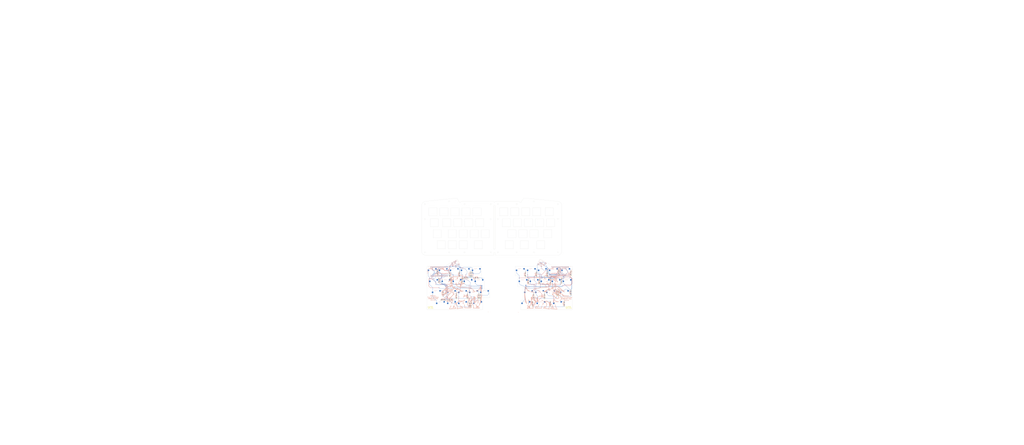
<source format=kicad_pcb>
(kicad_pcb (version 20171130) (host pcbnew "(5.1.6-0-10_14)")
  (layers (0 F.Cu signal) (31 B.Cu signal) (34 B.Paste user) (35 F.Paste user) (36 B.SilkS user) (37 F.SilkS user) (38 B.Mask user) (39 F.Mask user) (44 Edge.Cuts user))
  (net 0 "")
  (net 1 "Net-(D1-Pad2)")
  (net 2 "Net-(D2-Pad2)")
  (net 3 "Net-(D3-Pad2)")
  (net 4 "Net-(D4-Pad2)")
  (net 5 "Net-(D5-Pad2)")
  (net 6 "Net-(D6-Pad2)")
  (net 7 "Net-(D7-Pad2)")
  (net 8 "Net-(D8-Pad2)")
  (net 9 "Net-(D10-Pad2)")
  (net 10 "Net-(D11-Pad2)")
  (net 11 "Net-(D12-Pad2)")
  (net 12 "Net-(D13-Pad2)")
  (net 13 "Net-(D14-Pad2)")
  (net 14 "Net-(D15-Pad2)")
  (net 15 "Net-(D16-Pad2)")
  (net 16 "Net-(D17-Pad2)")
  (net 17 "Net-(D18-Pad2)")
  (net 18 "Net-(D19-Pad2)")
  (net 19 "Net-(D20-Pad2)")
  (net 20 "Net-(D21-Pad2)")
  (net 21 "Net-(D22-Pad2)")
  (net 22 "Net-(D23-Pad2)")
  (net 23 "Net-(D24-Pad2)")
  (net 24 "Net-(D25-Pad2)")
  (net 25 "Net-(D26-Pad2)")
  (net 26 "Net-(D27-Pad2)")
  (net 27 "Net-(D28-Pad2)")
  (net 28 "Net-(D29-Pad2)")
  (net 29 "Net-(D30-Pad2)")
  (net 30 "Net-(D101-Pad2)")
  (net 31 "Net-(D102-Pad2)")
  (net 32 "Net-(D103-Pad2)")
  (net 33 "Net-(D201-Pad2)")
  (net 34 "Net-(D301-Pad2)")
  (net 35 "Net-(D302-Pad2)")
  (net 36 "Net-(D303-Pad2)")
  (net 37 row0L)
  (net 38 row0R)
  (net 39 row1L)
  (net 40 row1R)
  (net 41 row2L)
  (net 42 row2R)
  (net 43 row3L)
  (net 44 row3R)
  (net 45 DataL)
  (net 46 GND)
  (net 47 VCC)
  (net 48 DataR)
  (net 49 LEDL)
  (net 50 LEDR)
  (net 51 col0L)
  (net 52 col1L)
  (net 53 col2L)
  (net 54 col3L)
  (net 55 col4L)
  (net 56 col0R)
  (net 57 col1R)
  (net 58 col2R)
  (net 59 col3R)
  (net 60 col4R)
  (net 61 resetL)
  (net 62 resetR)
  (module kbd:D3_TH_SMD (layer F.Cu) (at 70.16 42.38 90)
    (fp_text reference D20 hide)
    (fp_text value D hide)
    (pad 2 smd rect (at 1.775 0 90) (size 1.3 0.95) (layers F.Cu F.Paste F.Mask) (net 19 "Net-(D20-Pad2)"))
    (pad 2 thru_hole circle (at 3.81 0 90) (size 1.397 1.397) (drill 0.8128) (layers *.Cu *.Mask F.SilkS) (net 19 "Net-(D20-Pad2)"))
    (pad 1 thru_hole rect (at -3.81 0 90) (size 1.397 1.397) (drill 0.8128) (layers *.Cu *.Mask F.SilkS) (net 41 row2L))
    (pad 1 smd rect (at -1.775 0 90) (size 1.3 0.95) (layers B.Cu B.Paste B.Mask) (net 41 row2L))
    (pad 2 smd rect (at 1.775 0 90) (size 1.3 0.95) (layers B.Cu B.Paste B.Mask) (net 19 "Net-(D20-Pad2)"))
    (pad 1 smd rect (at -1.775 0 90) (size 1.3 0.95) (layers F.Cu F.Paste F.Mask) (net 41 row2L))
  )
  (module logo:CherryMX_Hotswap_kimura (layer F.Cu) (at 61.9125 38.1)
    (fp_text reference SW20 hide)
    (fp_text value Switch_SW_Push hide)
    (fp_text user socket (at -1.67 -5.22) (layer B.SilkS) (effects (justify mirror)))
    (pad 1 smd rect (at -7.085 -2.54 180) (size 2.55 2.5) (layers B.Cu B.Paste B.Mask) (net 52 col1L))
    (pad "" np_thru_hole circle (at 0 0 90) (size 4.1 4.1) (drill 4.1) (layers *.Cu *.Mask))
    (pad "" np_thru_hole circle (at 5.08 0) (size 1.9 1.9) (drill 1.9) (layers *.Cu *.Mask))
    (pad "" np_thru_hole circle (at -5.08 0) (size 1.9 1.9) (drill 1.9) (layers *.Cu *.Mask))
    (pad 2 smd rect (at 5.842 -5.08 180) (size 2.55 2.5) (layers B.Cu B.Paste B.Mask) (net 19 "Net-(D20-Pad2)"))
    (pad "" np_thru_hole circle (at -3.81 -2.54) (size 3 3) (drill 3) (layers *.Cu *.Mask))
    (pad "" np_thru_hole circle (at 2.54 -5.08) (size 3 3) (drill 3) (layers *.Cu *.Mask))
  )
  (module logo:ProMicro_v3_kimura_for_cool936 (layer F.Cu) (at 37.71 -0.38 90)
    (fp_text reference U1 (at 0 -2.46) (layer B.SilkS) (effects (justify mirror)))
    (fp_text value ProMicro hide)
    (fp_text user MicroUSB (at -0.05 -16.41 90) (layer B.SilkS) (effects (font (size 0.75 0.75) (thickness 0.12))))
    (fp_text user B4/8 (at 5.08 13.462 90 unlocked) (layer B.SilkS) (effects (font (size 0.75 0.67) (thickness 0.125)) (justify mirror)))
    (fp_text user D2/RX1 (at 4.191 -9.398 90 unlocked) (layer B.SilkS) (effects (font (size 0.75 0.67) (thickness 0.125)) (justify mirror)))
    (fp_text user B5/9 (at 4.705 15.84 90 unlocked) (layer B.SilkS) (effects (font (size 0.75 0.67) (thickness 0.125)) (justify mirror)))
    (fp_text user C6/5 (at 5.17 5.97 90 unlocked) (layer B.SilkS) (effects (font (size 0.75 0.67) (thickness 0.125)) (justify mirror)))
    (fp_text user SCL/D0/3 (at 3.81 0.762 90 unlocked) (layer B.SilkS) (effects (font (size 0.75 0.67) (thickness 0.125)) (justify mirror)))
    (fp_text user SDA/D1/2 (at 3.455 -1.86 90 unlocked) (layer B.SilkS) (effects (font (size 0.75 0.67) (thickness 0.125)) (justify mirror)))
    (fp_text user D4/4 (at 4.826 3.429 90 unlocked) (layer B.SilkS) (effects (font (size 0.75 0.67) (thickness 0.125)) (justify mirror)))
    (fp_text user D3/TX0 (at 4.572 -11.938 90 unlocked) (layer B.SilkS) (effects (font (size 0.75 0.67) (thickness 0.125)) (justify mirror)))
    (fp_text user GND (at 4.955 -4.36 90 unlocked) (layer B.SilkS) (effects (font (size 0.75 0.67) (thickness 0.125)) (justify mirror)))
    (fp_text user GND (at 4.955 -6.81 90 unlocked) (layer B.SilkS) (effects (font (size 0.75 0.67) (thickness 0.125)) (justify mirror)))
    (fp_text user D7/6 (at 4.705 8.24 90 unlocked) (layer B.SilkS) (effects (font (size 0.75 0.67) (thickness 0.125)) (justify mirror)))
    (fp_text user E6/7 (at 5.25 10.3 90 unlocked) (layer B.SilkS) (effects (font (size 0.75 0.67) (thickness 0.125)) (justify mirror)))
    (fp_text user 16/B2 (at -4.395 13.49 90 unlocked) (layer B.SilkS) (effects (font (size 0.75 0.67) (thickness 0.125)) (justify mirror)))
    (fp_text user 10/B6 (at -4.318 15.875 90 unlocked) (layer B.SilkS) (effects (font (size 0.75 0.67) (thickness 0.125)) (justify mirror)))
    (fp_text user 14/B3 (at -4.395 10.94 90 unlocked) (layer B.SilkS) (effects (font (size 0.75 0.67) (thickness 0.125)) (justify mirror)))
    (fp_text user 15/B1 (at -4.395 8.39 90 unlocked) (layer B.SilkS) (effects (font (size 0.75 0.67) (thickness 0.125)) (justify mirror)))
    (fp_text user A0/F7 (at -4.395 5.84 90 unlocked) (layer B.SilkS) (effects (font (size 0.75 0.67) (thickness 0.125)) (justify mirror)))
    (fp_text user A1/F6 (at -4.395 3.29 90 unlocked) (layer B.SilkS) (effects (font (size 0.75 0.67) (thickness 0.125)) (justify mirror)))
    (fp_text user A2/F5 (at -4.395 0.79 90 unlocked) (layer B.SilkS) (effects (font (size 0.75 0.67) (thickness 0.125)) (justify mirror)))
    (fp_text user A3/F4 (at -4.395 -1.71 90 unlocked) (layer B.SilkS) (effects (font (size 0.75 0.67) (thickness 0.125)) (justify mirror)))
    (fp_text user VCC (at -4.995 -4.41 90 unlocked) (layer B.SilkS) (effects (font (size 0.75 0.67) (thickness 0.125)) (justify mirror)))
    (fp_text user RST (at -4.995 -6.86 90 unlocked) (layer B.SilkS) (effects (font (size 0.75 0.67) (thickness 0.125)) (justify mirror)))
    (fp_text user GND (at -4.995 -9.41 90 unlocked) (layer B.SilkS) (effects (font (size 0.75 0.67) (thickness 0.125)) (justify mirror)))
    (fp_text user RAW (at -4.995 -11.96 90 unlocked) (layer B.SilkS) (effects (font (size 0.75 0.67) (thickness 0.125)) (justify mirror)))
    (pad 1 thru_hole circle (at 7.6114 -11.938 90) (size 1.524 1.524) (drill 0.8128) (layers *.Cu B.SilkS B.Mask) (net 49 LEDL))
    (pad 2 thru_hole circle (at 7.6114 -9.398 90) (size 1.524 1.524) (drill 0.8128) (layers *.Cu B.SilkS B.Mask) (net 45 DataL))
    (pad 3 thru_hole circle (at 7.6114 -6.858 90) (size 1.524 1.524) (drill 0.8128) (layers *.Cu B.SilkS B.Mask) (net 46 GND))
    (pad 4 thru_hole circle (at 7.6114 -4.318 90) (size 1.524 1.524) (drill 0.8128) (layers *.Cu B.SilkS B.Mask) (net 46 GND))
    (pad 5 thru_hole circle (at 7.6114 -1.778 90) (size 1.524 1.524) (drill 0.8128) (layers *.Cu B.SilkS B.Mask))
    (pad 6 thru_hole circle (at 7.6114 0.762 90) (size 1.524 1.524) (drill 0.8128) (layers *.Cu B.SilkS B.Mask))
    (pad 7 thru_hole circle (at 7.6114 3.302 90) (size 1.524 1.524) (drill 0.8128) (layers *.Cu B.SilkS B.Mask) (net 51 col0L))
    (pad 8 thru_hole circle (at 7.6114 5.842 90) (size 1.524 1.524) (drill 0.8128) (layers *.Cu B.SilkS B.Mask) (net 52 col1L))
    (pad 9 thru_hole circle (at 7.6114 8.382 90) (size 1.524 1.524) (drill 0.8128) (layers *.Cu B.SilkS B.Mask) (net 53 col2L))
    (pad 10 thru_hole circle (at 7.6114 10.922 90) (size 1.524 1.524) (drill 0.8128) (layers *.Cu B.SilkS B.Mask) (net 54 col3L))
    (pad 11 thru_hole circle (at 7.6114 13.462 90) (size 1.524 1.524) (drill 0.8128) (layers *.Cu B.SilkS B.Mask))
    (pad 12 thru_hole circle (at 7.6114 16.002 90) (size 1.524 1.524) (drill 0.8128) (layers *.Cu B.SilkS B.Mask) (net 55 col4L))
    (pad 13 thru_hole circle (at -7.6086 16.002 90) (size 1.524 1.524) (drill 0.8128) (layers *.Cu B.SilkS B.Mask))
    (pad 14 thru_hole circle (at -7.6086 13.462 90) (size 1.524 1.524) (drill 0.8128) (layers *.Cu B.SilkS B.Mask) (net 43 row3L))
    (pad 15 thru_hole circle (at -7.6086 10.922 90) (size 1.524 1.524) (drill 0.8128) (layers *.Cu B.SilkS B.Mask))
    (pad 16 thru_hole circle (at -7.6086 8.382 90) (size 1.524 1.524) (drill 0.8128) (layers *.Cu B.SilkS B.Mask) (net 41 row2L))
    (pad 17 thru_hole circle (at -7.6086 5.842 90) (size 1.524 1.524) (drill 0.8128) (layers *.Cu B.SilkS B.Mask) (net 39 row1L))
    (pad 18 thru_hole circle (at -7.6086 3.302 90) (size 1.524 1.524) (drill 0.8128) (layers *.Cu B.SilkS B.Mask) (net 37 row0L))
    (pad 19 thru_hole circle (at -7.6086 0.762 90) (size 1.524 1.524) (drill 0.8128) (layers *.Cu B.SilkS B.Mask))
    (pad 20 thru_hole circle (at -7.6086 -1.778 90) (size 1.524 1.524) (drill 0.8128) (layers *.Cu B.SilkS B.Mask))
    (pad 21 thru_hole circle (at -7.6086 -4.318 90) (size 1.524 1.524) (drill 0.8128) (layers *.Cu B.SilkS B.Mask) (net 47 VCC))
    (pad 22 thru_hole circle (at -7.6086 -6.858 90) (size 1.524 1.524) (drill 0.8128) (layers *.Cu B.SilkS B.Mask) (net 61 resetL))
    (pad 23 thru_hole circle (at -7.6086 -9.398 90) (size 1.524 1.524) (drill 0.8128) (layers *.Cu B.SilkS B.Mask) (net 46 GND))
    (pad 24 thru_hole circle (at -7.6086 -11.938 90) (size 1.524 1.524) (drill 0.8128) (layers *.Cu B.SilkS B.Mask))
  )
  (module kbd:D3_TH_SMD (layer F.Cu) (at 92.09 56.68 90)
    (fp_text reference D29 hide)
    (fp_text value D hide)
    (pad 2 smd rect (at 1.775 0 90) (size 1.3 0.95) (layers F.Cu F.Paste F.Mask) (net 28 "Net-(D29-Pad2)"))
    (pad 2 thru_hole circle (at 3.81 0 90) (size 1.397 1.397) (drill 0.8128) (layers *.Cu *.Mask F.SilkS) (net 28 "Net-(D29-Pad2)"))
    (pad 1 thru_hole rect (at -3.81 0 90) (size 1.397 1.397) (drill 0.8128) (layers *.Cu *.Mask F.SilkS) (net 43 row3L))
    (pad 1 smd rect (at -1.775 0 90) (size 1.3 0.95) (layers B.Cu B.Paste B.Mask) (net 43 row3L))
    (pad 2 smd rect (at 1.775 0 90) (size 1.3 0.95) (layers B.Cu B.Paste B.Mask) (net 28 "Net-(D29-Pad2)"))
    (pad 1 smd rect (at -1.775 0 90) (size 1.3 0.95) (layers F.Cu F.Paste F.Mask) (net 43 row3L))
  )
  (module logo:CherryMX_Hotswap_kimura (layer F.Cu) (at 80.9625 57.15)
    (fp_text reference SW29 hide)
    (fp_text value Switch_SW_Push hide)
    (fp_text user socket (at -1.67 -5.22) (layer B.SilkS) (effects (justify mirror)))
    (pad 1 smd rect (at -7.085 -2.54 180) (size 2.55 2.5) (layers B.Cu B.Paste B.Mask) (net 53 col2L))
    (pad "" np_thru_hole circle (at 0 0 90) (size 4.1 4.1) (drill 4.1) (layers *.Cu *.Mask))
    (pad "" np_thru_hole circle (at 5.08 0) (size 1.9 1.9) (drill 1.9) (layers *.Cu *.Mask))
    (pad "" np_thru_hole circle (at -5.08 0) (size 1.9 1.9) (drill 1.9) (layers *.Cu *.Mask))
    (pad 2 smd rect (at 5.842 -5.08 180) (size 2.55 2.5) (layers B.Cu B.Paste B.Mask) (net 28 "Net-(D29-Pad2)"))
    (pad "" np_thru_hole circle (at -3.81 -2.54) (size 3 3) (drill 3) (layers *.Cu *.Mask))
    (pad "" np_thru_hole circle (at 2.54 -5.08) (size 3 3) (drill 3) (layers *.Cu *.Mask))
  )
  (module logo:dragonbreath_left (layer B.Cu) (at 82.14 38.88 180)
    (fp_text reference G*** hide)
    (fp_text value LOGO hide)
  )
  (module kbd:D3_TH_SMD (layer F.Cu) (at 108.22 42.57 90)
    (fp_text reference D22 hide)
    (fp_text value D hide)
    (pad 2 smd rect (at 1.775 0 90) (size 1.3 0.95) (layers F.Cu F.Paste F.Mask) (net 21 "Net-(D22-Pad2)"))
    (pad 2 thru_hole circle (at 3.81 0 90) (size 1.397 1.397) (drill 0.8128) (layers *.Cu *.Mask F.SilkS) (net 21 "Net-(D22-Pad2)"))
    (pad 1 thru_hole rect (at -3.81 0 90) (size 1.397 1.397) (drill 0.8128) (layers *.Cu *.Mask F.SilkS) (net 41 row2L))
    (pad 1 smd rect (at -1.775 0 90) (size 1.3 0.95) (layers B.Cu B.Paste B.Mask) (net 41 row2L))
    (pad 2 smd rect (at 1.775 0 90) (size 1.3 0.95) (layers B.Cu B.Paste B.Mask) (net 21 "Net-(D22-Pad2)"))
    (pad 1 smd rect (at -1.775 0 90) (size 1.3 0.95) (layers F.Cu F.Paste F.Mask) (net 41 row2L))
  )
  (module logo:CherryMX_Hotswap_kimura (layer F.Cu) (at 52.3875 19.05)
    (fp_text reference SW11 hide)
    (fp_text value Switch_SW_Push hide)
    (fp_text user socket (at -1.67 -5.22) (layer B.SilkS) (effects (justify mirror)))
    (pad 1 smd rect (at -7.085 -2.54 180) (size 2.55 2.5) (layers B.Cu B.Paste B.Mask) (net 52 col1L))
    (pad "" np_thru_hole circle (at 0 0 90) (size 4.1 4.1) (drill 4.1) (layers *.Cu *.Mask))
    (pad "" np_thru_hole circle (at 5.08 0) (size 1.9 1.9) (drill 1.9) (layers *.Cu *.Mask))
    (pad "" np_thru_hole circle (at -5.08 0) (size 1.9 1.9) (drill 1.9) (layers *.Cu *.Mask))
    (pad 2 smd rect (at 5.842 -5.08 180) (size 2.55 2.5) (layers B.Cu B.Paste B.Mask) (net 10 "Net-(D11-Pad2)"))
    (pad "" np_thru_hole circle (at -3.81 -2.54) (size 3 3) (drill 3) (layers *.Cu *.Mask))
    (pad "" np_thru_hole circle (at 2.54 -5.08) (size 3 3) (drill 3) (layers *.Cu *.Mask))
  )
  (module logo:CherryMX_Hotswap_kimura (layer F.Cu) (at 85.725 0)
    (fp_text reference SW4 hide)
    (fp_text value Switch_SW_Push hide)
    (fp_text user socket (at -1.67 -5.22) (layer B.SilkS) (effects (justify mirror)))
    (pad 1 smd rect (at -7.085 -2.54 180) (size 2.55 2.5) (layers B.Cu B.Paste B.Mask) (net 54 col3L))
    (pad "" np_thru_hole circle (at 0 0 90) (size 4.1 4.1) (drill 4.1) (layers *.Cu *.Mask))
    (pad "" np_thru_hole circle (at 5.08 0) (size 1.9 1.9) (drill 1.9) (layers *.Cu *.Mask))
    (pad "" np_thru_hole circle (at -5.08 0) (size 1.9 1.9) (drill 1.9) (layers *.Cu *.Mask))
    (pad 2 smd rect (at 5.842 -5.08 180) (size 2.55 2.5) (layers B.Cu B.Paste B.Mask) (net 4 "Net-(D4-Pad2)"))
    (pad "" np_thru_hole circle (at -3.81 -2.54) (size 3 3) (drill 3) (layers *.Cu *.Mask))
    (pad "" np_thru_hole circle (at 2.54 -5.08) (size 3 3) (drill 3) (layers *.Cu *.Mask))
  )
  (module kbd:D3_TH_SMD (layer F.Cu) (at 104.74 10.62)
    (fp_text reference D14 hide)
    (fp_text value D hide)
    (pad 1 smd rect (at -1.775 0) (size 1.3 0.95) (layers F.Cu F.Paste F.Mask) (net 39 row1L))
    (pad 2 smd rect (at 1.775 0) (size 1.3 0.95) (layers B.Cu B.Paste B.Mask) (net 13 "Net-(D14-Pad2)"))
    (pad 1 smd rect (at -1.775 0) (size 1.3 0.95) (layers B.Cu B.Paste B.Mask) (net 39 row1L))
    (pad 1 thru_hole rect (at -3.81 0) (size 1.397 1.397) (drill 0.8128) (layers *.Cu *.Mask F.SilkS) (net 39 row1L))
    (pad 2 thru_hole circle (at 3.81 0) (size 1.397 1.397) (drill 0.8128) (layers *.Cu *.Mask F.SilkS) (net 13 "Net-(D14-Pad2)"))
    (pad 2 smd rect (at 1.775 0) (size 1.3 0.95) (layers F.Cu F.Paste F.Mask) (net 13 "Net-(D14-Pad2)"))
  )
  (module kbd:D3_TH_SMD (layer F.Cu) (at 95.1 56.68 90)
    (fp_text reference D302 hide)
    (fp_text value D hide)
    (pad 2 smd rect (at 1.775 0 90) (size 1.3 0.95) (layers F.Cu F.Paste F.Mask) (net 35 "Net-(D302-Pad2)"))
    (pad 2 thru_hole circle (at 3.81 0 90) (size 1.397 1.397) (drill 0.8128) (layers *.Cu *.Mask F.SilkS) (net 35 "Net-(D302-Pad2)"))
    (pad 1 thru_hole rect (at -3.81 0 90) (size 1.397 1.397) (drill 0.8128) (layers *.Cu *.Mask F.SilkS) (net 43 row3L))
    (pad 1 smd rect (at -1.775 0 90) (size 1.3 0.95) (layers B.Cu B.Paste B.Mask) (net 43 row3L))
    (pad 2 smd rect (at 1.775 0 90) (size 1.3 0.95) (layers B.Cu B.Paste B.Mask) (net 35 "Net-(D302-Pad2)"))
    (pad 1 smd rect (at -1.775 0 90) (size 1.3 0.95) (layers F.Cu F.Paste F.Mask) (net 43 row3L))
  )
  (module kbd:D3_TH_SMD (layer F.Cu) (at 89.23 42.42 90)
    (fp_text reference D21 hide)
    (fp_text value D hide)
    (pad 2 smd rect (at 1.775 0 90) (size 1.3 0.95) (layers F.Cu F.Paste F.Mask) (net 20 "Net-(D21-Pad2)"))
    (pad 2 thru_hole circle (at 3.81 0 90) (size 1.397 1.397) (drill 0.8128) (layers *.Cu *.Mask F.SilkS) (net 20 "Net-(D21-Pad2)"))
    (pad 1 thru_hole rect (at -3.81 0 90) (size 1.397 1.397) (drill 0.8128) (layers *.Cu *.Mask F.SilkS) (net 41 row2L))
    (pad 1 smd rect (at -1.775 0 90) (size 1.3 0.95) (layers B.Cu B.Paste B.Mask) (net 41 row2L))
    (pad 2 smd rect (at 1.775 0 90) (size 1.3 0.95) (layers B.Cu B.Paste B.Mask) (net 20 "Net-(D21-Pad2)"))
    (pad 1 smd rect (at -1.775 0 90) (size 1.3 0.95) (layers F.Cu F.Paste F.Mask) (net 41 row2L))
  )
  (module kbd:MJ-4PP-9_1side (layer B.Cu) (at 72.65 -18.19 120)
    (fp_text reference J12)
    (fp_text value MJ-4PP-9 hide)
    (fp_text user TRRS (at -0.75 -6.45 300) (layer B.SilkS) (effects (justify mirror)))
    (pad "" np_thru_hole circle (at 0 -1.5 120) (size 1.2 1.2) (drill 1.2) (layers *.Cu *.Mask B.SilkS))
    (pad "" np_thru_hole circle (at 0 -8.5 120) (size 1.2 1.2) (drill 1.2) (layers *.Cu *.Mask B.SilkS))
    (pad B thru_hole oval (at 2.1 -3.3 120) (size 1.7 2.5) (drill oval 1 1.5) (layers *.Cu B.SilkS F.Mask) (net 45 DataL))
    (pad C thru_hole oval (at 2.1 -6.3 120) (size 1.7 2.5) (drill oval 1 1.5) (layers *.Cu B.SilkS F.Mask) (net 46 GND))
    (pad D thru_hole oval (at 2.1 -10.3 120) (size 1.7 2.5) (drill oval 1 1.5) (layers *.Cu B.SilkS F.Mask) (net 47 VCC) (clearance 0.15))
    (pad A thru_hole oval (at -2.1 -11.8 120) (size 1.7 2.5) (drill oval 1 1.5) (layers *.Cu B.SilkS F.Mask) (clearance 0.15))
  )
  (module kbd:D3_TH_SMD (layer F.Cu) (at 46.79 37.54 90)
    (fp_text reference D301 hide)
    (fp_text value D hide)
    (pad 2 smd rect (at 1.775 0 90) (size 1.3 0.95) (layers F.Cu F.Paste F.Mask) (net 34 "Net-(D301-Pad2)"))
    (pad 2 thru_hole circle (at 3.81 0 90) (size 1.397 1.397) (drill 0.8128) (layers *.Cu *.Mask F.SilkS) (net 34 "Net-(D301-Pad2)"))
    (pad 1 thru_hole rect (at -3.81 0 90) (size 1.397 1.397) (drill 0.8128) (layers *.Cu *.Mask F.SilkS) (net 41 row2L))
    (pad 1 smd rect (at -1.775 0 90) (size 1.3 0.95) (layers B.Cu B.Paste B.Mask) (net 41 row2L))
    (pad 2 smd rect (at 1.775 0 90) (size 1.3 0.95) (layers B.Cu B.Paste B.Mask) (net 34 "Net-(D301-Pad2)"))
    (pad 1 smd rect (at -1.775 0 90) (size 1.3 0.95) (layers F.Cu F.Paste F.Mask) (net 41 row2L))
  )
  (module logo:CherryMX_Hotswap_kimura (layer F.Cu) (at 30.956 19.05)
    (fp_text reference SW102 hide)
    (fp_text value Switch_SW_Push hide)
    (fp_text user socket (at -1.67 -5.22) (layer B.SilkS) (effects (justify mirror)))
    (pad 1 smd rect (at -7.085 -2.54 180) (size 2.55 2.5) (layers B.Cu B.Paste B.Mask) (net 51 col0L))
    (pad "" np_thru_hole circle (at 0 0 90) (size 4.1 4.1) (drill 4.1) (layers *.Cu *.Mask))
    (pad "" np_thru_hole circle (at 5.08 0) (size 1.9 1.9) (drill 1.9) (layers *.Cu *.Mask))
    (pad "" np_thru_hole circle (at -5.08 0) (size 1.9 1.9) (drill 1.9) (layers *.Cu *.Mask))
    (pad 2 smd rect (at 5.842 -5.08 180) (size 2.55 2.5) (layers B.Cu B.Paste B.Mask) (net 31 "Net-(D102-Pad2)"))
    (pad "" np_thru_hole circle (at -3.81 -2.54) (size 3 3) (drill 3) (layers *.Cu *.Mask))
    (pad "" np_thru_hole circle (at 2.54 -5.08) (size 3 3) (drill 3) (layers *.Cu *.Mask))
  )
  (module logo:CherryMX_Hotswap_kimura (layer F.Cu) (at 28.575 0)
    (fp_text reference SW1 hide)
    (fp_text value Switch_SW_Push hide)
    (fp_text user socket (at -1.67 -5.22) (layer B.SilkS) (effects (justify mirror)))
    (pad 1 smd rect (at -7.085 -2.54 180) (size 2.55 2.5) (layers B.Cu B.Paste B.Mask) (net 51 col0L))
    (pad "" np_thru_hole circle (at 0 0 90) (size 4.1 4.1) (drill 4.1) (layers *.Cu *.Mask))
    (pad "" np_thru_hole circle (at 5.08 0) (size 1.9 1.9) (drill 1.9) (layers *.Cu *.Mask))
    (pad "" np_thru_hole circle (at -5.08 0) (size 1.9 1.9) (drill 1.9) (layers *.Cu *.Mask))
    (pad 2 smd rect (at 5.842 -5.08 180) (size 2.55 2.5) (layers B.Cu B.Paste B.Mask) (net 1 "Net-(D1-Pad2)"))
    (pad "" np_thru_hole circle (at -3.81 -2.54) (size 3 3) (drill 3) (layers *.Cu *.Mask))
    (pad "" np_thru_hole circle (at 2.54 -5.08) (size 3 3) (drill 3) (layers *.Cu *.Mask))
  )
  (module kbd:D3_TH_SMD (layer F.Cu) (at 79.72 14.73 90)
    (fp_text reference D12 hide)
    (fp_text value D hide)
    (pad 2 smd rect (at 1.775 0 90) (size 1.3 0.95) (layers F.Cu F.Paste F.Mask) (net 11 "Net-(D12-Pad2)"))
    (pad 2 thru_hole circle (at 3.81 0 90) (size 1.397 1.397) (drill 0.8128) (layers *.Cu *.Mask F.SilkS) (net 11 "Net-(D12-Pad2)"))
    (pad 1 thru_hole rect (at -3.81 0 90) (size 1.397 1.397) (drill 0.8128) (layers *.Cu *.Mask F.SilkS) (net 39 row1L))
    (pad 1 smd rect (at -1.775 0 90) (size 1.3 0.95) (layers B.Cu B.Paste B.Mask) (net 39 row1L))
    (pad 2 smd rect (at 1.775 0 90) (size 1.3 0.95) (layers B.Cu B.Paste B.Mask) (net 11 "Net-(D12-Pad2)"))
    (pad 1 smd rect (at -1.775 0 90) (size 1.3 0.95) (layers F.Cu F.Paste F.Mask) (net 39 row1L))
  )
  (module logo:CherryMX_Hotswap_kimura (layer F.Cu) (at 61.9125 57.15)
    (fp_text reference SW28 hide)
    (fp_text value Switch_SW_Push hide)
    (fp_text user socket (at -1.67 -5.22) (layer B.SilkS) (effects (justify mirror)))
    (pad 1 smd rect (at -7.085 -2.54 180) (size 2.55 2.5) (layers B.Cu B.Paste B.Mask) (net 52 col1L))
    (pad "" np_thru_hole circle (at 0 0 90) (size 4.1 4.1) (drill 4.1) (layers *.Cu *.Mask))
    (pad "" np_thru_hole circle (at 5.08 0) (size 1.9 1.9) (drill 1.9) (layers *.Cu *.Mask))
    (pad "" np_thru_hole circle (at -5.08 0) (size 1.9 1.9) (drill 1.9) (layers *.Cu *.Mask))
    (pad 2 smd rect (at 5.842 -5.08 180) (size 2.55 2.5) (layers B.Cu B.Paste B.Mask) (net 27 "Net-(D28-Pad2)"))
    (pad "" np_thru_hole circle (at -3.81 -2.54) (size 3 3) (drill 3) (layers *.Cu *.Mask))
    (pad "" np_thru_hole circle (at 2.54 -5.08) (size 3 3) (drill 3) (layers *.Cu *.Mask))
  )
  (module logo:CherryMX_Hotswap_kimura (layer F.Cu) (at 35.719 38.1)
    (fp_text reference SW301 hide)
    (fp_text value Switch_SW_Push hide)
    (fp_text user socket (at -1.67 -5.22) (layer B.SilkS) (effects (justify mirror)))
    (pad 1 smd rect (at -7.085 -2.54 180) (size 2.55 2.5) (layers B.Cu B.Paste B.Mask) (net 51 col0L))
    (pad "" np_thru_hole circle (at 0 0 90) (size 4.1 4.1) (drill 4.1) (layers *.Cu *.Mask))
    (pad "" np_thru_hole circle (at 5.08 0) (size 1.9 1.9) (drill 1.9) (layers *.Cu *.Mask))
    (pad "" np_thru_hole circle (at -5.08 0) (size 1.9 1.9) (drill 1.9) (layers *.Cu *.Mask))
    (pad 2 smd rect (at 5.842 -5.08 180) (size 2.55 2.5) (layers B.Cu B.Paste B.Mask) (net 34 "Net-(D301-Pad2)"))
    (pad "" np_thru_hole circle (at -3.81 -2.54) (size 3 3) (drill 3) (layers *.Cu *.Mask))
    (pad "" np_thru_hole circle (at 2.54 -5.08) (size 3 3) (drill 3) (layers *.Cu *.Mask))
  )
  (module kbd:D3_TH_SMD (layer F.Cu) (at 93.9 4.4 90)
    (fp_text reference D4 hide)
    (fp_text value D hide)
    (pad 2 smd rect (at 1.775 0 90) (size 1.3 0.95) (layers F.Cu F.Paste F.Mask) (net 4 "Net-(D4-Pad2)"))
    (pad 2 thru_hole circle (at 3.81 0 90) (size 1.397 1.397) (drill 0.8128) (layers *.Cu *.Mask F.SilkS) (net 4 "Net-(D4-Pad2)"))
    (pad 1 thru_hole rect (at -3.81 0 90) (size 1.397 1.397) (drill 0.8128) (layers *.Cu *.Mask F.SilkS) (net 37 row0L))
    (pad 1 smd rect (at -1.775 0 90) (size 1.3 0.95) (layers B.Cu B.Paste B.Mask) (net 37 row0L))
    (pad 2 smd rect (at 1.775 0 90) (size 1.3 0.95) (layers B.Cu B.Paste B.Mask) (net 4 "Net-(D4-Pad2)"))
    (pad 1 smd rect (at -1.775 0 90) (size 1.3 0.95) (layers F.Cu F.Paste F.Mask) (net 37 row0L))
  )
  (module logo:CherryMX_Hotswap_kimura (layer F.Cu) (at 109.5375 19.05)
    (fp_text reference SW14 hide)
    (fp_text value Switch_SW_Push hide)
    (fp_text user socket (at -1.67 -5.22) (layer B.SilkS) (effects (justify mirror)))
    (pad 1 smd rect (at -7.085 -2.54 180) (size 2.55 2.5) (layers B.Cu B.Paste B.Mask) (net 55 col4L))
    (pad "" np_thru_hole circle (at 0 0 90) (size 4.1 4.1) (drill 4.1) (layers *.Cu *.Mask))
    (pad "" np_thru_hole circle (at 5.08 0) (size 1.9 1.9) (drill 1.9) (layers *.Cu *.Mask))
    (pad "" np_thru_hole circle (at -5.08 0) (size 1.9 1.9) (drill 1.9) (layers *.Cu *.Mask))
    (pad 2 smd rect (at 5.842 -5.08 180) (size 2.55 2.5) (layers B.Cu B.Paste B.Mask) (net 13 "Net-(D14-Pad2)"))
    (pad "" np_thru_hole circle (at -3.81 -2.54) (size 3 3) (drill 3) (layers *.Cu *.Mask))
    (pad "" np_thru_hole circle (at 2.54 -5.08) (size 3 3) (drill 3) (layers *.Cu *.Mask))
  )
  (module logo:CherryMX_Hotswap_kimura (layer F.Cu) (at 71.4375 19.05)
    (fp_text reference SW12 hide)
    (fp_text value Switch_SW_Push hide)
    (fp_text user socket (at -1.67 -5.22) (layer B.SilkS) (effects (justify mirror)))
    (pad 1 smd rect (at -7.085 -2.54 180) (size 2.55 2.5) (layers B.Cu B.Paste B.Mask) (net 53 col2L))
    (pad "" np_thru_hole circle (at 0 0 90) (size 4.1 4.1) (drill 4.1) (layers *.Cu *.Mask))
    (pad "" np_thru_hole circle (at 5.08 0) (size 1.9 1.9) (drill 1.9) (layers *.Cu *.Mask))
    (pad "" np_thru_hole circle (at -5.08 0) (size 1.9 1.9) (drill 1.9) (layers *.Cu *.Mask))
    (pad 2 smd rect (at 5.842 -5.08 180) (size 2.55 2.5) (layers B.Cu B.Paste B.Mask) (net 11 "Net-(D12-Pad2)"))
    (pad "" np_thru_hole circle (at -3.81 -2.54) (size 3 3) (drill 3) (layers *.Cu *.Mask))
    (pad "" np_thru_hole circle (at 2.54 -5.08) (size 3 3) (drill 3) (layers *.Cu *.Mask))
  )
  (module logo:CherryMX_Hotswap_kimura (layer F.Cu) (at 90.4875 19.05)
    (fp_text reference SW13 hide)
    (fp_text value Switch_SW_Push hide)
    (fp_text user socket (at -1.67 -5.22) (layer B.SilkS) (effects (justify mirror)))
    (pad 1 smd rect (at -7.085 -2.54 180) (size 2.55 2.5) (layers B.Cu B.Paste B.Mask) (net 54 col3L))
    (pad "" np_thru_hole circle (at 0 0 90) (size 4.1 4.1) (drill 4.1) (layers *.Cu *.Mask))
    (pad "" np_thru_hole circle (at 5.08 0) (size 1.9 1.9) (drill 1.9) (layers *.Cu *.Mask))
    (pad "" np_thru_hole circle (at -5.08 0) (size 1.9 1.9) (drill 1.9) (layers *.Cu *.Mask))
    (pad 2 smd rect (at 5.842 -5.08 180) (size 2.55 2.5) (layers B.Cu B.Paste B.Mask) (net 12 "Net-(D13-Pad2)"))
    (pad "" np_thru_hole circle (at -3.81 -2.54) (size 3 3) (drill 3) (layers *.Cu *.Mask))
    (pad "" np_thru_hole circle (at 2.54 -5.08) (size 3 3) (drill 3) (layers *.Cu *.Mask))
  )
  (module logo:CherryMX_Hotswap_kimura (layer F.Cu) (at 42.8625 57.15)
    (fp_text reference SW27 hide)
    (fp_text value Switch_SW_Push hide)
    (fp_text user socket (at -1.67 -5.22) (layer B.SilkS) (effects (justify mirror)))
    (pad 1 smd rect (at -7.085 -2.54 180) (size 2.55 2.5) (layers B.Cu B.Paste B.Mask) (net 51 col0L))
    (pad "" np_thru_hole circle (at 0 0 90) (size 4.1 4.1) (drill 4.1) (layers *.Cu *.Mask))
    (pad "" np_thru_hole circle (at 5.08 0) (size 1.9 1.9) (drill 1.9) (layers *.Cu *.Mask))
    (pad "" np_thru_hole circle (at -5.08 0) (size 1.9 1.9) (drill 1.9) (layers *.Cu *.Mask))
    (pad 2 smd rect (at 5.842 -5.08 180) (size 2.55 2.5) (layers B.Cu B.Paste B.Mask) (net 26 "Net-(D27-Pad2)"))
    (pad "" np_thru_hole circle (at -3.81 -2.54) (size 3 3) (drill 3) (layers *.Cu *.Mask))
    (pad "" np_thru_hole circle (at 2.54 -5.08) (size 3 3) (drill 3) (layers *.Cu *.Mask))
  )
  (module logo:CherryMX_Hotswap_kimura (layer F.Cu) (at 119.0625 38.1)
    (fp_text reference SW23 hide)
    (fp_text value Switch_SW_Push hide)
    (fp_text user socket (at -1.67 -5.22) (layer B.SilkS) (effects (justify mirror)))
    (pad 1 smd rect (at -7.085 -2.54 180) (size 2.55 2.5) (layers B.Cu B.Paste B.Mask) (net 55 col4L))
    (pad "" np_thru_hole circle (at 0 0 90) (size 4.1 4.1) (drill 4.1) (layers *.Cu *.Mask))
    (pad "" np_thru_hole circle (at 5.08 0) (size 1.9 1.9) (drill 1.9) (layers *.Cu *.Mask))
    (pad "" np_thru_hole circle (at -5.08 0) (size 1.9 1.9) (drill 1.9) (layers *.Cu *.Mask))
    (pad 2 smd rect (at 5.842 -5.08 180) (size 2.55 2.5) (layers B.Cu B.Paste B.Mask) (net 22 "Net-(D23-Pad2)"))
    (pad "" np_thru_hole circle (at -3.81 -2.54) (size 3 3) (drill 3) (layers *.Cu *.Mask))
    (pad "" np_thru_hole circle (at 2.54 -5.08) (size 3 3) (drill 3) (layers *.Cu *.Mask))
  )
  (module logo:CherryMX_Hotswap_kimura (layer F.Cu) (at 80.9625 38.1)
    (fp_text reference SW21 hide)
    (fp_text value Switch_SW_Push hide)
    (fp_text user socket (at -1.67 -5.22) (layer B.SilkS) (effects (justify mirror)))
    (pad 1 smd rect (at -7.085 -2.54 180) (size 2.55 2.5) (layers B.Cu B.Paste B.Mask) (net 53 col2L))
    (pad "" np_thru_hole circle (at 0 0 90) (size 4.1 4.1) (drill 4.1) (layers *.Cu *.Mask))
    (pad "" np_thru_hole circle (at 5.08 0) (size 1.9 1.9) (drill 1.9) (layers *.Cu *.Mask))
    (pad "" np_thru_hole circle (at -5.08 0) (size 1.9 1.9) (drill 1.9) (layers *.Cu *.Mask))
    (pad 2 smd rect (at 5.842 -5.08 180) (size 2.55 2.5) (layers B.Cu B.Paste B.Mask) (net 20 "Net-(D21-Pad2)"))
    (pad "" np_thru_hole circle (at -3.81 -2.54) (size 3 3) (drill 3) (layers *.Cu *.Mask))
    (pad "" np_thru_hole circle (at 2.54 -5.08) (size 3 3) (drill 3) (layers *.Cu *.Mask))
  )
  (module kbd:D3_TH_SMD (layer F.Cu) (at 58.2 4.51 90)
    (fp_text reference D2 hide)
    (fp_text value D hide)
    (pad 2 smd rect (at 1.775 0 90) (size 1.3 0.95) (layers F.Cu F.Paste F.Mask) (net 2 "Net-(D2-Pad2)"))
    (pad 2 thru_hole circle (at 3.81 0 90) (size 1.397 1.397) (drill 0.8128) (layers *.Cu *.Mask F.SilkS) (net 2 "Net-(D2-Pad2)"))
    (pad 1 thru_hole rect (at -3.81 0 90) (size 1.397 1.397) (drill 0.8128) (layers *.Cu *.Mask F.SilkS) (net 37 row0L))
    (pad 1 smd rect (at -1.775 0 90) (size 1.3 0.95) (layers B.Cu B.Paste B.Mask) (net 37 row0L))
    (pad 2 smd rect (at 1.775 0 90) (size 1.3 0.95) (layers B.Cu B.Paste B.Mask) (net 2 "Net-(D2-Pad2)"))
    (pad 1 smd rect (at -1.775 0 90) (size 1.3 0.95) (layers F.Cu F.Paste F.Mask) (net 37 row0L))
  )
  (module logo:CherryMX_Hotswap_kimura (layer F.Cu) (at 47.625 0)
    (fp_text reference SW2 hide)
    (fp_text value Switch_SW_Push hide)
    (fp_text user socket (at -1.67 -5.22) (layer B.SilkS) (effects (justify mirror)))
    (pad 1 smd rect (at -7.085 -2.54 180) (size 2.55 2.5) (layers B.Cu B.Paste B.Mask) (net 52 col1L))
    (pad "" np_thru_hole circle (at 0 0 90) (size 4.1 4.1) (drill 4.1) (layers *.Cu *.Mask))
    (pad "" np_thru_hole circle (at 5.08 0) (size 1.9 1.9) (drill 1.9) (layers *.Cu *.Mask))
    (pad "" np_thru_hole circle (at -5.08 0) (size 1.9 1.9) (drill 1.9) (layers *.Cu *.Mask))
    (pad 2 smd rect (at 5.842 -5.08 180) (size 2.55 2.5) (layers B.Cu B.Paste B.Mask) (net 2 "Net-(D2-Pad2)"))
    (pad "" np_thru_hole circle (at -3.81 -2.54) (size 3 3) (drill 3) (layers *.Cu *.Mask))
    (pad "" np_thru_hole circle (at 2.54 -5.08) (size 3 3) (drill 3) (layers *.Cu *.Mask))
  )
  (module kbd:D3_TH_SMD (layer F.Cu) (at 110.75 42.6 90)
    (fp_text reference D23 hide)
    (fp_text value D hide)
    (pad 1 smd rect (at -1.775 0 90) (size 1.3 0.95) (layers F.Cu F.Paste F.Mask) (net 41 row2L))
    (pad 2 smd rect (at 1.775 0 90) (size 1.3 0.95) (layers B.Cu B.Paste B.Mask) (net 22 "Net-(D23-Pad2)"))
    (pad 1 smd rect (at -1.775 0 90) (size 1.3 0.95) (layers B.Cu B.Paste B.Mask) (net 41 row2L))
    (pad 1 thru_hole rect (at -3.81 0 90) (size 1.397 1.397) (drill 0.8128) (layers *.Cu *.Mask F.SilkS) (net 41 row2L))
    (pad 2 thru_hole circle (at 3.81 0 90) (size 1.397 1.397) (drill 0.8128) (layers *.Cu *.Mask F.SilkS) (net 22 "Net-(D23-Pad2)"))
    (pad 2 smd rect (at 1.775 0 90) (size 1.3 0.95) (layers F.Cu F.Paste F.Mask) (net 22 "Net-(D23-Pad2)"))
  )
  (module logo:CherryMX_Hotswap_kimura (layer F.Cu) (at 104.775 0)
    (fp_text reference SW5 hide)
    (fp_text value Switch_SW_Push hide)
    (fp_text user socket (at -1.67 -5.22) (layer B.SilkS) (effects (justify mirror)))
    (pad 1 smd rect (at -7.085 -2.54 180) (size 2.55 2.5) (layers B.Cu B.Paste B.Mask) (net 55 col4L))
    (pad "" np_thru_hole circle (at 0 0 90) (size 4.1 4.1) (drill 4.1) (layers *.Cu *.Mask))
    (pad "" np_thru_hole circle (at 5.08 0) (size 1.9 1.9) (drill 1.9) (layers *.Cu *.Mask))
    (pad "" np_thru_hole circle (at -5.08 0) (size 1.9 1.9) (drill 1.9) (layers *.Cu *.Mask))
    (pad 2 smd rect (at 5.842 -5.08 180) (size 2.55 2.5) (layers B.Cu B.Paste B.Mask) (net 5 "Net-(D5-Pad2)"))
    (pad "" np_thru_hole circle (at -3.81 -2.54) (size 3 3) (drill 3) (layers *.Cu *.Mask))
    (pad "" np_thru_hole circle (at 2.54 -5.08) (size 3 3) (drill 3) (layers *.Cu *.Mask))
  )
  (module kbd:D3_TH_SMD (layer F.Cu) (at 36.88 1.34 90)
    (fp_text reference D1 hide)
    (fp_text value D hide)
    (pad 2 smd rect (at 1.775 0 90) (size 1.3 0.95) (layers F.Cu F.Paste F.Mask) (net 1 "Net-(D1-Pad2)"))
    (pad 2 thru_hole circle (at 3.81 0 90) (size 1.397 1.397) (drill 0.8128) (layers *.Cu *.Mask F.SilkS) (net 1 "Net-(D1-Pad2)"))
    (pad 1 thru_hole rect (at -3.81 0 90) (size 1.397 1.397) (drill 0.8128) (layers *.Cu *.Mask F.SilkS) (net 37 row0L))
    (pad 1 smd rect (at -1.775 0 90) (size 1.3 0.95) (layers B.Cu B.Paste B.Mask) (net 37 row0L))
    (pad 2 smd rect (at 1.775 0 90) (size 1.3 0.95) (layers B.Cu B.Paste B.Mask) (net 1 "Net-(D1-Pad2)"))
    (pad 1 smd rect (at -1.775 0 90) (size 1.3 0.95) (layers F.Cu F.Paste F.Mask) (net 37 row0L))
  )
  (module kbd:D3_TH_SMD (layer F.Cu) (at 86.15 10.62)
    (fp_text reference D13 hide)
    (fp_text value D hide)
    (pad 2 smd rect (at 1.775 0) (size 1.3 0.95) (layers F.Cu F.Paste F.Mask) (net 12 "Net-(D13-Pad2)"))
    (pad 2 thru_hole circle (at 3.81 0) (size 1.397 1.397) (drill 0.8128) (layers *.Cu *.Mask F.SilkS) (net 12 "Net-(D13-Pad2)"))
    (pad 1 thru_hole rect (at -3.81 0) (size 1.397 1.397) (drill 0.8128) (layers *.Cu *.Mask F.SilkS) (net 39 row1L))
    (pad 1 smd rect (at -1.775 0) (size 1.3 0.95) (layers B.Cu B.Paste B.Mask) (net 39 row1L))
    (pad 2 smd rect (at 1.775 0) (size 1.3 0.95) (layers B.Cu B.Paste B.Mask) (net 12 "Net-(D13-Pad2)"))
    (pad 1 smd rect (at -1.775 0) (size 1.3 0.95) (layers F.Cu F.Paste F.Mask) (net 39 row1L))
  )
  (module kbd:D3_TH_SMD (layer F.Cu) (at 75.04 4.37 90)
    (fp_text reference D3 hide)
    (fp_text value D hide)
    (pad 2 smd rect (at 1.775 0 90) (size 1.3 0.95) (layers F.Cu F.Paste F.Mask) (net 3 "Net-(D3-Pad2)"))
    (pad 2 thru_hole circle (at 3.81 0 90) (size 1.397 1.397) (drill 0.8128) (layers *.Cu *.Mask F.SilkS) (net 3 "Net-(D3-Pad2)"))
    (pad 1 thru_hole rect (at -3.81 0 90) (size 1.397 1.397) (drill 0.8128) (layers *.Cu *.Mask F.SilkS) (net 37 row0L))
    (pad 1 smd rect (at -1.775 0 90) (size 1.3 0.95) (layers B.Cu B.Paste B.Mask) (net 37 row0L))
    (pad 2 smd rect (at 1.775 0 90) (size 1.3 0.95) (layers B.Cu B.Paste B.Mask) (net 3 "Net-(D3-Pad2)"))
    (pad 1 smd rect (at -1.775 0 90) (size 1.3 0.95) (layers F.Cu F.Paste F.Mask) (net 37 row0L))
  )
  (module logo:CherryMX_Hotswap_kimura (layer F.Cu) (at 100.0125 38.1)
    (fp_text reference SW22 hide)
    (fp_text value Switch_SW_Push hide)
    (fp_text user socket (at -1.67 -5.22) (layer B.SilkS) (effects (justify mirror)))
    (pad 1 smd rect (at -7.085 -2.54 180) (size 2.55 2.5) (layers B.Cu B.Paste B.Mask) (net 54 col3L))
    (pad "" np_thru_hole circle (at 0 0 90) (size 4.1 4.1) (drill 4.1) (layers *.Cu *.Mask))
    (pad "" np_thru_hole circle (at 5.08 0) (size 1.9 1.9) (drill 1.9) (layers *.Cu *.Mask))
    (pad "" np_thru_hole circle (at -5.08 0) (size 1.9 1.9) (drill 1.9) (layers *.Cu *.Mask))
    (pad 2 smd rect (at 5.842 -5.08 180) (size 2.55 2.5) (layers B.Cu B.Paste B.Mask) (net 21 "Net-(D22-Pad2)"))
    (pad "" np_thru_hole circle (at -3.81 -2.54) (size 3 3) (drill 3) (layers *.Cu *.Mask))
    (pad "" np_thru_hole circle (at 2.54 -5.08) (size 3 3) (drill 3) (layers *.Cu *.Mask))
  )
  (module kbd:D3_TH_SMD (layer F.Cu) (at 60.81 14.58 90)
    (fp_text reference D11 hide)
    (fp_text value D hide)
    (pad 2 smd rect (at 1.775 0 90) (size 1.3 0.95) (layers F.Cu F.Paste F.Mask) (net 10 "Net-(D11-Pad2)"))
    (pad 2 thru_hole circle (at 3.81 0 90) (size 1.397 1.397) (drill 0.8128) (layers *.Cu *.Mask F.SilkS) (net 10 "Net-(D11-Pad2)"))
    (pad 1 thru_hole rect (at -3.81 0 90) (size 1.397 1.397) (drill 0.8128) (layers *.Cu *.Mask F.SilkS) (net 39 row1L))
    (pad 1 smd rect (at -1.775 0 90) (size 1.3 0.95) (layers B.Cu B.Paste B.Mask) (net 39 row1L))
    (pad 2 smd rect (at 1.775 0 90) (size 1.3 0.95) (layers B.Cu B.Paste B.Mask) (net 10 "Net-(D11-Pad2)"))
    (pad 1 smd rect (at -1.775 0 90) (size 1.3 0.95) (layers F.Cu F.Paste F.Mask) (net 39 row1L))
  )
  (module kbd:ResetSW_1side (layer B.Cu) (at 71.51 -11.06 210)
    (fp_text reference SW900 hide)
    (fp_text value SW_PUSH)
    (fp_text user RESET (at 0 0 30) (layer B.SilkS) (effects (justify mirror)))
    (pad 2 thru_hole circle (at -3.25 0 210) (size 2 2) (drill 1.3) (layers *.Cu B.SilkS F.Mask) (net 46 GND))
    (pad 1 thru_hole circle (at 3.25 0 210) (size 2 2) (drill 1.3) (layers *.Cu B.SilkS F.Mask) (net 61 resetL))
  )
  (module kbd:D3_TH_SMD (layer F.Cu) (at 39.35 14.52 90)
    (fp_text reference D102 hide)
    (fp_text value D hide)
    (pad 2 smd rect (at 1.775 0 90) (size 1.3 0.95) (layers F.Cu F.Paste F.Mask) (net 31 "Net-(D102-Pad2)"))
    (pad 2 thru_hole circle (at 3.81 0 90) (size 1.397 1.397) (drill 0.8128) (layers *.Cu *.Mask F.SilkS) (net 31 "Net-(D102-Pad2)"))
    (pad 1 thru_hole rect (at -3.81 0 90) (size 1.397 1.397) (drill 0.8128) (layers *.Cu *.Mask F.SilkS) (net 39 row1L))
    (pad 1 smd rect (at -1.775 0 90) (size 1.3 0.95) (layers B.Cu B.Paste B.Mask) (net 39 row1L))
    (pad 2 smd rect (at 1.775 0 90) (size 1.3 0.95) (layers B.Cu B.Paste B.Mask) (net 31 "Net-(D102-Pad2)"))
    (pad 1 smd rect (at -1.775 0 90) (size 1.3 0.95) (layers F.Cu F.Paste F.Mask) (net 39 row1L))
  )
  (module kbd:D3_TH_SMD (layer F.Cu) (at 96.48 4.31 90)
    (fp_text reference D5 hide)
    (fp_text value D hide)
    (pad 2 smd rect (at 1.775 0 90) (size 1.3 0.95) (layers F.Cu F.Paste F.Mask) (net 5 "Net-(D5-Pad2)"))
    (pad 2 thru_hole circle (at 3.81 0 90) (size 1.397 1.397) (drill 0.8128) (layers *.Cu *.Mask F.SilkS) (net 5 "Net-(D5-Pad2)"))
    (pad 1 thru_hole rect (at -3.81 0 90) (size 1.397 1.397) (drill 0.8128) (layers *.Cu *.Mask F.SilkS) (net 37 row0L))
    (pad 1 smd rect (at -1.775 0 90) (size 1.3 0.95) (layers B.Cu B.Paste B.Mask) (net 37 row0L))
    (pad 2 smd rect (at 1.775 0 90) (size 1.3 0.95) (layers B.Cu B.Paste B.Mask) (net 5 "Net-(D5-Pad2)"))
    (pad 1 smd rect (at -1.775 0 90) (size 1.3 0.95) (layers F.Cu F.Paste F.Mask) (net 37 row0L))
  )
  (module kbd:StripLED_1side (layer B.Cu) (at 113.79 23.99 180)
    (fp_text reference J1 hide)
    (fp_text value Conn_01x03 hide)
    (fp_text user GND (at 2.58 0.17) (layer B.SilkS) (effects (justify mirror)))
    (fp_text user LED (at 2.51 -2.53) (layer B.SilkS) (effects (justify mirror)))
    (fp_text user VCC (at 2.44 -5.03) (layer B.SilkS) (effects (justify mirror)))
    (pad 1 smd rect (at 0 0 180) (size 1.524 1.524) (layers B.Cu B.Mask) (net 46 GND))
    (pad 2 smd rect (at 0 -2.54 180) (size 1.524 1.524) (layers B.Cu B.Mask) (net 49 LEDL))
    (pad 3 smd rect (at 0 -5.08 180) (size 1.524 1.524) (layers B.Cu B.Mask) (net 47 VCC))
  )
  (module kbd:D3_TH_SMD (layer F.Cu) (at 46.78 48.66)
    (fp_text reference D27 hide)
    (fp_text value D hide)
    (pad 2 smd rect (at 1.775 0) (size 1.3 0.95) (layers F.Cu F.Paste F.Mask) (net 26 "Net-(D27-Pad2)"))
    (pad 2 thru_hole circle (at 3.81 0) (size 1.397 1.397) (drill 0.8128) (layers *.Cu *.Mask F.SilkS) (net 26 "Net-(D27-Pad2)"))
    (pad 1 thru_hole rect (at -3.81 0) (size 1.397 1.397) (drill 0.8128) (layers *.Cu *.Mask F.SilkS) (net 43 row3L))
    (pad 1 smd rect (at -1.775 0) (size 1.3 0.95) (layers B.Cu B.Paste B.Mask) (net 43 row3L))
    (pad 2 smd rect (at 1.775 0) (size 1.3 0.95) (layers B.Cu B.Paste B.Mask) (net 26 "Net-(D27-Pad2)"))
    (pad 1 smd rect (at -1.775 0) (size 1.3 0.95) (layers F.Cu F.Paste F.Mask) (net 43 row3L))
  )
  (module logo:CherryMX_Hotswap_kimura (layer F.Cu) (at 66.675 0)
    (fp_text reference SW3 hide)
    (fp_text value Switch_SW_Push hide)
    (fp_text user socket (at -1.67 -5.22) (layer B.SilkS) (effects (justify mirror)))
    (pad 1 smd rect (at -7.085 -2.54 180) (size 2.55 2.5) (layers B.Cu B.Paste B.Mask) (net 53 col2L))
    (pad "" np_thru_hole circle (at 0 0 90) (size 4.1 4.1) (drill 4.1) (layers *.Cu *.Mask))
    (pad "" np_thru_hole circle (at 5.08 0) (size 1.9 1.9) (drill 1.9) (layers *.Cu *.Mask))
    (pad "" np_thru_hole circle (at -5.08 0) (size 1.9 1.9) (drill 1.9) (layers *.Cu *.Mask))
    (pad 2 smd rect (at 5.842 -5.08 180) (size 2.55 2.5) (layers B.Cu B.Paste B.Mask) (net 3 "Net-(D3-Pad2)"))
    (pad "" np_thru_hole circle (at -3.81 -2.54) (size 3 3) (drill 3) (layers *.Cu *.Mask))
    (pad "" np_thru_hole circle (at 2.54 -5.08) (size 3 3) (drill 3) (layers *.Cu *.Mask))
  )
  (module logo:CherryMX_Hotswap_kimura (layer F.Cu) (at 107.1565 57.15)
    (fp_text reference SW302 hide)
    (fp_text value Switch_SW_Push hide)
    (fp_text user socket (at -1.67 -5.22) (layer B.SilkS) (effects (justify mirror)))
    (pad 1 smd rect (at -7.085 -2.54 180) (size 2.55 2.5) (layers B.Cu B.Paste B.Mask) (net 54 col3L))
    (pad "" np_thru_hole circle (at 0 0 90) (size 4.1 4.1) (drill 4.1) (layers *.Cu *.Mask))
    (pad "" np_thru_hole circle (at 5.08 0) (size 1.9 1.9) (drill 1.9) (layers *.Cu *.Mask))
    (pad "" np_thru_hole circle (at -5.08 0) (size 1.9 1.9) (drill 1.9) (layers *.Cu *.Mask))
    (pad 2 smd rect (at 5.842 -5.08 180) (size 2.55 2.5) (layers B.Cu B.Paste B.Mask) (net 35 "Net-(D302-Pad2)"))
    (pad "" np_thru_hole circle (at -3.81 -2.54) (size 3 3) (drill 3) (layers *.Cu *.Mask))
    (pad "" np_thru_hole circle (at 2.54 -5.08) (size 3 3) (drill 3) (layers *.Cu *.Mask))
  )
  (module kbd:D3_TH_SMD (layer F.Cu) (at 59.53 48.73)
    (fp_text reference D28 hide)
    (fp_text value D hide)
    (pad 2 smd rect (at 1.775 0) (size 1.3 0.95) (layers F.Cu F.Paste F.Mask) (net 27 "Net-(D28-Pad2)"))
    (pad 2 thru_hole circle (at 3.81 0) (size 1.397 1.397) (drill 0.8128) (layers *.Cu *.Mask F.SilkS) (net 27 "Net-(D28-Pad2)"))
    (pad 1 thru_hole rect (at -3.81 0) (size 1.397 1.397) (drill 0.8128) (layers *.Cu *.Mask F.SilkS) (net 43 row3L))
    (pad 1 smd rect (at -1.775 0) (size 1.3 0.95) (layers B.Cu B.Paste B.Mask) (net 43 row3L))
    (pad 2 smd rect (at 1.775 0) (size 1.3 0.95) (layers B.Cu B.Paste B.Mask) (net 27 "Net-(D28-Pad2)"))
    (pad 1 smd rect (at -1.775 0) (size 1.3 0.95) (layers F.Cu F.Paste F.Mask) (net 43 row3L))
  )
  (module logo:CherryMX_Hotswap_kimura (layer F.Cu) (at 219.075 0)
    (fp_text reference SW8 hide)
    (fp_text value Switch_SW_Push hide)
    (fp_text user socket (at -1.67 -5.22) (layer B.SilkS) (effects (justify mirror)))
    (pad 1 smd rect (at -7.085 -2.54 180) (size 2.55 2.5) (layers B.Cu B.Paste B.Mask) (net 58 col2R))
    (pad "" np_thru_hole circle (at 0 0 90) (size 4.1 4.1) (drill 4.1) (layers *.Cu *.Mask))
    (pad "" np_thru_hole circle (at 5.08 0) (size 1.9 1.9) (drill 1.9) (layers *.Cu *.Mask))
    (pad "" np_thru_hole circle (at -5.08 0) (size 1.9 1.9) (drill 1.9) (layers *.Cu *.Mask))
    (pad 2 smd rect (at 5.842 -5.08 180) (size 2.55 2.5) (layers B.Cu B.Paste B.Mask) (net 8 "Net-(D8-Pad2)"))
    (pad "" np_thru_hole circle (at -3.81 -2.54) (size 3 3) (drill 3) (layers *.Cu *.Mask))
    (pad "" np_thru_hole circle (at 2.54 -5.08) (size 3 3) (drill 3) (layers *.Cu *.Mask))
  )
  (module logo:CherryMX_Hotswap_kimura (layer F.Cu) (at 185.7375 19.05)
    (fp_text reference SW15 hide)
    (fp_text value Switch_SW_Push hide)
    (fp_text user socket (at -1.67 -5.22) (layer B.SilkS) (effects (justify mirror)))
    (pad 1 smd rect (at -7.085 -2.54 180) (size 2.55 2.5) (layers B.Cu B.Paste B.Mask) (net 56 col0R))
    (pad "" np_thru_hole circle (at 0 0 90) (size 4.1 4.1) (drill 4.1) (layers *.Cu *.Mask))
    (pad "" np_thru_hole circle (at 5.08 0) (size 1.9 1.9) (drill 1.9) (layers *.Cu *.Mask))
    (pad "" np_thru_hole circle (at -5.08 0) (size 1.9 1.9) (drill 1.9) (layers *.Cu *.Mask))
    (pad 2 smd rect (at 5.842 -5.08 180) (size 2.55 2.5) (layers B.Cu B.Paste B.Mask) (net 14 "Net-(D15-Pad2)"))
    (pad "" np_thru_hole circle (at -3.81 -2.54) (size 3 3) (drill 3) (layers *.Cu *.Mask))
    (pad "" np_thru_hole circle (at 2.54 -5.08) (size 3 3) (drill 3) (layers *.Cu *.Mask))
  )
  (module kbd:D3_TH_SMD (layer F.Cu) (at 246.98 0.79 90)
    (fp_text reference D10 hide)
    (fp_text value D hide)
    (pad 1 smd rect (at -1.775 0 90) (size 1.3 0.95) (layers F.Cu F.Paste F.Mask) (net 38 row0R))
    (pad 2 smd rect (at 1.775 0 90) (size 1.3 0.95) (layers B.Cu B.Paste B.Mask) (net 9 "Net-(D10-Pad2)"))
    (pad 1 smd rect (at -1.775 0 90) (size 1.3 0.95) (layers B.Cu B.Paste B.Mask) (net 38 row0R))
    (pad 1 thru_hole rect (at -3.81 0 90) (size 1.397 1.397) (drill 0.8128) (layers *.Cu *.Mask F.SilkS) (net 38 row0R))
    (pad 2 thru_hole circle (at 3.81 0 90) (size 1.397 1.397) (drill 0.8128) (layers *.Cu *.Mask F.SilkS) (net 9 "Net-(D10-Pad2)"))
    (pad 2 smd rect (at 1.775 0 90) (size 1.3 0.95) (layers F.Cu F.Paste F.Mask) (net 9 "Net-(D10-Pad2)"))
  )
  (module kbd:D3_TH_SMD (layer F.Cu) (at 243.78 37.05 90)
    (fp_text reference D26 hide)
    (fp_text value D hide)
    (pad 1 smd rect (at -1.775 0 90) (size 1.3 0.95) (layers F.Cu F.Paste F.Mask) (net 42 row2R))
    (pad 2 smd rect (at 1.775 0 90) (size 1.3 0.95) (layers B.Cu B.Paste B.Mask) (net 25 "Net-(D26-Pad2)"))
    (pad 1 smd rect (at -1.775 0 90) (size 1.3 0.95) (layers B.Cu B.Paste B.Mask) (net 42 row2R))
    (pad 1 thru_hole rect (at -3.81 0 90) (size 1.397 1.397) (drill 0.8128) (layers *.Cu *.Mask F.SilkS) (net 42 row2R))
    (pad 2 thru_hole circle (at 3.81 0 90) (size 1.397 1.397) (drill 0.8128) (layers *.Cu *.Mask F.SilkS) (net 25 "Net-(D26-Pad2)"))
    (pad 2 smd rect (at 1.775 0 90) (size 1.3 0.95) (layers F.Cu F.Paste F.Mask) (net 25 "Net-(D26-Pad2)"))
  )
  (module kbd:D3_TH_SMD (layer F.Cu) (at 201.76 55.09 90)
    (fp_text reference D30 hide)
    (fp_text value D hide)
    (pad 1 smd rect (at -1.775 0 90) (size 1.3 0.95) (layers F.Cu F.Paste F.Mask) (net 44 row3R))
    (pad 2 smd rect (at 1.775 0 90) (size 1.3 0.95) (layers B.Cu B.Paste B.Mask) (net 29 "Net-(D30-Pad2)"))
    (pad 1 smd rect (at -1.775 0 90) (size 1.3 0.95) (layers B.Cu B.Paste B.Mask) (net 44 row3R))
    (pad 1 thru_hole rect (at -3.81 0 90) (size 1.397 1.397) (drill 0.8128) (layers *.Cu *.Mask F.SilkS) (net 44 row3R))
    (pad 2 thru_hole circle (at 3.81 0 90) (size 1.397 1.397) (drill 0.8128) (layers *.Cu *.Mask F.SilkS) (net 29 "Net-(D30-Pad2)"))
    (pad 2 smd rect (at 1.775 0 90) (size 1.3 0.95) (layers F.Cu F.Paste F.Mask) (net 29 "Net-(D30-Pad2)"))
  )
  (module kbd:D3_TH_SMD (layer F.Cu) (at 232.57 16.61 90)
    (fp_text reference D17 hide)
    (fp_text value D hide)
    (pad 1 smd rect (at -1.775 0 90) (size 1.3 0.95) (layers F.Cu F.Paste F.Mask) (net 40 row1R))
    (pad 2 smd rect (at 1.775 0 90) (size 1.3 0.95) (layers B.Cu B.Paste B.Mask) (net 16 "Net-(D17-Pad2)"))
    (pad 1 smd rect (at -1.775 0 90) (size 1.3 0.95) (layers B.Cu B.Paste B.Mask) (net 40 row1R))
    (pad 1 thru_hole rect (at -3.81 0 90) (size 1.397 1.397) (drill 0.8128) (layers *.Cu *.Mask F.SilkS) (net 40 row1R))
    (pad 2 thru_hole circle (at 3.81 0 90) (size 1.397 1.397) (drill 0.8128) (layers *.Cu *.Mask F.SilkS) (net 16 "Net-(D17-Pad2)"))
    (pad 2 smd rect (at 1.775 0 90) (size 1.3 0.95) (layers F.Cu F.Paste F.Mask) (net 16 "Net-(D17-Pad2)"))
  )
  (module logo:CherryMX_Hotswap_kimura (layer F.Cu) (at 259.555999 0)
    (fp_text reference SW101 hide)
    (fp_text value Switch_SW_Push hide)
    (fp_text user socket (at -1.67 -5.22) (layer B.SilkS) (effects (justify mirror)))
    (pad 1 smd rect (at -7.085 -2.54 180) (size 2.55 2.5) (layers B.Cu B.Paste B.Mask) (net 60 col4R))
    (pad "" np_thru_hole circle (at 0 0 90) (size 4.1 4.1) (drill 4.1) (layers *.Cu *.Mask))
    (pad "" np_thru_hole circle (at 5.08 0) (size 1.9 1.9) (drill 1.9) (layers *.Cu *.Mask))
    (pad "" np_thru_hole circle (at -5.08 0) (size 1.9 1.9) (drill 1.9) (layers *.Cu *.Mask))
    (pad 2 smd rect (at 5.842 -5.08 180) (size 2.55 2.5) (layers B.Cu B.Paste B.Mask) (net 30 "Net-(D101-Pad2)"))
    (pad "" np_thru_hole circle (at -3.81 -2.54) (size 3 3) (drill 3) (layers *.Cu *.Mask))
    (pad "" np_thru_hole circle (at 2.54 -5.08) (size 3 3) (drill 3) (layers *.Cu *.Mask))
  )
  (module logo:CherryMX_Hotswap_kimura (layer F.Cu) (at 223.8375 19.05)
    (fp_text reference SW17 hide)
    (fp_text value Switch_SW_Push hide)
    (fp_text user socket (at -1.67 -5.22) (layer B.SilkS) (effects (justify mirror)))
    (pad 1 smd rect (at -7.085 -2.54 180) (size 2.55 2.5) (layers B.Cu B.Paste B.Mask) (net 58 col2R))
    (pad "" np_thru_hole circle (at 0 0 90) (size 4.1 4.1) (drill 4.1) (layers *.Cu *.Mask))
    (pad "" np_thru_hole circle (at 5.08 0) (size 1.9 1.9) (drill 1.9) (layers *.Cu *.Mask))
    (pad "" np_thru_hole circle (at -5.08 0) (size 1.9 1.9) (drill 1.9) (layers *.Cu *.Mask))
    (pad 2 smd rect (at 5.842 -5.08 180) (size 2.55 2.5) (layers B.Cu B.Paste B.Mask) (net 16 "Net-(D17-Pad2)"))
    (pad "" np_thru_hole circle (at -3.81 -2.54) (size 3 3) (drill 3) (layers *.Cu *.Mask))
    (pad "" np_thru_hole circle (at 2.54 -5.08) (size 3 3) (drill 3) (layers *.Cu *.Mask))
  )
  (module kbd:D3_TH_SMD (layer F.Cu) (at 189.18 4.42 90)
    (fp_text reference D6 hide)
    (fp_text value D hide)
    (pad 1 smd rect (at -1.775 0 90) (size 1.3 0.95) (layers F.Cu F.Paste F.Mask) (net 38 row0R))
    (pad 2 smd rect (at 1.775 0 90) (size 1.3 0.95) (layers B.Cu B.Paste B.Mask) (net 6 "Net-(D6-Pad2)"))
    (pad 1 smd rect (at -1.775 0 90) (size 1.3 0.95) (layers B.Cu B.Paste B.Mask) (net 38 row0R))
    (pad 1 thru_hole rect (at -3.81 0 90) (size 1.397 1.397) (drill 0.8128) (layers *.Cu *.Mask F.SilkS) (net 38 row0R))
    (pad 2 thru_hole circle (at 3.81 0 90) (size 1.397 1.397) (drill 0.8128) (layers *.Cu *.Mask F.SilkS) (net 6 "Net-(D6-Pad2)"))
    (pad 2 smd rect (at 1.775 0 90) (size 1.3 0.95) (layers F.Cu F.Paste F.Mask) (net 6 "Net-(D6-Pad2)"))
  )
  (module kbd:D3_TH_SMD (layer F.Cu) (at 251.44 15.51 90)
    (fp_text reference D18 hide)
    (fp_text value D hide)
    (pad 1 smd rect (at -1.775 0 90) (size 1.3 0.95) (layers F.Cu F.Paste F.Mask) (net 40 row1R))
    (pad 2 smd rect (at 1.775 0 90) (size 1.3 0.95) (layers B.Cu B.Paste B.Mask) (net 17 "Net-(D18-Pad2)"))
    (pad 1 smd rect (at -1.775 0 90) (size 1.3 0.95) (layers B.Cu B.Paste B.Mask) (net 40 row1R))
    (pad 1 thru_hole rect (at -3.81 0 90) (size 1.397 1.397) (drill 0.8128) (layers *.Cu *.Mask F.SilkS) (net 40 row1R))
    (pad 2 thru_hole circle (at 3.81 0 90) (size 1.397 1.397) (drill 0.8128) (layers *.Cu *.Mask F.SilkS) (net 17 "Net-(D18-Pad2)"))
    (pad 2 smd rect (at 1.775 0 90) (size 1.3 0.95) (layers F.Cu F.Paste F.Mask) (net 17 "Net-(D18-Pad2)"))
  )
  (module kbd:D3_TH_SMD (layer F.Cu) (at 267.75 35.82 90)
    (fp_text reference D19 hide)
    (fp_text value D hide)
    (pad 1 smd rect (at -1.775 0 90) (size 1.3 0.95) (layers F.Cu F.Paste F.Mask) (net 40 row1R))
    (pad 2 smd rect (at 1.775 0 90) (size 1.3 0.95) (layers B.Cu B.Paste B.Mask) (net 18 "Net-(D19-Pad2)"))
    (pad 1 smd rect (at -1.775 0 90) (size 1.3 0.95) (layers B.Cu B.Paste B.Mask) (net 40 row1R))
    (pad 1 thru_hole rect (at -3.81 0 90) (size 1.397 1.397) (drill 0.8128) (layers *.Cu *.Mask F.SilkS) (net 40 row1R))
    (pad 2 thru_hole circle (at 3.81 0 90) (size 1.397 1.397) (drill 0.8128) (layers *.Cu *.Mask F.SilkS) (net 18 "Net-(D19-Pad2)"))
    (pad 2 smd rect (at 1.775 0 90) (size 1.3 0.95) (layers F.Cu F.Paste F.Mask) (net 18 "Net-(D19-Pad2)"))
  )
  (module kbd:D3_TH_SMD (layer F.Cu) (at 256.48 55.075 90)
    (fp_text reference D103 hide)
    (fp_text value D hide)
    (pad 1 smd rect (at -1.775 0 90) (size 1.3 0.95) (layers F.Cu F.Paste F.Mask) (net 44 row3R))
    (pad 2 smd rect (at 1.775 0 90) (size 1.3 0.95) (layers B.Cu B.Paste B.Mask) (net 32 "Net-(D103-Pad2)"))
    (pad 1 smd rect (at -1.775 0 90) (size 1.3 0.95) (layers B.Cu B.Paste B.Mask) (net 44 row3R))
    (pad 1 thru_hole rect (at -3.81 0 90) (size 1.397 1.397) (drill 0.8128) (layers *.Cu *.Mask F.SilkS) (net 44 row3R))
    (pad 2 thru_hole circle (at 3.81 0 90) (size 1.397 1.397) (drill 0.8128) (layers *.Cu *.Mask F.SilkS) (net 32 "Net-(D103-Pad2)"))
    (pad 2 smd rect (at 1.775 0 90) (size 1.3 0.95) (layers F.Cu F.Paste F.Mask) (net 32 "Net-(D103-Pad2)"))
  )
  (module kbd:D3_TH_SMD (layer F.Cu) (at 232.39 55.14 90)
    (fp_text reference D303 hide)
    (fp_text value D hide)
    (pad 2 smd rect (at 1.775 0 90) (size 1.3 0.95) (layers F.Cu F.Paste F.Mask) (net 36 "Net-(D303-Pad2)"))
    (pad 2 thru_hole circle (at 3.81 0 90) (size 1.397 1.397) (drill 0.8128) (layers *.Cu *.Mask F.SilkS) (net 36 "Net-(D303-Pad2)"))
    (pad 1 thru_hole rect (at -3.81 0 90) (size 1.397 1.397) (drill 0.8128) (layers *.Cu *.Mask F.SilkS) (net 44 row3R))
    (pad 1 smd rect (at -1.775 0 90) (size 1.3 0.95) (layers B.Cu B.Paste B.Mask) (net 44 row3R))
    (pad 2 smd rect (at 1.775 0 90) (size 1.3 0.95) (layers B.Cu B.Paste B.Mask) (net 36 "Net-(D303-Pad2)"))
    (pad 1 smd rect (at -1.775 0 90) (size 1.3 0.95) (layers F.Cu F.Paste F.Mask) (net 44 row3R))
  )
  (module kbd:D3_TH_SMD (layer F.Cu) (at 208.24 4.29 90)
    (fp_text reference D7 hide)
    (fp_text value D hide)
    (pad 1 smd rect (at -1.775 0 90) (size 1.3 0.95) (layers F.Cu F.Paste F.Mask) (net 38 row0R))
    (pad 2 smd rect (at 1.775 0 90) (size 1.3 0.95) (layers B.Cu B.Paste B.Mask) (net 7 "Net-(D7-Pad2)"))
    (pad 1 smd rect (at -1.775 0 90) (size 1.3 0.95) (layers B.Cu B.Paste B.Mask) (net 38 row0R))
    (pad 1 thru_hole rect (at -3.81 0 90) (size 1.397 1.397) (drill 0.8128) (layers *.Cu *.Mask F.SilkS) (net 38 row0R))
    (pad 2 thru_hole circle (at 3.81 0 90) (size 1.397 1.397) (drill 0.8128) (layers *.Cu *.Mask F.SilkS) (net 7 "Net-(D7-Pad2)"))
    (pad 2 smd rect (at 1.775 0 90) (size 1.3 0.95) (layers F.Cu F.Paste F.Mask) (net 7 "Net-(D7-Pad2)"))
  )
  (module kbd:ResetSW_1side (layer B.Cu) (at 214.2 -11.4 330)
    (fp_text reference SW901 hide)
    (fp_text value SW_PUSH)
    (fp_text user RESET (at 0 0 150) (layer B.SilkS) (effects (justify mirror)))
    (pad 1 thru_hole circle (at 3.25 0 330) (size 2 2) (drill 1.3) (layers *.Cu B.SilkS F.Mask) (net 62 resetR))
    (pad 2 thru_hole circle (at -3.25 0 330) (size 2 2) (drill 1.3) (layers *.Cu B.SilkS F.Mask) (net 46 GND))
  )
  (module logo:ProMicro_v3_kimura_for_cool936 (layer F.Cu) (at 251.5 -0.41 270)
    (fp_text reference U2 (at 0 -2.46) (layer B.SilkS) (effects (justify mirror)))
    (fp_text value ProMicro hide)
    (fp_text user MicroUSB (at -0.05 -16.41 90) (layer B.SilkS) (effects (font (size 0.75 0.75) (thickness 0.12))))
    (fp_text user B4/8 (at 5.08 13.462 270 unlocked) (layer B.SilkS) (effects (font (size 0.75 0.67) (thickness 0.125)) (justify mirror)))
    (fp_text user D2/RX1 (at 4.191 -9.398 270 unlocked) (layer B.SilkS) (effects (font (size 0.75 0.67) (thickness 0.125)) (justify mirror)))
    (fp_text user B5/9 (at 4.705 15.84 270 unlocked) (layer B.SilkS) (effects (font (size 0.75 0.67) (thickness 0.125)) (justify mirror)))
    (fp_text user C6/5 (at 5.17 5.97 270 unlocked) (layer B.SilkS) (effects (font (size 0.75 0.67) (thickness 0.125)) (justify mirror)))
    (fp_text user SCL/D0/3 (at 3.81 0.762 270 unlocked) (layer B.SilkS) (effects (font (size 0.75 0.67) (thickness 0.125)) (justify mirror)))
    (fp_text user SDA/D1/2 (at 3.455 -1.86 270 unlocked) (layer B.SilkS) (effects (font (size 0.75 0.67) (thickness 0.125)) (justify mirror)))
    (fp_text user D4/4 (at 4.826 3.429 270 unlocked) (layer B.SilkS) (effects (font (size 0.75 0.67) (thickness 0.125)) (justify mirror)))
    (fp_text user D3/TX0 (at 4.572 -11.938 270 unlocked) (layer B.SilkS) (effects (font (size 0.75 0.67) (thickness 0.125)) (justify mirror)))
    (fp_text user GND (at 4.955 -4.36 270 unlocked) (layer B.SilkS) (effects (font (size 0.75 0.67) (thickness 0.125)) (justify mirror)))
    (fp_text user GND (at 4.955 -6.81 270 unlocked) (layer B.SilkS) (effects (font (size 0.75 0.67) (thickness 0.125)) (justify mirror)))
    (fp_text user D7/6 (at 4.705 8.24 270 unlocked) (layer B.SilkS) (effects (font (size 0.75 0.67) (thickness 0.125)) (justify mirror)))
    (fp_text user E6/7 (at 5.25 10.3 270 unlocked) (layer B.SilkS) (effects (font (size 0.75 0.67) (thickness 0.125)) (justify mirror)))
    (fp_text user 16/B2 (at -4.395 13.49 270 unlocked) (layer B.SilkS) (effects (font (size 0.75 0.67) (thickness 0.125)) (justify mirror)))
    (fp_text user 10/B6 (at -4.318 15.875 270 unlocked) (layer B.SilkS) (effects (font (size 0.75 0.67) (thickness 0.125)) (justify mirror)))
    (fp_text user 14/B3 (at -4.395 10.94 270 unlocked) (layer B.SilkS) (effects (font (size 0.75 0.67) (thickness 0.125)) (justify mirror)))
    (fp_text user 15/B1 (at -4.395 8.39 270 unlocked) (layer B.SilkS) (effects (font (size 0.75 0.67) (thickness 0.125)) (justify mirror)))
    (fp_text user A0/F7 (at -4.395 5.84 270 unlocked) (layer B.SilkS) (effects (font (size 0.75 0.67) (thickness 0.125)) (justify mirror)))
    (fp_text user A1/F6 (at -4.395 3.29 270 unlocked) (layer B.SilkS) (effects (font (size 0.75 0.67) (thickness 0.125)) (justify mirror)))
    (fp_text user A2/F5 (at -4.395 0.79 270 unlocked) (layer B.SilkS) (effects (font (size 0.75 0.67) (thickness 0.125)) (justify mirror)))
    (fp_text user A3/F4 (at -4.395 -1.71 270 unlocked) (layer B.SilkS) (effects (font (size 0.75 0.67) (thickness 0.125)) (justify mirror)))
    (fp_text user VCC (at -4.995 -4.41 270 unlocked) (layer B.SilkS) (effects (font (size 0.75 0.67) (thickness 0.125)) (justify mirror)))
    (fp_text user RST (at -4.995 -6.86 270 unlocked) (layer B.SilkS) (effects (font (size 0.75 0.67) (thickness 0.125)) (justify mirror)))
    (fp_text user GND (at -4.995 -9.41 270 unlocked) (layer B.SilkS) (effects (font (size 0.75 0.67) (thickness 0.125)) (justify mirror)))
    (fp_text user RAW (at -4.995 -11.96 270 unlocked) (layer B.SilkS) (effects (font (size 0.75 0.67) (thickness 0.125)) (justify mirror)))
    (pad 1 thru_hole circle (at 7.6114 -11.938 270) (size 1.524 1.524) (drill 0.8128) (layers *.Cu B.SilkS B.Mask) (net 50 LEDR))
    (pad 2 thru_hole circle (at 7.6114 -9.398 270) (size 1.524 1.524) (drill 0.8128) (layers *.Cu B.SilkS B.Mask) (net 48 DataR))
    (pad 3 thru_hole circle (at 7.6114 -6.858 270) (size 1.524 1.524) (drill 0.8128) (layers *.Cu B.SilkS B.Mask) (net 46 GND))
    (pad 4 thru_hole circle (at 7.6114 -4.318 270) (size 1.524 1.524) (drill 0.8128) (layers *.Cu B.SilkS B.Mask) (net 46 GND))
    (pad 5 thru_hole circle (at 7.6114 -1.778 270) (size 1.524 1.524) (drill 0.8128) (layers *.Cu B.SilkS B.Mask))
    (pad 6 thru_hole circle (at 7.6114 0.762 270) (size 1.524 1.524) (drill 0.8128) (layers *.Cu B.SilkS B.Mask))
    (pad 7 thru_hole circle (at 7.6114 3.302 270) (size 1.524 1.524) (drill 0.8128) (layers *.Cu B.SilkS B.Mask) (net 56 col0R))
    (pad 8 thru_hole circle (at 7.6114 5.842 270) (size 1.524 1.524) (drill 0.8128) (layers *.Cu B.SilkS B.Mask) (net 57 col1R))
    (pad 9 thru_hole circle (at 7.6114 8.382 270) (size 1.524 1.524) (drill 0.8128) (layers *.Cu B.SilkS B.Mask) (net 58 col2R))
    (pad 10 thru_hole circle (at 7.6114 10.922 270) (size 1.524 1.524) (drill 0.8128) (layers *.Cu B.SilkS B.Mask) (net 59 col3R))
    (pad 11 thru_hole circle (at 7.6114 13.462 270) (size 1.524 1.524) (drill 0.8128) (layers *.Cu B.SilkS B.Mask))
    (pad 12 thru_hole circle (at 7.6114 16.002 270) (size 1.524 1.524) (drill 0.8128) (layers *.Cu B.SilkS B.Mask) (net 60 col4R))
    (pad 13 thru_hole circle (at -7.6086 16.002 270) (size 1.524 1.524) (drill 0.8128) (layers *.Cu B.SilkS B.Mask))
    (pad 14 thru_hole circle (at -7.6086 13.462 270) (size 1.524 1.524) (drill 0.8128) (layers *.Cu B.SilkS B.Mask) (net 44 row3R))
    (pad 15 thru_hole circle (at -7.6086 10.922 270) (size 1.524 1.524) (drill 0.8128) (layers *.Cu B.SilkS B.Mask))
    (pad 16 thru_hole circle (at -7.6086 8.382 270) (size 1.524 1.524) (drill 0.8128) (layers *.Cu B.SilkS B.Mask) (net 42 row2R))
    (pad 17 thru_hole circle (at -7.6086 5.842 270) (size 1.524 1.524) (drill 0.8128) (layers *.Cu B.SilkS B.Mask) (net 40 row1R))
    (pad 18 thru_hole circle (at -7.6086 3.302 270) (size 1.524 1.524) (drill 0.8128) (layers *.Cu B.SilkS B.Mask) (net 38 row0R))
    (pad 19 thru_hole circle (at -7.6086 0.762 270) (size 1.524 1.524) (drill 0.8128) (layers *.Cu B.SilkS B.Mask))
    (pad 20 thru_hole circle (at -7.6086 -1.778 270) (size 1.524 1.524) (drill 0.8128) (layers *.Cu B.SilkS B.Mask))
    (pad 21 thru_hole circle (at -7.6086 -4.318 270) (size 1.524 1.524) (drill 0.8128) (layers *.Cu B.SilkS B.Mask) (net 47 VCC))
    (pad 22 thru_hole circle (at -7.6086 -6.858 270) (size 1.524 1.524) (drill 0.8128) (layers *.Cu B.SilkS B.Mask) (net 62 resetR))
    (pad 23 thru_hole circle (at -7.6086 -9.398 270) (size 1.524 1.524) (drill 0.8128) (layers *.Cu B.SilkS B.Mask) (net 46 GND))
    (pad 24 thru_hole circle (at -7.6086 -11.938 270) (size 1.524 1.524) (drill 0.8128) (layers *.Cu B.SilkS B.Mask))
  )
  (module logo:CherryMX_Hotswap_kimura (layer F.Cu) (at 200.025 0)
    (fp_text reference SW7 hide)
    (fp_text value Switch_SW_Push hide)
    (fp_text user socket (at -1.67 -5.22) (layer B.SilkS) (effects (justify mirror)))
    (pad 1 smd rect (at -7.085 -2.54 180) (size 2.55 2.5) (layers B.Cu B.Paste B.Mask) (net 57 col1R))
    (pad "" np_thru_hole circle (at 0 0 90) (size 4.1 4.1) (drill 4.1) (layers *.Cu *.Mask))
    (pad "" np_thru_hole circle (at 5.08 0) (size 1.9 1.9) (drill 1.9) (layers *.Cu *.Mask))
    (pad "" np_thru_hole circle (at -5.08 0) (size 1.9 1.9) (drill 1.9) (layers *.Cu *.Mask))
    (pad 2 smd rect (at 5.842 -5.08 180) (size 2.55 2.5) (layers B.Cu B.Paste B.Mask) (net 7 "Net-(D7-Pad2)"))
    (pad "" np_thru_hole circle (at -3.81 -2.54) (size 3 3) (drill 3) (layers *.Cu *.Mask))
    (pad "" np_thru_hole circle (at 2.54 -5.08) (size 3 3) (drill 3) (layers *.Cu *.Mask))
  )
  (module logo:CherryMX_Hotswap_kimura (layer F.Cu) (at 233.3625 38.1)
    (fp_text reference SW26 hide)
    (fp_text value Switch_SW_Push hide)
    (fp_text user socket (at -1.67 -5.22) (layer B.SilkS) (effects (justify mirror)))
    (pad 1 smd rect (at -7.085 -2.54 180) (size 2.55 2.5) (layers B.Cu B.Paste B.Mask) (net 58 col2R))
    (pad "" np_thru_hole circle (at 0 0 90) (size 4.1 4.1) (drill 4.1) (layers *.Cu *.Mask))
    (pad "" np_thru_hole circle (at 5.08 0) (size 1.9 1.9) (drill 1.9) (layers *.Cu *.Mask))
    (pad "" np_thru_hole circle (at -5.08 0) (size 1.9 1.9) (drill 1.9) (layers *.Cu *.Mask))
    (pad 2 smd rect (at 5.842 -5.08 180) (size 2.55 2.5) (layers B.Cu B.Paste B.Mask) (net 25 "Net-(D26-Pad2)"))
    (pad "" np_thru_hole circle (at -3.81 -2.54) (size 3 3) (drill 3) (layers *.Cu *.Mask))
    (pad "" np_thru_hole circle (at 2.54 -5.08) (size 3 3) (drill 3) (layers *.Cu *.Mask))
  )
  (module logo:CherryMX_Hotswap_kimura (layer F.Cu) (at 190.5 57.15)
    (fp_text reference SW30 hide)
    (fp_text value Switch_SW_Push hide)
    (fp_text user socket (at -1.67 -5.22) (layer B.SilkS) (effects (justify mirror)))
    (pad 1 smd rect (at -7.085 -2.54 180) (size 2.55 2.5) (layers B.Cu B.Paste B.Mask) (net 56 col0R))
    (pad "" np_thru_hole circle (at 0 0 90) (size 4.1 4.1) (drill 4.1) (layers *.Cu *.Mask))
    (pad "" np_thru_hole circle (at 5.08 0) (size 1.9 1.9) (drill 1.9) (layers *.Cu *.Mask))
    (pad "" np_thru_hole circle (at -5.08 0) (size 1.9 1.9) (drill 1.9) (layers *.Cu *.Mask))
    (pad 2 smd rect (at 5.842 -5.08 180) (size 2.55 2.5) (layers B.Cu B.Paste B.Mask) (net 29 "Net-(D30-Pad2)"))
    (pad "" np_thru_hole circle (at -3.81 -2.54) (size 3 3) (drill 3) (layers *.Cu *.Mask))
    (pad "" np_thru_hole circle (at 2.54 -5.08) (size 3 3) (drill 3) (layers *.Cu *.Mask))
  )
  (module logo:CherryMX_Hotswap_kimura (layer F.Cu) (at 204.7875 19.05)
    (fp_text reference SW16 hide)
    (fp_text value Switch_SW_Push hide)
    (fp_text user socket (at -1.67 -5.22) (layer B.SilkS) (effects (justify mirror)))
    (pad 1 smd rect (at -7.085 -2.54 180) (size 2.55 2.5) (layers B.Cu B.Paste B.Mask) (net 57 col1R))
    (pad "" np_thru_hole circle (at 0 0 90) (size 4.1 4.1) (drill 4.1) (layers *.Cu *.Mask))
    (pad "" np_thru_hole circle (at 5.08 0) (size 1.9 1.9) (drill 1.9) (layers *.Cu *.Mask))
    (pad "" np_thru_hole circle (at -5.08 0) (size 1.9 1.9) (drill 1.9) (layers *.Cu *.Mask))
    (pad 2 smd rect (at 5.842 -5.08 180) (size 2.55 2.5) (layers B.Cu B.Paste B.Mask) (net 15 "Net-(D16-Pad2)"))
    (pad "" np_thru_hole circle (at -3.81 -2.54) (size 3 3) (drill 3) (layers *.Cu *.Mask))
    (pad "" np_thru_hole circle (at 2.54 -5.08) (size 3 3) (drill 3) (layers *.Cu *.Mask))
  )
  (module logo:CherryMX_Hotswap_kimura (layer F.Cu) (at 195.2625 38.1)
    (fp_text reference SW24 hide)
    (fp_text value Switch_SW_Push hide)
    (fp_text user socket (at -1.67 -5.22) (layer B.SilkS) (effects (justify mirror)))
    (pad 1 smd rect (at -7.085 -2.54 180) (size 2.55 2.5) (layers B.Cu B.Paste B.Mask) (net 56 col0R))
    (pad "" np_thru_hole circle (at 0 0 90) (size 4.1 4.1) (drill 4.1) (layers *.Cu *.Mask))
    (pad "" np_thru_hole circle (at 5.08 0) (size 1.9 1.9) (drill 1.9) (layers *.Cu *.Mask))
    (pad "" np_thru_hole circle (at -5.08 0) (size 1.9 1.9) (drill 1.9) (layers *.Cu *.Mask))
    (pad 2 smd rect (at 5.842 -5.08 180) (size 2.55 2.5) (layers B.Cu B.Paste B.Mask) (net 23 "Net-(D24-Pad2)"))
    (pad "" np_thru_hole circle (at -3.81 -2.54) (size 3 3) (drill 3) (layers *.Cu *.Mask))
    (pad "" np_thru_hole circle (at 2.54 -5.08) (size 3 3) (drill 3) (layers *.Cu *.Mask))
  )
  (module logo:CherryMX_Hotswap_kimura (layer F.Cu) (at 242.8875 19.05)
    (fp_text reference SW18 hide)
    (fp_text value Switch_SW_Push hide)
    (fp_text user socket (at -1.67 -5.22) (layer B.SilkS) (effects (justify mirror)))
    (pad 1 smd rect (at -7.085 -2.54 180) (size 2.55 2.5) (layers B.Cu B.Paste B.Mask) (net 59 col3R))
    (pad "" np_thru_hole circle (at 0 0 90) (size 4.1 4.1) (drill 4.1) (layers *.Cu *.Mask))
    (pad "" np_thru_hole circle (at 5.08 0) (size 1.9 1.9) (drill 1.9) (layers *.Cu *.Mask))
    (pad "" np_thru_hole circle (at -5.08 0) (size 1.9 1.9) (drill 1.9) (layers *.Cu *.Mask))
    (pad 2 smd rect (at 5.842 -5.08 180) (size 2.55 2.5) (layers B.Cu B.Paste B.Mask) (net 17 "Net-(D18-Pad2)"))
    (pad "" np_thru_hole circle (at -3.81 -2.54) (size 3 3) (drill 3) (layers *.Cu *.Mask))
    (pad "" np_thru_hole circle (at 2.54 -5.08) (size 3 3) (drill 3) (layers *.Cu *.Mask))
  )
  (module kbd:D3_TH_SMD (layer F.Cu) (at 246.43 37.05 90)
    (fp_text reference D201 hide)
    (fp_text value D hide)
    (pad 1 smd rect (at -1.775 0 90) (size 1.3 0.95) (layers F.Cu F.Paste F.Mask) (net 42 row2R))
    (pad 2 smd rect (at 1.775 0 90) (size 1.3 0.95) (layers B.Cu B.Paste B.Mask) (net 33 "Net-(D201-Pad2)"))
    (pad 1 smd rect (at -1.775 0 90) (size 1.3 0.95) (layers B.Cu B.Paste B.Mask) (net 42 row2R))
    (pad 1 thru_hole rect (at -3.81 0 90) (size 1.397 1.397) (drill 0.8128) (layers *.Cu *.Mask F.SilkS) (net 42 row2R))
    (pad 2 thru_hole circle (at 3.81 0 90) (size 1.397 1.397) (drill 0.8128) (layers *.Cu *.Mask F.SilkS) (net 33 "Net-(D201-Pad2)"))
    (pad 2 smd rect (at 1.775 0 90) (size 1.3 0.95) (layers F.Cu F.Paste F.Mask) (net 33 "Net-(D201-Pad2)"))
  )
  (module kbd:D3_TH_SMD (layer F.Cu) (at 194.34 16.71 90)
    (fp_text reference D15 hide)
    (fp_text value D hide)
    (pad 1 smd rect (at -1.775 0 90) (size 1.3 0.95) (layers F.Cu F.Paste F.Mask) (net 40 row1R))
    (pad 2 smd rect (at 1.775 0 90) (size 1.3 0.95) (layers B.Cu B.Paste B.Mask) (net 14 "Net-(D15-Pad2)"))
    (pad 1 smd rect (at -1.775 0 90) (size 1.3 0.95) (layers B.Cu B.Paste B.Mask) (net 40 row1R))
    (pad 1 thru_hole rect (at -3.81 0 90) (size 1.397 1.397) (drill 0.8128) (layers *.Cu *.Mask F.SilkS) (net 40 row1R))
    (pad 2 thru_hole circle (at 3.81 0 90) (size 1.397 1.397) (drill 0.8128) (layers *.Cu *.Mask F.SilkS) (net 14 "Net-(D15-Pad2)"))
    (pad 2 smd rect (at 1.775 0 90) (size 1.3 0.95) (layers F.Cu F.Paste F.Mask) (net 14 "Net-(D15-Pad2)"))
  )
  (module kbd:D3_TH_SMD (layer F.Cu) (at 222.5 42.37 90)
    (fp_text reference D25 hide)
    (fp_text value D hide)
    (pad 1 smd rect (at -1.775 0 90) (size 1.3 0.95) (layers F.Cu F.Paste F.Mask) (net 42 row2R))
    (pad 2 smd rect (at 1.775 0 90) (size 1.3 0.95) (layers B.Cu B.Paste B.Mask) (net 24 "Net-(D25-Pad2)"))
    (pad 1 smd rect (at -1.775 0 90) (size 1.3 0.95) (layers B.Cu B.Paste B.Mask) (net 42 row2R))
    (pad 1 thru_hole rect (at -3.81 0 90) (size 1.397 1.397) (drill 0.8128) (layers *.Cu *.Mask F.SilkS) (net 42 row2R))
    (pad 2 thru_hole circle (at 3.81 0 90) (size 1.397 1.397) (drill 0.8128) (layers *.Cu *.Mask F.SilkS) (net 24 "Net-(D25-Pad2)"))
    (pad 2 smd rect (at 1.775 0 90) (size 1.3 0.95) (layers F.Cu F.Paste F.Mask) (net 24 "Net-(D25-Pad2)"))
  )
  (module kbd:D3_TH_SMD (layer F.Cu) (at 203.5 42.34 90)
    (fp_text reference D24 hide)
    (fp_text value D hide)
    (pad 1 smd rect (at -1.775 0 90) (size 1.3 0.95) (layers F.Cu F.Paste F.Mask) (net 42 row2R))
    (pad 2 smd rect (at 1.775 0 90) (size 1.3 0.95) (layers B.Cu B.Paste B.Mask) (net 23 "Net-(D24-Pad2)"))
    (pad 1 smd rect (at -1.775 0 90) (size 1.3 0.95) (layers B.Cu B.Paste B.Mask) (net 42 row2R))
    (pad 1 thru_hole rect (at -3.81 0 90) (size 1.397 1.397) (drill 0.8128) (layers *.Cu *.Mask F.SilkS) (net 42 row2R))
    (pad 2 thru_hole circle (at 3.81 0 90) (size 1.397 1.397) (drill 0.8128) (layers *.Cu *.Mask F.SilkS) (net 23 "Net-(D24-Pad2)"))
    (pad 2 smd rect (at 1.775 0 90) (size 1.3 0.95) (layers F.Cu F.Paste F.Mask) (net 23 "Net-(D24-Pad2)"))
  )
  (module kbd:MJ-4PP-9_1side (layer B.Cu) (at 212.84 -18.75 240)
    (fp_text reference J13)
    (fp_text value MJ-4PP-9 hide)
    (fp_text user TRRS (at -0.75 -6.45 60) (layer B.SilkS) (effects (justify mirror)))
    (pad A thru_hole oval (at -2.1 -11.8 240) (size 1.7 2.5) (drill oval 1 1.5) (layers *.Cu B.SilkS F.Mask) (clearance 0.15))
    (pad D thru_hole oval (at 2.1 -10.3 240) (size 1.7 2.5) (drill oval 1 1.5) (layers *.Cu B.SilkS F.Mask) (net 47 VCC) (clearance 0.15))
    (pad C thru_hole oval (at 2.1 -6.3 240) (size 1.7 2.5) (drill oval 1 1.5) (layers *.Cu B.SilkS F.Mask) (net 46 GND))
    (pad B thru_hole oval (at 2.1 -3.3 240) (size 1.7 2.5) (drill oval 1 1.5) (layers *.Cu B.SilkS F.Mask) (net 48 DataR))
    (pad "" np_thru_hole circle (at 0 -8.5 240) (size 1.2 1.2) (drill 1.2) (layers *.Cu *.Mask B.SilkS))
    (pad "" np_thru_hole circle (at 0 -1.5 240) (size 1.2 1.2) (drill 1.2) (layers *.Cu *.Mask B.SilkS))
  )
  (module kbd:D3_TH_SMD (layer F.Cu) (at 213.52 16.48 90)
    (fp_text reference D16 hide)
    (fp_text value D hide)
    (pad 1 smd rect (at -1.775 0 90) (size 1.3 0.95) (layers F.Cu F.Paste F.Mask) (net 40 row1R))
    (pad 2 smd rect (at 1.775 0 90) (size 1.3 0.95) (layers B.Cu B.Paste B.Mask) (net 15 "Net-(D16-Pad2)"))
    (pad 1 smd rect (at -1.775 0 90) (size 1.3 0.95) (layers B.Cu B.Paste B.Mask) (net 40 row1R))
    (pad 1 thru_hole rect (at -3.81 0 90) (size 1.397 1.397) (drill 0.8128) (layers *.Cu *.Mask F.SilkS) (net 40 row1R))
    (pad 2 thru_hole circle (at 3.81 0 90) (size 1.397 1.397) (drill 0.8128) (layers *.Cu *.Mask F.SilkS) (net 15 "Net-(D16-Pad2)"))
    (pad 2 smd rect (at 1.775 0 90) (size 1.3 0.95) (layers F.Cu F.Paste F.Mask) (net 15 "Net-(D16-Pad2)"))
  )
  (module kbd:D3_TH_SMD (layer F.Cu) (at 227.34 4.55 90)
    (fp_text reference D8 hide)
    (fp_text value D hide)
    (pad 1 smd rect (at -1.775 0 90) (size 1.3 0.95) (layers F.Cu F.Paste F.Mask) (net 38 row0R))
    (pad 2 smd rect (at 1.775 0 90) (size 1.3 0.95) (layers B.Cu B.Paste B.Mask) (net 8 "Net-(D8-Pad2)"))
    (pad 1 smd rect (at -1.775 0 90) (size 1.3 0.95) (layers B.Cu B.Paste B.Mask) (net 38 row0R))
    (pad 1 thru_hole rect (at -3.81 0 90) (size 1.397 1.397) (drill 0.8128) (layers *.Cu *.Mask F.SilkS) (net 38 row0R))
    (pad 2 thru_hole circle (at 3.81 0 90) (size 1.397 1.397) (drill 0.8128) (layers *.Cu *.Mask F.SilkS) (net 8 "Net-(D8-Pad2)"))
    (pad 2 smd rect (at 1.775 0 90) (size 1.3 0.95) (layers F.Cu F.Paste F.Mask) (net 8 "Net-(D8-Pad2)"))
  )
  (module kbd:D3_TH_SMD (layer F.Cu) (at 267.83 2.48 90)
    (fp_text reference D101 hide)
    (fp_text value D hide)
    (pad 1 smd rect (at -1.775 0 90) (size 1.3 0.95) (layers F.Cu F.Paste F.Mask) (net 38 row0R))
    (pad 2 smd rect (at 1.775 0 90) (size 1.3 0.95) (layers B.Cu B.Paste B.Mask) (net 30 "Net-(D101-Pad2)"))
    (pad 1 smd rect (at -1.775 0 90) (size 1.3 0.95) (layers B.Cu B.Paste B.Mask) (net 38 row0R))
    (pad 1 thru_hole rect (at -3.81 0 90) (size 1.397 1.397) (drill 0.8128) (layers *.Cu *.Mask F.SilkS) (net 38 row0R))
    (pad 2 thru_hole circle (at 3.81 0 90) (size 1.397 1.397) (drill 0.8128) (layers *.Cu *.Mask F.SilkS) (net 30 "Net-(D101-Pad2)"))
    (pad 2 smd rect (at 1.775 0 90) (size 1.3 0.95) (layers F.Cu F.Paste F.Mask) (net 30 "Net-(D101-Pad2)"))
  )
  (module logo:dragonbreath (layer B.Cu) (at 219.85 39.31 180)
    (fp_text reference G*** hide)
    (fp_text value LOGO hide)
  )
  (module logo:CherryMX_Hotswap_kimura (layer F.Cu) (at 180.975 0)
    (fp_text reference SW6 hide)
    (fp_text value Switch_SW_Push hide)
    (fp_text user socket (at -1.67 -5.22) (layer B.SilkS) (effects (justify mirror)))
    (pad 1 smd rect (at -7.085 -2.54 180) (size 2.55 2.5) (layers B.Cu B.Paste B.Mask) (net 56 col0R))
    (pad "" np_thru_hole circle (at 0 0 90) (size 4.1 4.1) (drill 4.1) (layers *.Cu *.Mask))
    (pad "" np_thru_hole circle (at 5.08 0) (size 1.9 1.9) (drill 1.9) (layers *.Cu *.Mask))
    (pad "" np_thru_hole circle (at -5.08 0) (size 1.9 1.9) (drill 1.9) (layers *.Cu *.Mask))
    (pad 2 smd rect (at 5.842 -5.08 180) (size 2.55 2.5) (layers B.Cu B.Paste B.Mask) (net 6 "Net-(D6-Pad2)"))
    (pad "" np_thru_hole circle (at -3.81 -2.54) (size 3 3) (drill 3) (layers *.Cu *.Mask))
    (pad "" np_thru_hole circle (at 2.54 -5.08) (size 3 3) (drill 3) (layers *.Cu *.Mask))
  )
  (module logo:CherryMX_Hotswap_kimura (layer F.Cu) (at 238.125 0)
    (fp_text reference SW10 hide)
    (fp_text value Switch_SW_Push hide)
    (fp_text user socket (at -1.67 -5.22) (layer B.SilkS) (effects (justify mirror)))
    (pad 1 smd rect (at -7.085 -2.54 180) (size 2.55 2.5) (layers B.Cu B.Paste B.Mask) (net 59 col3R))
    (pad "" np_thru_hole circle (at 0 0 90) (size 4.1 4.1) (drill 4.1) (layers *.Cu *.Mask))
    (pad "" np_thru_hole circle (at 5.08 0) (size 1.9 1.9) (drill 1.9) (layers *.Cu *.Mask))
    (pad "" np_thru_hole circle (at -5.08 0) (size 1.9 1.9) (drill 1.9) (layers *.Cu *.Mask))
    (pad 2 smd rect (at 5.842 -5.08 180) (size 2.55 2.5) (layers B.Cu B.Paste B.Mask) (net 9 "Net-(D10-Pad2)"))
    (pad "" np_thru_hole circle (at -3.81 -2.54) (size 3 3) (drill 3) (layers *.Cu *.Mask))
    (pad "" np_thru_hole circle (at 2.54 -5.08) (size 3 3) (drill 3) (layers *.Cu *.Mask))
  )
  (module logo:CherryMX_Hotswap_kimura (layer F.Cu) (at 245.2685 57.15)
    (fp_text reference SW103 hide)
    (fp_text value Switch_SW_Push hide)
    (fp_text user socket (at -1.67 -5.22) (layer B.SilkS) (effects (justify mirror)))
    (pad 1 smd rect (at -7.085 -2.54 180) (size 2.55 2.5) (layers B.Cu B.Paste B.Mask) (net 58 col2R))
    (pad "" np_thru_hole circle (at 0 0 90) (size 4.1 4.1) (drill 4.1) (layers *.Cu *.Mask))
    (pad "" np_thru_hole circle (at 5.08 0) (size 1.9 1.9) (drill 1.9) (layers *.Cu *.Mask))
    (pad "" np_thru_hole circle (at -5.08 0) (size 1.9 1.9) (drill 1.9) (layers *.Cu *.Mask))
    (pad 2 smd rect (at 5.842 -5.08 180) (size 2.55 2.5) (layers B.Cu B.Paste B.Mask) (net 32 "Net-(D103-Pad2)"))
    (pad "" np_thru_hole circle (at -3.81 -2.54) (size 3 3) (drill 3) (layers *.Cu *.Mask))
    (pad "" np_thru_hole circle (at 2.54 -5.08) (size 3 3) (drill 3) (layers *.Cu *.Mask))
  )
  (module logo:CherryMX_Hotswap_kimura (layer F.Cu) (at 257.1755 38.1)
    (fp_text reference SW201 hide)
    (fp_text value Switch_SW_Push hide)
    (fp_text user socket (at -1.67 -5.22) (layer B.SilkS) (effects (justify mirror)))
    (pad 1 smd rect (at -7.085 -2.54 180) (size 2.55 2.5) (layers B.Cu B.Paste B.Mask) (net 59 col3R))
    (pad "" np_thru_hole circle (at 0 0 90) (size 4.1 4.1) (drill 4.1) (layers *.Cu *.Mask))
    (pad "" np_thru_hole circle (at 5.08 0) (size 1.9 1.9) (drill 1.9) (layers *.Cu *.Mask))
    (pad "" np_thru_hole circle (at -5.08 0) (size 1.9 1.9) (drill 1.9) (layers *.Cu *.Mask))
    (pad 2 smd rect (at 5.842 -5.08 180) (size 2.55 2.5) (layers B.Cu B.Paste B.Mask) (net 33 "Net-(D201-Pad2)"))
    (pad "" np_thru_hole circle (at -3.81 -2.54) (size 3 3) (drill 3) (layers *.Cu *.Mask))
    (pad "" np_thru_hole circle (at 2.54 -5.08) (size 3 3) (drill 3) (layers *.Cu *.Mask))
  )
  (module logo:CherryMX_Hotswap_kimura (layer F.Cu) (at 216.694 57.15)
    (fp_text reference SW303 hide)
    (fp_text value Switch_SW_Push hide)
    (fp_text user socket (at -1.67 -5.22) (layer B.SilkS) (effects (justify mirror)))
    (pad 1 smd rect (at -7.085 -2.54 180) (size 2.55 2.5) (layers B.Cu B.Paste B.Mask) (net 57 col1R))
    (pad "" np_thru_hole circle (at 0 0 90) (size 4.1 4.1) (drill 4.1) (layers *.Cu *.Mask))
    (pad "" np_thru_hole circle (at 5.08 0) (size 1.9 1.9) (drill 1.9) (layers *.Cu *.Mask))
    (pad "" np_thru_hole circle (at -5.08 0) (size 1.9 1.9) (drill 1.9) (layers *.Cu *.Mask))
    (pad 2 smd rect (at 5.842 -5.08 180) (size 2.55 2.5) (layers B.Cu B.Paste B.Mask) (net 36 "Net-(D303-Pad2)"))
    (pad "" np_thru_hole circle (at -3.81 -2.54) (size 3 3) (drill 3) (layers *.Cu *.Mask))
    (pad "" np_thru_hole circle (at 2.54 -5.08) (size 3 3) (drill 3) (layers *.Cu *.Mask))
  )
  (module logo:CherryMX_Hotswap_kimura (layer F.Cu) (at 261.9375 19.05)
    (fp_text reference SW19 hide)
    (fp_text value Switch_SW_Push hide)
    (fp_text user socket (at -1.67 -5.22) (layer B.SilkS) (effects (justify mirror)))
    (pad 1 smd rect (at -7.085 -2.54 180) (size 2.55 2.5) (layers B.Cu B.Paste B.Mask) (net 60 col4R))
    (pad "" np_thru_hole circle (at 0 0 90) (size 4.1 4.1) (drill 4.1) (layers *.Cu *.Mask))
    (pad "" np_thru_hole circle (at 5.08 0) (size 1.9 1.9) (drill 1.9) (layers *.Cu *.Mask))
    (pad "" np_thru_hole circle (at -5.08 0) (size 1.9 1.9) (drill 1.9) (layers *.Cu *.Mask))
    (pad 2 smd rect (at 5.842 -5.08 180) (size 2.55 2.5) (layers B.Cu B.Paste B.Mask) (net 18 "Net-(D19-Pad2)"))
    (pad "" np_thru_hole circle (at -3.81 -2.54) (size 3 3) (drill 3) (layers *.Cu *.Mask))
    (pad "" np_thru_hole circle (at 2.54 -5.08) (size 3 3) (drill 3) (layers *.Cu *.Mask))
  )
  (module kbd:StripLED_1side (layer B.Cu) (at 189.87 28.52)
    (fp_text reference J2 hide)
    (fp_text value Conn_01x03 hide)
    (fp_text user GND (at 2.63 -0.01) (layer B.SilkS) (effects (justify mirror)))
    (fp_text user LED (at 2.53 -2.7) (layer B.SilkS) (effects (justify mirror)))
    (fp_text user VCC (at 2.78 -5.21) (layer B.SilkS) (effects (justify mirror)))
    (pad 1 smd rect (at 0 0) (size 1.524 1.524) (layers B.Cu B.Mask) (net 46 GND))
    (pad 2 smd rect (at 0 -2.54) (size 1.524 1.524) (layers B.Cu B.Mask) (net 50 LEDR))
    (pad 3 smd rect (at 0 -5.08) (size 1.524 1.524) (layers B.Cu B.Mask) (net 47 VCC))
  )
  (module logo:CherryMX_Hotswap_kimura (layer F.Cu) (at 214.3125 38.1)
    (fp_text reference SW25 hide)
    (fp_text value Switch_SW_Push hide)
    (fp_text user socket (at -1.67 -5.22) (layer B.SilkS) (effects (justify mirror)))
    (pad 1 smd rect (at -7.085 -2.54 180) (size 2.55 2.5) (layers B.Cu B.Paste B.Mask) (net 57 col1R))
    (pad "" np_thru_hole circle (at 0 0 90) (size 4.1 4.1) (drill 4.1) (layers *.Cu *.Mask))
    (pad "" np_thru_hole circle (at 5.08 0) (size 1.9 1.9) (drill 1.9) (layers *.Cu *.Mask))
    (pad "" np_thru_hole circle (at -5.08 0) (size 1.9 1.9) (drill 1.9) (layers *.Cu *.Mask))
    (pad 2 smd rect (at 5.842 -5.08 180) (size 2.55 2.5) (layers B.Cu B.Paste B.Mask) (net 24 "Net-(D25-Pad2)"))
    (pad "" np_thru_hole circle (at -3.81 -2.54) (size 3 3) (drill 3) (layers *.Cu *.Mask))
    (pad "" np_thru_hole circle (at 2.54 -5.08) (size 3 3) (drill 3) (layers *.Cu *.Mask))
  )
  (gr_line (start 79.49 -110.67) (end 79.49 -96.67) (layer Edge.Cuts) (width 0.15))
  (gr_line (start 98.54 -96.67) (end 112.53 -96.67) (layer Edge.Cuts) (width 0.15))
  (gr_line (start 98.54 -110.67) (end 98.54 -96.67) (layer Edge.Cuts) (width 0.15))
  (gr_line (start 46.15 -77.62) (end 60.14 -77.62) (layer Edge.Cuts) (width 0.15))
  (gr_circle (center 141.66 -33.54) (end 142.76 -33.54) (layer Edge.Cuts) (width 0.15))
  (gr_circle (center 15.39 -33.56) (end 16.49 -33.56) (layer Edge.Cuts) (width 0.15))
  (gr_circle (center 15.39 -117.12) (end 16.49 -117.12) (layer Edge.Cuts) (width 0.15))
  (gr_line (start 100.92 -53.52) (end 100.92 -39.52) (layer Edge.Cuts) (width 0.15))
  (gr_line (start 43.47 -58.57) (end 43.47 -72.57) (layer Edge.Cuts) (width 0.15))
  (gr_line (start 29.48 -58.57) (end 43.47 -58.57) (layer Edge.Cuts) (width 0.15))
  (gr_line (start 43.47 -72.57) (end 29.48 -72.57) (layer Edge.Cuts) (width 0.15))
  (gr_line (start 163.45 -91.6) (end 149.46 -91.6) (layer Edge.Cuts) (width 0.15))
  (gr_arc (start 17.49 -36.060103) (end 9.749897 -36.060103) (angle -90) (layer Edge.Cuts) (width 0.15))
  (gr_line (start 222.98 -39.5) (end 222.98 -53.5) (layer Edge.Cuts) (width 0.15))
  (gr_line (start 208.99 -53.5) (end 208.99 -39.5) (layer Edge.Cuts) (width 0.15))
  (gr_line (start 211.07 -58.55) (end 211.07 -72.55) (layer Edge.Cuts) (width 0.15))
  (gr_line (start 211.07 -72.55) (end 197.08 -72.55) (layer Edge.Cuts) (width 0.15))
  (gr_line (start 60.14 -77.62) (end 60.14 -91.62) (layer Edge.Cuts) (width 0.15))
  (gr_line (start 36.62 -39.52) (end 50.61 -39.52) (layer Edge.Cuts) (width 0.15))
  (gr_line (start 182.5 -91.6) (end 168.51 -91.6) (layer Edge.Cuts) (width 0.15))
  (gr_arc (start 135.710327 -121.848862) (end 134.28 -121.87) (angle -180.8923014) (layer Edge.Cuts) (width 0.15))
  (gr_arc (start 135.710327 -113.63109) (end 137.14 -113.63) (angle -180.0892896) (layer Edge.Cuts) (width 0.15))
  (gr_arc (start 135.72 -40.19) (end 134.290327 -40.19109) (angle -180.0892896) (layer Edge.Cuts) (width 0.15))
  (gr_circle (center 141.66 -91.11) (end 142.76 -91.11) (layer Edge.Cuts) (width 0.15))
  (gr_line (start 154.22 -53.5) (end 154.22 -39.5) (layer Edge.Cuts) (width 0.15))
  (gr_line (start 74.72 -53.52) (end 74.72 -39.52) (layer Edge.Cuts) (width 0.15))
  (gr_line (start 88.71 -39.52) (end 88.71 -53.52) (layer Edge.Cuts) (width 0.15))
  (gr_line (start 71.82 -125.77) (end 70.81 -127.51) (layer Edge.Cuts) (width 0.15))
  (gr_line (start 74.72 -39.52) (end 88.71 -39.52) (layer Edge.Cuts) (width 0.15))
  (gr_circle (center 83.94 -33.56) (end 85.04 -33.56) (layer Edge.Cuts) (width 0.15))
  (gr_line (start 158.68 -110.65) (end 144.69 -110.65) (layer Edge.Cuts) (width 0.15))
  (gr_line (start 187.56 -77.6) (end 201.55 -77.6) (layer Edge.Cuts) (width 0.15))
  (gr_line (start 137.15 -28.3) (end 137.15 -32.04) (layer Edge.Cuts) (width 0.15))
  (gr_line (start 134.29 -28.32) (end 134.290654 -32.039952) (layer Edge.Cuts) (width 0.15))
  (gr_arc (start 135.720327 -32.04109) (end 137.15 -32.04) (angle -180.0892896) (layer Edge.Cuts) (width 0.15))
  (gr_circle (center 204 -121.78) (end 205.1 -121.78) (layer Edge.Cuts) (width 0.15))
  (gr_line (start 98.24 -91.62) (end 84.25 -91.62) (layer Edge.Cuts) (width 0.15))
  (gr_line (start 137.14 -111.88) (end 137.14 -113.63) (layer Edge.Cuts) (width 0.15))
  (gr_line (start 93.48 -110.67) (end 79.49 -110.67) (layer Edge.Cuts) (width 0.15))
  (gr_line (start 69.66 -58.57) (end 69.66 -72.57) (layer Edge.Cuts) (width 0.15))
  (gr_line (start 50.61 -39.52) (end 50.61 -53.52) (layer Edge.Cuts) (width 0.15))
  (gr_line (start 107.76 -72.57) (end 93.77 -72.57) (layer Edge.Cuts) (width 0.15))
  (gr_line (start 107.76 -58.57) (end 107.76 -72.57) (layer Edge.Cuts) (width 0.15))
  (gr_line (start 114.91 -53.52) (end 100.92 -53.52) (layer Edge.Cuts) (width 0.15))
  (gr_line (start 220.6 -91.6) (end 206.61 -91.6) (layer Edge.Cuts) (width 0.15))
  (gr_line (start 220.6 -77.6) (end 220.6 -91.6) (layer Edge.Cuts) (width 0.15))
  (gr_line (start 60.43 -110.67) (end 60.43 -96.67) (layer Edge.Cuts) (width 0.15))
  (gr_line (start 134.29 -111.87) (end 134.29 -53.52) (layer Edge.Cuts) (width 0.15))
  (gr_line (start 149.46 -91.6) (end 149.46 -77.6) (layer Edge.Cuts) (width 0.15))
  (gr_line (start 163.45 -77.6) (end 163.45 -91.6) (layer Edge.Cuts) (width 0.15))
  (gr_line (start 112.82 -72.57) (end 112.82 -58.57) (layer Edge.Cuts) (width 0.15))
  (gr_line (start 112.53 -96.67) (end 112.53 -110.67) (layer Edge.Cuts) (width 0.15))
  (gr_line (start 222.98 -53.5) (end 208.99 -53.5) (layer Edge.Cuts) (width 0.15))
  (gr_arc (start 17.49 -114.129897) (end 17.49 -121.87) (angle -90) (layer Edge.Cuts) (width 0.15))
  (gr_circle (center 57.19 -33.56) (end 58.29 -33.56) (layer Edge.Cuts) (width 0.15))
  (gr_line (start 220.9 -58.55) (end 234.89 -58.55) (layer Edge.Cuts) (width 0.15))
  (gr_line (start 225.65 -77.6) (end 239.64 -77.6) (layer Edge.Cuts) (width 0.15))
  (gr_line (start 225.65 -91.6) (end 225.65 -77.6) (layer Edge.Cuts) (width 0.15))
  (gr_line (start 149.46 -77.6) (end 163.45 -77.6) (layer Edge.Cuts) (width 0.15))
  (gr_line (start 55.67 -58.57) (end 69.66 -58.57) (layer Edge.Cuts) (width 0.15))
  (gr_line (start 93.77 -58.57) (end 107.76 -58.57) (layer Edge.Cuts) (width 0.15))
  (gr_line (start 158.68 -96.65) (end 158.68 -110.65) (layer Edge.Cuts) (width 0.15))
  (gr_line (start 144.69 -96.65) (end 158.68 -96.65) (layer Edge.Cuts) (width 0.15))
  (gr_line (start 215.83 -110.65) (end 201.84 -110.65) (layer Edge.Cuts) (width 0.15))
  (gr_arc (start 244.429897 -36.040103) (end 244.429897 -28.3) (angle -90) (layer Edge.Cuts) (width 0.15))
  (gr_line (start 168.21 -53.5) (end 154.22 -53.5) (layer Edge.Cuts) (width 0.15))
  (gr_line (start 168.21 -39.5) (end 168.21 -53.5) (layer Edge.Cuts) (width 0.15))
  (gr_line (start 88.71 -53.52) (end 74.72 -53.52) (layer Edge.Cuts) (width 0.15))
  (gr_line (start 70.81 -127.51) (end 17.49 -121.87) (layer Edge.Cuts) (width 0.15))
  (gr_line (start 158.98 -58.55) (end 172.97 -58.55) (layer Edge.Cuts) (width 0.15))
  (gr_line (start 98.24 -77.62) (end 98.24 -91.62) (layer Edge.Cuts) (width 0.15))
  (gr_line (start 201.55 -91.6) (end 187.56 -91.6) (layer Edge.Cuts) (width 0.15))
  (gr_line (start 234.89 -58.55) (end 234.89 -72.55) (layer Edge.Cuts) (width 0.15))
  (gr_line (start 239.64 -91.6) (end 225.65 -91.6) (layer Edge.Cuts) (width 0.15))
  (gr_line (start 239.64 -77.6) (end 239.64 -91.6) (layer Edge.Cuts) (width 0.15))
  (gr_line (start 252.17 -114.11) (end 252.17 -36.040103) (layer Edge.Cuts) (width 0.15))
  (gr_line (start 163.75 -96.65) (end 177.74 -96.65) (layer Edge.Cuts) (width 0.15))
  (gr_line (start 163.75 -110.65) (end 163.75 -96.65) (layer Edge.Cuts) (width 0.15))
  (gr_line (start 55.38 -96.67) (end 55.38 -110.67) (layer Edge.Cuts) (width 0.15))
  (gr_line (start 41.39 -110.67) (end 41.39 -96.67) (layer Edge.Cuts) (width 0.15))
  (gr_line (start 41.39 -96.67) (end 55.38 -96.67) (layer Edge.Cuts) (width 0.15))
  (gr_line (start 9.749897 -36.060103) (end 9.749897 -114.129897) (layer Edge.Cuts) (width 0.15))
  (gr_line (start 134.280654 -113.629952) (end 134.29 -111.87) (layer Edge.Cuts) (width 0.15))
  (gr_line (start 168.51 -91.6) (end 168.51 -77.6) (layer Edge.Cuts) (width 0.15))
  (gr_line (start 237.26 -96.65) (end 237.26 -110.65) (layer Edge.Cuts) (width 0.15))
  (gr_circle (center 57.19 -121.8) (end 58.29 -121.8) (layer Edge.Cuts) (width 0.15))
  (gr_line (start 134.29 -28.32) (end 17.49 -28.32) (layer Edge.Cuts) (width 0.15))
  (gr_circle (center 204 -33.54) (end 205.1 -33.54) (layer Edge.Cuts) (width 0.15))
  (gr_line (start 186.21 -127.63) (end 244.429897 -121.850103) (layer Edge.Cuts) (width 0.15))
  (gr_circle (center 245.43 -33.54) (end 246.53 -33.54) (layer Edge.Cuts) (width 0.15))
  (gr_circle (center 174.22 -33.54) (end 175.32 -33.54) (layer Edge.Cuts) (width 0.15))
  (gr_line (start 220.9 -72.55) (end 220.9 -58.55) (layer Edge.Cuts) (width 0.15))
  (gr_line (start 93.77 -72.57) (end 93.77 -58.57) (layer Edge.Cuts) (width 0.15))
  (gr_line (start 117.29 -77.62) (end 117.29 -91.62) (layer Edge.Cuts) (width 0.15))
  (gr_line (start 103.3 -77.62) (end 117.29 -77.62) (layer Edge.Cuts) (width 0.15))
  (gr_line (start 69.66 -72.57) (end 55.67 -72.57) (layer Edge.Cuts) (width 0.15))
  (gr_line (start 55.67 -72.57) (end 55.67 -58.57) (layer Edge.Cuts) (width 0.15))
  (gr_line (start 29.48 -72.57) (end 29.48 -58.57) (layer Edge.Cuts) (width 0.15))
  (gr_line (start 36.62 -53.52) (end 36.62 -39.52) (layer Edge.Cuts) (width 0.15))
  (gr_line (start 24.72 -77.62) (end 38.71 -77.62) (layer Edge.Cuts) (width 0.15))
  (gr_line (start 74.42 -96.67) (end 74.42 -110.67) (layer Edge.Cuts) (width 0.15))
  (gr_line (start 88.71 -72.57) (end 74.72 -72.57) (layer Edge.Cuts) (width 0.15))
  (gr_line (start 88.71 -58.57) (end 88.71 -72.57) (layer Edge.Cuts) (width 0.15))
  (gr_line (start 74.72 -58.57) (end 88.71 -58.57) (layer Edge.Cuts) (width 0.15))
  (gr_line (start 55.67 -39.52) (end 69.66 -39.52) (layer Edge.Cuts) (width 0.15))
  (gr_line (start 114.91 -39.52) (end 114.91 -53.52) (layer Edge.Cuts) (width 0.15))
  (gr_line (start 154.22 -39.5) (end 168.21 -39.5) (layer Edge.Cuts) (width 0.15))
  (gr_line (start 194.4 -53.5) (end 180.41 -53.5) (layer Edge.Cuts) (width 0.15))
  (gr_line (start 194.4 -39.5) (end 194.4 -53.5) (layer Edge.Cuts) (width 0.15))
  (gr_line (start 180.41 -53.5) (end 180.41 -39.5) (layer Edge.Cuts) (width 0.15))
  (gr_line (start 112.82 -58.57) (end 126.81 -58.57) (layer Edge.Cuts) (width 0.15))
  (gr_line (start 234.89 -72.55) (end 220.9 -72.55) (layer Edge.Cuts) (width 0.15))
  (gr_line (start 50.61 -53.52) (end 36.62 -53.52) (layer Edge.Cuts) (width 0.15))
  (gr_line (start 197.08 -58.55) (end 211.07 -58.55) (layer Edge.Cuts) (width 0.15))
  (gr_line (start 208.99 -39.5) (end 222.98 -39.5) (layer Edge.Cuts) (width 0.15))
  (gr_line (start 60.14 -91.62) (end 46.15 -91.62) (layer Edge.Cuts) (width 0.15))
  (gr_line (start 38.71 -91.62) (end 24.72 -91.62) (layer Edge.Cuts) (width 0.15))
  (gr_line (start 46.15 -91.62) (end 46.15 -77.62) (layer Edge.Cuts) (width 0.15))
  (gr_line (start 36.32 -96.67) (end 36.32 -110.67) (layer Edge.Cuts) (width 0.15))
  (gr_line (start 22.33 -110.67) (end 22.33 -96.67) (layer Edge.Cuts) (width 0.15))
  (gr_line (start 201.55 -77.6) (end 201.55 -91.6) (layer Edge.Cuts) (width 0.15))
  (gr_line (start 158.98 -72.55) (end 158.98 -58.55) (layer Edge.Cuts) (width 0.15))
  (gr_line (start 187.56 -91.6) (end 187.56 -77.6) (layer Edge.Cuts) (width 0.15))
  (gr_line (start 134.29 -53.52) (end 134.290327 -40.19109) (layer Edge.Cuts) (width 0.15))
  (gr_line (start 137.15 -53.44) (end 137.14 -111.88) (layer Edge.Cuts) (width 0.15))
  (gr_circle (center 129.35 -33.56) (end 130.45 -33.56) (layer Edge.Cuts) (width 0.15))
  (gr_circle (center 141.66 -117.1) (end 142.76 -117.1) (layer Edge.Cuts) (width 0.15))
  (gr_line (start 244.429897 -28.3) (end 137.15 -28.3) (layer Edge.Cuts) (width 0.15))
  (gr_circle (center 83.94 -117.12) (end 85.04 -117.12) (layer Edge.Cuts) (width 0.15))
  (gr_line (start 55.67 -53.52) (end 55.67 -39.52) (layer Edge.Cuts) (width 0.15))
  (gr_line (start 69.66 -39.52) (end 69.66 -53.52) (layer Edge.Cuts) (width 0.15))
  (gr_line (start 137.149673 -40.191138) (end 137.15 -53.44) (layer Edge.Cuts) (width 0.15))
  (gr_circle (center 245.43 -117.1) (end 246.53 -117.1) (layer Edge.Cuts) (width 0.15))
  (gr_circle (center 15.39 -91.13) (end 16.49 -91.13) (layer Edge.Cuts) (width 0.15))
  (gr_line (start 100.92 -39.52) (end 114.91 -39.52) (layer Edge.Cuts) (width 0.15))
  (gr_line (start 181.36 -119.45) (end 186.21 -127.63) (layer Edge.Cuts) (width 0.15))
  (gr_line (start 55.38 -110.67) (end 41.39 -110.67) (layer Edge.Cuts) (width 0.15))
  (gr_line (start 178.03 -72.55) (end 178.03 -58.55) (layer Edge.Cuts) (width 0.15))
  (gr_line (start 93.48 -96.67) (end 93.48 -110.67) (layer Edge.Cuts) (width 0.15))
  (gr_line (start 112.53 -110.67) (end 98.54 -110.67) (layer Edge.Cuts) (width 0.15))
  (gr_line (start 144.69 -110.65) (end 144.69 -96.65) (layer Edge.Cuts) (width 0.15))
  (gr_line (start 168.51 -77.6) (end 182.5 -77.6) (layer Edge.Cuts) (width 0.15))
  (gr_line (start 84.25 -77.62) (end 98.24 -77.62) (layer Edge.Cuts) (width 0.15))
  (gr_line (start 79.19 -91.62) (end 65.2 -91.62) (layer Edge.Cuts) (width 0.15))
  (gr_line (start 65.2 -91.62) (end 65.2 -77.62) (layer Edge.Cuts) (width 0.15))
  (gr_circle (center 129.35 -117.12) (end 130.45 -117.12) (layer Edge.Cuts) (width 0.15))
  (gr_line (start 137.14 -121.85) (end 177.29 -121.85) (layer Edge.Cuts) (width 0.15))
  (gr_line (start 180.41 -39.5) (end 194.4 -39.5) (layer Edge.Cuts) (width 0.15))
  (gr_line (start 79.19 -77.62) (end 79.19 -91.62) (layer Edge.Cuts) (width 0.15))
  (gr_line (start 197.08 -72.55) (end 197.08 -58.55) (layer Edge.Cuts) (width 0.15))
  (gr_line (start 192.02 -58.55) (end 192.02 -72.55) (layer Edge.Cuts) (width 0.15))
  (gr_line (start 192.02 -72.55) (end 178.03 -72.55) (layer Edge.Cuts) (width 0.15))
  (gr_line (start 181.36 -119.45) (end 177.29 -121.85) (layer Edge.Cuts) (width 0.15))
  (gr_line (start 178.03 -58.55) (end 192.02 -58.55) (layer Edge.Cuts) (width 0.15))
  (gr_line (start 177.74 -96.65) (end 177.74 -110.65) (layer Edge.Cuts) (width 0.15))
  (gr_line (start 237.26 -110.65) (end 223.27 -110.65) (layer Edge.Cuts) (width 0.15))
  (gr_circle (center 129.35 -91.13) (end 130.45 -91.13) (layer Edge.Cuts) (width 0.15))
  (gr_line (start 177.74 -110.65) (end 163.75 -110.65) (layer Edge.Cuts) (width 0.15))
  (gr_line (start 79.59 -121.88) (end 134.28 -121.87) (layer Edge.Cuts) (width 0.15))
  (gr_line (start 215.83 -96.65) (end 215.83 -110.65) (layer Edge.Cuts) (width 0.15))
  (gr_line (start 196.78 -96.65) (end 196.78 -110.65) (layer Edge.Cuts) (width 0.15))
  (gr_line (start 182.79 -110.65) (end 182.79 -96.65) (layer Edge.Cuts) (width 0.15))
  (gr_line (start 84.25 -91.62) (end 84.25 -77.62) (layer Edge.Cuts) (width 0.15))
  (gr_line (start 60.43 -96.67) (end 74.42 -96.67) (layer Edge.Cuts) (width 0.15))
  (gr_line (start 74.42 -110.67) (end 60.43 -110.67) (layer Edge.Cuts) (width 0.15))
  (gr_line (start 223.27 -96.65) (end 237.26 -96.65) (layer Edge.Cuts) (width 0.15))
  (gr_line (start 223.27 -110.65) (end 223.27 -96.65) (layer Edge.Cuts) (width 0.15))
  (gr_line (start 103.3 -91.62) (end 103.3 -77.62) (layer Edge.Cuts) (width 0.15))
  (gr_circle (center 245.43 -91.53) (end 246.53 -91.53) (layer Edge.Cuts) (width 0.15))
  (gr_line (start 172.97 -72.55) (end 158.98 -72.55) (layer Edge.Cuts) (width 0.15))
  (gr_line (start 172.97 -58.55) (end 172.97 -72.55) (layer Edge.Cuts) (width 0.15))
  (gr_line (start 75.55 -119.57) (end 79.59 -121.88) (layer Edge.Cuts) (width 0.15))
  (gr_arc (start 244.429897 -114.11) (end 252.17 -114.11) (angle -90) (layer Edge.Cuts) (width 0.15))
  (gr_line (start 196.78 -110.65) (end 182.79 -110.65) (layer Edge.Cuts) (width 0.15))
  (gr_line (start 182.79 -96.65) (end 196.78 -96.65) (layer Edge.Cuts) (width 0.15))
  (gr_line (start 71.82 -125.77) (end 75.55 -119.57) (layer Edge.Cuts) (width 0.15))
  (gr_line (start 74.72 -72.57) (end 74.72 -58.57) (layer Edge.Cuts) (width 0.15))
  (gr_circle (center 174.22 -117.1) (end 175.32 -117.1) (layer Edge.Cuts) (width 0.15))
  (gr_line (start 65.2 -77.62) (end 79.19 -77.62) (layer Edge.Cuts) (width 0.15))
  (gr_line (start 69.66 -53.52) (end 55.67 -53.52) (layer Edge.Cuts) (width 0.15))
  (gr_line (start 201.84 -110.65) (end 201.84 -96.65) (layer Edge.Cuts) (width 0.15))
  (gr_line (start 206.61 -77.6) (end 220.6 -77.6) (layer Edge.Cuts) (width 0.15))
  (gr_line (start 206.61 -91.6) (end 206.61 -77.6) (layer Edge.Cuts) (width 0.15))
  (gr_line (start 22.33 -96.67) (end 36.32 -96.67) (layer Edge.Cuts) (width 0.15))
  (gr_line (start 38.71 -77.62) (end 38.71 -91.62) (layer Edge.Cuts) (width 0.15))
  (gr_line (start 24.72 -91.62) (end 24.72 -77.62) (layer Edge.Cuts) (width 0.15))
  (gr_line (start 126.81 -72.57) (end 112.82 -72.57) (layer Edge.Cuts) (width 0.15))
  (gr_line (start 36.32 -110.67) (end 22.33 -110.67) (layer Edge.Cuts) (width 0.15))
  (gr_line (start 126.81 -58.57) (end 126.81 -72.57) (layer Edge.Cuts) (width 0.15))
  (gr_line (start 79.49 -96.67) (end 93.48 -96.67) (layer Edge.Cuts) (width 0.15))
  (gr_line (start 117.29 -91.62) (end 103.3 -91.62) (layer Edge.Cuts) (width 0.15))
  (gr_line (start 201.84 -96.65) (end 215.83 -96.65) (layer Edge.Cuts) (width 0.15))
  (gr_line (start 182.5 -77.6) (end 182.5 -91.6) (layer Edge.Cuts) (width 0.15))
  (gr_text "cool936 \nleft_side" (at 25.35 61.79) (layer F.SilkS) (effects (font (size 1.5 1.5) (thickness 0.3))))
  (gr_text diode (at 46.65 46.8) (layer B.SilkS) (effects (font (size 1.5 1.5) (thickness 0.3)) (justify mirror)))
  (gr_text socket (at 24.94 -5.46) (layer B.SilkS) (effects (font (size 1.5 1.5) (thickness 0.3)) (justify mirror)))
  (gr_text diode (at 104.31 8.92) (layer B.SilkS) (effects (font (size 1.5 1.5) (thickness 0.3)) (justify mirror)))
  (gr_text diode (at 62.58 21.57 90) (layer B.SilkS) (effects (font (size 1.5 1.5) (thickness 0.3)) (justify mirror)))
  (gr_text diode (at 68.47 42.72 90) (layer B.SilkS) (effects (font (size 1.5 1.5) (thickness 0.3)) (justify mirror)))
  (gr_text socket (at 43.9 -5.33) (layer B.SilkS) (effects (font (size 1.5 1.5) (thickness 0.3)) (justify mirror)))
  (gr_text diode (at 85.89 8.9) (layer B.SilkS) (effects (font (size 1.5 1.5) (thickness 0.3)) (justify mirror)))
  (gr_text diode (at 106.22 42.72 90) (layer B.SilkS) (effects (font (size 1.5 1.5) (thickness 0.3)) (justify mirror)))
  (gr_text "cool936\ndesigned by m.ki\ndate 20220831\nver.1.51" (at 29.43 45.2) (layer B.SilkS) (effects (font (size 1.5 1.5) (thickness 0.3)) (justify mirror)))
  (gr_text diode (at 41.28 14.5 90) (layer B.SilkS) (effects (font (size 1.5 1.5) (thickness 0.3)) (justify mirror)))
  (gr_text diode (at 93.35 56.84 90) (layer B.SilkS) (effects (font (size 1.5 1.5) (thickness 0.3)) (justify mirror)))
  (gr_text diode (at 59.96 4.78 90) (layer B.SilkS) (effects (font (size 1.5 1.5) (thickness 0.3)) (justify mirror)))
  (gr_text diode (at 78.08 21.53 90) (layer B.SilkS) (effects (font (size 1.5 1.5) (thickness 0.3)) (justify mirror)))
  (gr_text diode (at 91.64 4.69 90) (layer B.SilkS) (effects (font (size 1.5 1.5) (thickness 0.3)) (justify mirror)))
  (gr_text diode (at 59.25 46.95) (layer B.SilkS) (effects (font (size 1.5 1.5) (thickness 0.3)) (justify mirror)))
  (gr_text diode (at 38.83 1.8 90) (layer B.SilkS) (effects (font (size 1.5 1.5) (thickness 0.3)) (justify mirror)))
  (gr_text diode (at 87.4 42.27 90) (layer B.SilkS) (effects (font (size 1.5 1.5) (thickness 0.3)) (justify mirror)))
  (gr_text diode (at 73.42 4.33 90) (layer B.SilkS) (effects (font (size 1.5 1.5) (thickness 0.3)) (justify mirror)))
  (gr_text diode (at 44.8 37.77 90) (layer B.SilkS) (effects (font (size 1.5 1.5) (thickness 0.3)) (justify mirror)))
  (gr_line (start 117.72 10.61) (end 113.05 10.61) (layer Edge.Cuts) (width 0.15))
  (gr_line (start 113.05 10.61) (end 113.05 -9.24) (layer Edge.Cuts) (width 0.15))
  (gr_line (start 117.72 29.87) (end 117.72 10.61) (layer Edge.Cuts) (width 0.15))
  (gr_line (start 19.01 -9.24) (end 49.19 -9.24) (layer Edge.Cuts) (width 0.15))
  (gr_line (start 70.78 -21.39) (end 49.19 -9.24) (layer Edge.Cuts) (width 0.15))
  (gr_line (start 77.97 -9.24) (end 70.78 -21.39) (layer Edge.Cuts) (width 0.15))
  (gr_line (start 127.28 29.87) (end 117.72 29.87) (layer Edge.Cuts) (width 0.15))
  (gr_line (start 127.28 45.14) (end 127.28 29.87) (layer Edge.Cuts) (width 0.15))
  (gr_line (start 115.55 65.48) (end 115.55 45.14) (layer Edge.Cuts) (width 0.15))
  (gr_line (start 19.01 65.48) (end 115.55 65.48) (layer Edge.Cuts) (width 0.15))
  (gr_line (start 19.01 -9.24) (end 19.01 65.48) (layer Edge.Cuts) (width 0.15))
  (gr_line (start 113.05 -9.24) (end 77.97 -9.24) (layer Edge.Cuts) (width 0.15))
  (gr_line (start 115.55 45.14) (end 127.28 45.14) (layer Edge.Cuts) (width 0.15))
  (gr_text diode (at 245.29 1.04 90) (layer B.SilkS) (effects (font (size 1.5 1.5) (thickness 0.3)) (justify mirror)))
  (gr_text diode (at 206.25 4.43 90) (layer B.SilkS) (effects (font (size 1.5 1.5) (thickness 0.3)) (justify mirror)))
  (gr_text diode (at 220.77 42.49 90) (layer B.SilkS) (effects (font (size 1.5 1.5) (thickness 0.3)) (justify mirror)))
  (gr_text diode (at 211.65 18.46 90) (layer B.SilkS) (effects (font (size 1.5 1.5) (thickness 0.3)) (justify mirror)))
  (gr_text diode (at 187.35 4.8 90) (layer B.SilkS) (effects (font (size 1.5 1.5) (thickness 0.3)) (justify mirror)))
  (gr_text diode (at 230.48 55.46 90) (layer B.SilkS) (effects (font (size 1.5 1.5) (thickness 0.3)) (justify mirror)))
  (gr_text diode (at 201.7 42.57 90) (layer B.SilkS) (effects (font (size 1.5 1.5) (thickness 0.3)) (justify mirror)))
  (gr_text diode (at 266.28 2.64 90) (layer B.SilkS) (effects (font (size 1.5 1.5) (thickness 0.3)) (justify mirror)))
  (gr_text diode (at 200.02 55.12 90) (layer B.SilkS) (effects (font (size 1.5 1.5) (thickness 0.3)) (justify mirror)))
  (gr_text diode (at 236.25 22.78 90) (layer B.SilkS) (effects (font (size 1.5 1.5) (thickness 0.3)) (justify mirror)))
  (gr_text diode (at 241.8 37.05 90) (layer B.SilkS) (effects (font (size 1.5 1.5) (thickness 0.3)) (justify mirror)))
  (gr_text diode (at 254.61 55.41 90) (layer B.SilkS) (effects (font (size 1.5 1.5) (thickness 0.3)) (justify mirror)))
  (gr_text diode (at 265.79 36.05 90) (layer B.SilkS) (effects (font (size 1.5 1.5) (thickness 0.3)) (justify mirror)))
  (gr_text diode (at 192.63 18.32 90) (layer B.SilkS) (effects (font (size 1.5 1.5) (thickness 0.3)) (justify mirror)))
  (gr_text diode (at 225.35 4.62 90) (layer B.SilkS) (effects (font (size 1.5 1.5) (thickness 0.3)) (justify mirror)))
  (gr_text "cool936 \nright_side" (at 263.76 61.67) (layer F.SilkS) (effects (font (size 1.5 1.5) (thickness 0.3))))
  (gr_text "cool936\ndesigned by m.ki\ndate 20220831\nver.1.51" (at 260.16 45.59) (layer B.SilkS) (effects (font (size 1.5 1.5) (thickness 0.3)) (justify mirror)))
  (gr_line (start 171.45 -9.24) (end 207.29 -9.24) (layer Edge.Cuts) (width 0.15))
  (gr_line (start 214.77 -22.07) (end 207.29 -9.24) (layer Edge.Cuts) (width 0.15))
  (gr_line (start 238.15 -9.24) (end 214.77 -22.07) (layer Edge.Cuts) (width 0.15))
  (gr_line (start 270.32 -3.87) (end 270.32 -9.24) (layer Edge.Cuts) (width 0.15))
  (gr_line (start 270.32 65.36) (end 180.98 65.36) (layer Edge.Cuts) (width 0.15))
  (gr_line (start 270.32 -3.87) (end 270.32 65.36) (layer Edge.Cuts) (width 0.15))
  (gr_line (start 238.15 -9.24) (end 270.32 -9.24) (layer Edge.Cuts) (width 0.15))
  (gr_line (start 171.45 6.99) (end 171.45 -9.24) (layer Edge.Cuts) (width 0.15))
  (gr_line (start 176.21 6.99) (end 171.45 6.99) (layer Edge.Cuts) (width 0.15))
  (gr_line (start 176.21 26.13) (end 176.21 6.99) (layer Edge.Cuts) (width 0.15))
  (gr_line (start 185.74 26.13) (end 176.21 26.13) (layer Edge.Cuts) (width 0.15))
  (gr_line (start 185.74 48.85) (end 185.74 26.13) (layer Edge.Cuts) (width 0.15))
  (gr_line (start 180.98 48.85) (end 185.74 48.85) (layer Edge.Cuts) (width 0.15))
  (gr_line (start 180.98 65.36) (end 180.98 48.85) (layer Edge.Cuts) (width 0.15))
  (segment (start 36.88 -2.47) (end 36.88 -3.633) (width 0.25) (layer B.Cu) (net 1))
  (segment (start 34.417 -4.693) (end 34.417 -5.08) (width 0.25) (layer B.Cu) (net 1))
  (segment (start 36.88 -2.47) (end 36.88 -0.435) (width 0.25) (layer B.Cu) (net 1))
  (segment (start 36.88 -2.47) (end 36.88 -0.435) (width 0.25) (layer F.Cu) (net 1))
  (segment (start 36.88 -3.633) (end 36.195 -4.318) (width 0.25) (layer B.Cu) (net 1))
  (segment (start 36.88 -2.23) (end 36.88 -0.195) (width 0.25) (layer F.Cu) (net 1))
  (segment (start 36.88 -2.23) (end 36.88 -0.195) (width 0.25) (layer B.Cu) (net 1))
  (segment (start 34.417 -5.08) (end 35.433 -5.08) (width 0.25) (layer B.Cu) (net 1))
  (segment (start 35.433 -5.08) (end 36.195 -4.318) (width 0.25) (layer B.Cu) (net 1))
  (segment (start 58.2 0.7) (end 58.2 2.735) (width 0.25) (layer B.Cu) (net 2))
  (segment (start 58.2 0.7) (end 58.2 0.51) (width 0.25) (layer B.Cu) (net 2))
  (segment (start 53.467 -2.723) (end 53.467 -5.08) (width 0.25) (layer B.Cu) (net 2))
  (segment (start 56.64 0.45) (end 57.95 0.45) (width 0.25) (layer B.Cu) (net 2))
  (segment (start 58.2 0.7) (end 58.2 2.735) (width 0.25) (layer F.Cu) (net 2))
  (segment (start 57.95 0.45) (end 58.2 0.7) (width 0.25) (layer B.Cu) (net 2))
  (segment (start 56.64 0.45) (end 53.467 -2.723) (width 0.25) (layer B.Cu) (net 2))
  (segment (start 75.04 0.56) (end 75.04 2.595) (width 0.25) (layer F.Cu) (net 3))
  (segment (start 75.04 -3.75) (end 75.04 0.56) (width 0.25) (layer B.Cu) (net 3))
  (segment (start 73.71 -5.08) (end 75.04 -3.75) (width 0.25) (layer B.Cu) (net 3))
  (segment (start 75.04 0.56) (end 75.04 2.595) (width 0.25) (layer B.Cu) (net 3))
  (segment (start 72.517 -5.08) (end 73.71 -5.08) (width 0.25) (layer B.Cu) (net 3))
  (segment (start 93.9 2.625) (end 93.9 0.59) (width 0.25) (layer B.Cu) (net 4))
  (segment (start 93.9 -2.51) (end 91.567 -4.843) (width 0.25) (layer B.Cu) (net 4))
  (segment (start 93.9 0.59) (end 93.9 2.625) (width 0.25) (layer F.Cu) (net 4))
  (segment (start 93.9 0.59) (end 93.9 -2.51) (width 0.25) (layer B.Cu) (net 4))
  (segment (start 91.567 -4.843) (end 91.567 -5.08) (width 0.25) (layer B.Cu) (net 4))
  (segment (start 111.055001 -2.055001) (end 111.055001 -4.641999) (width 0.25) (layer B.Cu) (net 5))
  (segment (start 111.055001 -4.641999) (end 110.617 -5.08) (width 0.25) (layer B.Cu) (net 5))
  (segment (start 98.04 1.34) (end 98.04 2.833002) (width 0.25) (layer B.Cu) (net 5))
  (segment (start 110.34 1.99) (end 110.35 1.99) (width 0.25) (layer B.Cu) (net 5))
  (segment (start 98.686998 3.48) (end 108.85 3.48) (width 0.25) (layer B.Cu) (net 5))
  (segment (start 98.04 2.833002) (end 98.686998 3.48) (width 0.25) (layer B.Cu) (net 5))
  (segment (start 96.48 0.5) (end 97.2 0.5) (width 0.25) (layer B.Cu) (net 5))
  (segment (start 110.35 1.99) (end 111.63 0.71) (width 0.25) (layer B.Cu) (net 5))
  (segment (start 108.85 3.48) (end 110.34 1.99) (width 0.25) (layer B.Cu) (net 5))
  (segment (start 96.48 0.5) (end 96.48 2.535) (width 0.25) (layer F.Cu) (net 5))
  (segment (start 111.63 -1.480002) (end 111.055001 -2.055001) (width 0.25) (layer B.Cu) (net 5))
  (segment (start 97.2 0.5) (end 98.04 1.34) (width 0.25) (layer B.Cu) (net 5))
  (segment (start 111.63 0.71) (end 111.63 -1.480002) (width 0.25) (layer B.Cu) (net 5))
  (segment (start 96.48 0.5) (end 96.48 2.535) (width 0.25) (layer B.Cu) (net 5))
  (segment (start 189.18 2.645) (end 189.18 0.61) (width 0.25) (layer B.Cu) (net 6))
  (segment (start 189.18 0.61) (end 189.18 2.645) (width 0.25) (layer F.Cu) (net 6))
  (segment (start 189.18 0.61) (end 189.18 -2.52) (width 0.25) (layer B.Cu) (net 6))
  (segment (start 189.18 -2.52) (end 186.817 -4.883) (width 0.25) (layer B.Cu) (net 6))
  (segment (start 186.817 -4.883) (end 186.817 -5.08) (width 0.25) (layer B.Cu) (net 6))
  (segment (start 206.12 -5.08) (end 205.867 -5.08) (width 0.25) (layer B.Cu) (net 7))
  (segment (start 208.24 0.48) (end 208.24 -2.96) (width 0.25) (layer B.Cu) (net 7))
  (segment (start 208.24 -2.96) (end 206.12 -5.08) (width 0.25) (layer B.Cu) (net 7))
  (segment (start 208.24 0.48) (end 208.24 2.515) (width 0.25) (layer F.Cu) (net 7))
  (segment (start 208.24 2.515) (end 208.24 0.48) (width 0.25) (layer B.Cu) (net 7))
  (segment (start 227.34 -3.88) (end 227.34 0.74) (width 0.25) (layer B.Cu) (net 8))
  (segment (start 224.917 -5.08) (end 226.14 -5.08) (width 0.25) (layer B.Cu) (net 8))
  (segment (start 227.34 0.74) (end 227.34 2.775) (width 0.25) (layer F.Cu) (net 8))
  (segment (start 226.14 -5.08) (end 227.34 -3.88) (width 0.25) (layer B.Cu) (net 8))
  (segment (start 227.34 0.74) (end 227.34 2.775) (width 0.25) (layer B.Cu) (net 8))
  (segment (start 246.027 -3.02) (end 245.7735 -3.2735) (width 0.25) (layer B.Cu) (net 9))
  (segment (start 246.98 -3.02) (end 246.027 -3.02) (width 0.25) (layer B.Cu) (net 9))
  (segment (start 246.98 -3.02) (end 246.98 -0.985) (width 0.25) (layer F.Cu) (net 9))
  (segment (start 245.907 -3.14) (end 245.7735 -3.2735) (width 0.25) (layer B.Cu) (net 9))
  (segment (start 245.7735 -3.2735) (end 243.967 -5.08) (width 0.25) (layer B.Cu) (net 9))
  (segment (start 246.98 -3.02) (end 246.98 -0.985) (width 0.25) (layer B.Cu) (net 9))
  (segment (start 58.2295 13.97) (end 59.645 13.97) (width 0.25) (layer B.Cu) (net 10))
  (segment (start 60.81 10.77) (end 60.81 12.805) (width 0.25) (layer B.Cu) (net 10))
  (segment (start 60.81 10.77) (end 60.81 12.805) (width 0.25) (layer F.Cu) (net 10))
  (segment (start 59.645 13.97) (end 60.81 12.805) (width 0.25) (layer B.Cu) (net 10))
  (segment (start 79.72 10.92) (end 79.72 12.955) (width 0.25) (layer B.Cu) (net 11))
  (segment (start 79.72 12.955) (end 78.2945 12.955) (width 0.25) (layer B.Cu) (net 11))
  (segment (start 79.72 10.92) (end 79.72 12.955) (width 0.25) (layer F.Cu) (net 11))
  (segment (start 78.2945 12.955) (end 77.2795 13.97) (width 0.25) (layer B.Cu) (net 11))
  (segment (start 89.96 10.62) (end 87.925 10.62) (width 0.25) (layer F.Cu) (net 12))
  (segment (start 96.3295 11.1195) (end 96.3295 13.97) (width 0.25) (layer B.Cu) (net 12))
  (segment (start 95.83 10.62) (end 96.3295 11.1195) (width 0.25) (layer B.Cu) (net 12))
  (segment (start 87.925 10.62) (end 89.96 10.62) (width 0.25) (layer B.Cu) (net 12))
  (segment (start 89.96 10.62) (end 95.83 10.62) (width 0.25) (layer B.Cu) (net 12))
  (segment (start 115.1 11.29) (end 115.81 12) (width 0.25) (layer B.Cu) (net 13))
  (segment (start 106.515 10.62) (end 108.55 10.62) (width 0.25) (layer B.Cu) (net 13))
  (segment (start 113.05 11.29) (end 115.1 11.29) (width 0.25) (layer B.Cu) (net 13))
  (segment (start 108.55 10.62) (end 112.38 10.62) (width 0.25) (layer B.Cu) (net 13))
  (segment (start 115.81 12) (end 115.81 13.5395) (width 0.25) (layer B.Cu) (net 13))
  (segment (start 112.38 10.62) (end 113.05 11.29) (width 0.25) (layer B.Cu) (net 13))
  (segment (start 115.81 13.5395) (end 115.3795 13.97) (width 0.25) (layer B.Cu) (net 13))
  (segment (start 106.515 10.62) (end 108.55 10.62) (width 0.25) (layer F.Cu) (net 13))
  (segment (start 191.5795 13.97) (end 193.375 13.97) (width 0.25) (layer B.Cu) (net 14))
  (segment (start 194.34 12.9) (end 194.34 14.935) (width 0.25) (layer F.Cu) (net 14))
  (segment (start 193.375 13.97) (end 194.34 14.935) (width 0.25) (layer B.Cu) (net 14))
  (segment (start 194.34 12.9) (end 194.34 14.935) (width 0.25) (layer B.Cu) (net 14))
  (segment (start 213.52 14.705) (end 213.52 12.67) (width 0.25) (layer B.Cu) (net 15))
  (segment (start 210.6295 13.97) (end 212.785 13.97) (width 0.25) (layer B.Cu) (net 15))
  (segment (start 212.785 13.97) (end 213.52 14.705) (width 0.25) (layer B.Cu) (net 15))
  (segment (start 213.52 12.67) (end 213.52 14.705) (width 0.25) (layer F.Cu) (net 15))
  (segment (start 232.57 14.835) (end 232.57 12.8) (width 0.25) (layer B.Cu) (net 16))
  (segment (start 229.6795 13.97) (end 231.705 13.97) (width 0.25) (layer B.Cu) (net 16))
  (segment (start 232.57 12.8) (end 232.57 14.835) (width 0.25) (layer F.Cu) (net 16))
  (segment (start 231.705 13.97) (end 232.57 14.835) (width 0.25) (layer B.Cu) (net 16))
  (segment (start 242.74 12.14) (end 243.72 11.16) (width 0.25) (layer B.Cu) (net 17))
  (segment (start 235.76 12.14) (end 242.74 12.14) (width 0.25) (layer B.Cu) (net 17))
  (via (at 235.76 12.14) (size 0.8) (drill 0.4) (layers F.Cu B.Cu) (net 17))
  (segment (start 248.7295 12.2895) (end 248.7295 13.97) (width 0.25) (layer B.Cu) (net 17))
  (segment (start 243.72 11.16) (end 247.6 11.16) (width 0.25) (layer B.Cu) (net 17))
  (segment (start 251.44 11.7) (end 251.44 13.735) (width 0.25) (layer F.Cu) (net 17))
  (segment (start 251.205 13.97) (end 251.44 13.735) (width 0.25) (layer B.Cu) (net 17))
  (segment (start 251.44 13.735) (end 251.44 11.7) (width 0.25) (layer B.Cu) (net 17))
  (segment (start 248.7295 13.97) (end 251.205 13.97) (width 0.25) (layer B.Cu) (net 17))
  (segment (start 247.6 11.16) (end 248.7295 12.2895) (width 0.25) (layer B.Cu) (net 17))
  (segment (start 267.75 30.08359) (end 267.75 32.01) (width 0.25) (layer B.Cu) (net 18))
  (segment (start 267.7795 16.100009) (end 268.929491 17.25) (width 0.25) (layer B.Cu) (net 18))
  (segment (start 267.75 32.01) (end 267.75 34.045) (width 0.25) (layer F.Cu) (net 18))
  (segment (start 267.75 34.045) (end 267.75 32.01) (width 0.25) (layer B.Cu) (net 18))
  (segment (start 268.929491 28.904099) (end 267.75 30.08359) (width 0.25) (layer B.Cu) (net 18))
  (segment (start 268.929491 17.25) (end 268.929491 28.904099) (width 0.25) (layer B.Cu) (net 18))
  (segment (start 267.7795 13.97) (end 268.31 14.5005) (width 0.25) (layer B.Cu) (net 18))
  (segment (start 267.7795 13.97) (end 267.7795 16.100009) (width 0.25) (layer B.Cu) (net 18))
  (segment (start 67.7545 33.02) (end 69.08 33.02) (width 0.25) (layer B.Cu) (net 19))
  (segment (start 70.16 38.57) (end 70.16 40.605) (width 0.25) (layer F.Cu) (net 19))
  (segment (start 70.16 38.57) (end 70.16 40.605) (width 0.25) (layer B.Cu) (net 19))
  (segment (start 70.16 34.1) (end 70.16 38.57) (width 0.25) (layer B.Cu) (net 19))
  (segment (start 69.08 33.02) (end 70.16 34.1) (width 0.25) (layer B.Cu) (net 19))
  (segment (start 89.23 38.61) (end 89.23 40.645) (width 0.25) (layer F.Cu) (net 20))
  (segment (start 87.48 33.02) (end 86.8045 33.02) (width 0.25) (layer B.Cu) (net 20))
  (segment (start 89.23 40.645) (end 89.23 38.61) (width 0.25) (layer B.Cu) (net 20))
  (segment (start 89.23 38.61) (end 89.23 34.77) (width 0.25) (layer B.Cu) (net 20))
  (segment (start 89.23 34.77) (end 87.48 33.02) (width 0.25) (layer B.Cu) (net 20))
  (segment (start 108.22 34.44) (end 108.22 38.76) (width 0.25) (layer B.Cu) (net 21))
  (segment (start 105.8545 33.02) (end 106.8 33.02) (width 0.25) (layer B.Cu) (net 21))
  (segment (start 106.8 33.02) (end 108.22 34.44) (width 0.25) (layer B.Cu) (net 21))
  (segment (start 105.8545 33.02) (end 106.8705 33.02) (width 0.25) (layer B.Cu) (net 21))
  (segment (start 106.8705 33.02) (end 107.6325 33.782) (width 0.25) (layer B.Cu) (net 21))
  (segment (start 108.22 38.76) (end 108.22 40.795) (width 0.25) (layer F.Cu) (net 21))
  (segment (start 108.22 40.795) (end 108.22 38.76) (width 0.25) (layer B.Cu) (net 21))
  (segment (start 110.75 40.825) (end 110.75 38.79) (width 0.25) (layer F.Cu) (net 22))
  (segment (start 110.75 38.79) (end 112.57 40.61) (width 0.25) (layer B.Cu) (net 22))
  (segment (start 112.57 40.61) (end 123.99 40.61) (width 0.25) (layer B.Cu) (net 22))
  (segment (start 125.342501 33.458001) (end 124.9045 33.02) (width 0.25) (layer B.Cu) (net 22))
  (segment (start 126.01 36.894998) (end 125.342501 36.227499) (width 0.25) (layer B.Cu) (net 22))
  (segment (start 125.342501 36.227499) (end 125.342501 33.458001) (width 0.25) (layer B.Cu) (net 22))
  (segment (start 123.99 40.61) (end 126.01 38.59) (width 0.25) (layer B.Cu) (net 22))
  (segment (start 110.75 38.79) (end 110.75 40.825) (width 0.25) (layer B.Cu) (net 22))
  (segment (start 126.01 38.59) (end 126.01 36.894998) (width 0.25) (layer B.Cu) (net 22))
  (segment (start 203.5 38.53) (end 203.5 40.565) (width 0.25) (layer B.Cu) (net 23))
  (segment (start 203.5 38.53) (end 203.5 40.565) (width 0.25) (layer F.Cu) (net 23))
  (segment (start 203.5 35.4155) (end 201.1045 33.02) (width 0.25) (layer B.Cu) (net 23))
  (segment (start 203.5 38.53) (end 203.5 35.4155) (width 0.25) (layer B.Cu) (net 23))
  (segment (start 221.1705 33.02) (end 221.9325 33.782) (width 0.25) (layer B.Cu) (net 24))
  (segment (start 222.5 40.595) (end 222.5 38.56) (width 0.25) (layer F.Cu) (net 24))
  (segment (start 220.1545 33.02) (end 221.1705 33.02) (width 0.25) (layer B.Cu) (net 24))
  (segment (start 222.5 40.595) (end 222.5 38.56) (width 0.25) (layer B.Cu) (net 24))
  (segment (start 222.5 38.56) (end 222.5 35.3655) (width 0.25) (layer B.Cu) (net 24))
  (segment (start 222.5 35.3655) (end 220.1545 33.02) (width 0.25) (layer B.Cu) (net 24))
  (segment (start 243.78 33.24) (end 239.4245 33.24) (width 0.25) (layer B.Cu) (net 25))
  (segment (start 239.2045 33.02) (end 240.2205 33.02) (width 0.25) (layer B.Cu) (net 25))
  (segment (start 243.78 35.275) (end 243.78 33.24) (width 0.25) (layer F.Cu) (net 25))
  (segment (start 239.4245 33.24) (end 239.2045 33.02) (width 0.25) (layer B.Cu) (net 25))
  (segment (start 243.78 33.24) (end 243.78 35.275) (width 0.25) (layer B.Cu) (net 25))
  (segment (start 48.555 48.66) (end 50.59 48.66) (width 0.25) (layer B.Cu) (net 26))
  (segment (start 50.59 48.66) (end 50.59 50.1845) (width 0.25) (layer B.Cu) (net 26))
  (segment (start 50.59 50.1845) (end 48.7045 52.07) (width 0.25) (layer B.Cu) (net 26))
  (segment (start 50.59 48.66) (end 48.555 48.66) (width 0.25) (layer F.Cu) (net 26))
  (segment (start 61.305 48.73) (end 63.34 48.73) (width 0.25) (layer F.Cu) (net 27))
  (segment (start 63.34 48.73) (end 66.32 48.73) (width 0.25) (layer B.Cu) (net 27))
  (segment (start 67.7545 50.1645) (end 66.32 48.73) (width 0.25) (layer B.Cu) (net 27))
  (segment (start 61.305 48.73) (end 63.34 48.73) (width 0.25) (layer B.Cu) (net 27))
  (segment (start 67.7545 52.07) (end 67.7545 50.1645) (width 0.25) (layer B.Cu) (net 27))
  (segment (start 92.09 52.87) (end 88.72 52.87) (width 0.25) (layer B.Cu) (net 28))
  (segment (start 87.92 52.07) (end 88.72 52.87) (width 0.25) (layer B.Cu) (net 28))
  (segment (start 86.8045 52.07) (end 87.92 52.07) (width 0.25) (layer B.Cu) (net 28))
  (segment (start 92.09 54.905) (end 92.09 52.87) (width 0.25) (layer B.Cu) (net 28))
  (segment (start 92.09 54.905) (end 92.09 52.87) (width 0.25) (layer F.Cu) (net 28))
  (segment (start 201.76 51.28) (end 201.76 53.315) (width 0.25) (layer F.Cu) (net 29))
  (segment (start 197.358 52.07) (end 198.12 51.308) (width 0.25) (layer B.Cu) (net 29))
  (segment (start 201.76 51.28) (end 201.76 53.315) (width 0.25) (layer B.Cu) (net 29))
  (segment (start 198.12 51.308) (end 201.732 51.308) (width 0.25) (layer B.Cu) (net 29))
  (segment (start 201.732 51.308) (end 201.76 51.28) (width 0.25) (layer B.Cu) (net 29))
  (segment (start 196.342 52.07) (end 197.358 52.07) (width 0.25) (layer B.Cu) (net 29))
  (segment (start 267.83 0.705) (end 267.83 -1.33) (width 0.25) (layer B.Cu) (net 30))
  (segment (start 267.83 -1.33) (end 267.83 0.705) (width 0.25) (layer F.Cu) (net 30))
  (segment (start 267.83 -1.33) (end 267.83 -2.647999) (width 0.25) (layer B.Cu) (net 30))
  (segment (start 267.83 -2.647999) (end 265.397999 -5.08) (width 0.25) (layer B.Cu) (net 30))
  (segment (start 39.35 10.71) (end 39.35 12.745) (width 0.25) (layer F.Cu) (net 31))
  (segment (start 36.798 13.97) (end 37.79 13.97) (width 0.25) (layer B.Cu) (net 31))
  (segment (start 39.35 10.71) (end 39.35 12.745) (width 0.25) (layer B.Cu) (net 31))
  (segment (start 36.798 13.97) (end 38.125 13.97) (width 0.25) (layer B.Cu) (net 31))
  (segment (start 38.125 13.97) (end 39.35 12.745) (width 0.25) (layer B.Cu) (net 31))
  (segment (start 252.9315 51.265) (end 252.8885 51.308) (width 0.25) (layer B.Cu) (net 32))
  (segment (start 251.8725 51.308) (end 251.1105 52.07) (width 0.25) (layer B.Cu) (net 32))
  (segment (start 256.48 51.265) (end 256.48 53.3) (width 0.25) (layer B.Cu) (net 32))
  (segment (start 256.48 51.265) (end 256.48 53.3) (width 0.25) (layer F.Cu) (net 32))
  (segment (start 256.48 51.265) (end 252.9315 51.265) (width 0.25) (layer B.Cu) (net 32))
  (segment (start 252.8885 51.308) (end 251.8725 51.308) (width 0.25) (layer B.Cu) (net 32))
  (segment (start 246.43 33.24) (end 255.01 33.24) (width 0.25) (layer B.Cu) (net 33))
  (segment (start 257.91 30.53) (end 258.67 30.53) (width 0.25) (layer B.Cu) (net 33))
  (segment (start 255.01 33.24) (end 257.72 30.53) (width 0.25) (layer B.Cu) (net 33))
  (segment (start 246.43 33.24) (end 246.435001 33.234999) (width 0.25) (layer B.Cu) (net 33))
  (segment (start 263.0175 31.5075) (end 263.0175 33.02) (width 0.25) (layer B.Cu) (net 33))
  (segment (start 262.04 30.53) (end 263.0175 31.5075) (width 0.25) (layer B.Cu) (net 33))
  (segment (start 258.67 30.53) (end 262.04 30.53) (width 0.25) (layer B.Cu) (net 33))
  (segment (start 246.43 33.24) (end 246.43 35.275) (width 0.25) (layer F.Cu) (net 33))
  (segment (start 257.72 30.53) (end 258.67 30.53) (width 0.25) (layer B.Cu) (net 33))
  (segment (start 246.43 35.275) (end 246.43 33.24) (width 0.25) (layer B.Cu) (net 33))
  (segment (start 41.561 33.02) (end 45.83 33.02) (width 0.25) (layer B.Cu) (net 34))
  (segment (start 46.79 33.73) (end 46.79 35.765) (width 0.25) (layer B.Cu) (net 34))
  (segment (start 46.79 33.73) (end 46.79 35.765) (width 0.25) (layer F.Cu) (net 34))
  (segment (start 46.54 33.73) (end 46.79 33.73) (width 0.25) (layer B.Cu) (net 34))
  (segment (start 45.83 33.02) (end 46.54 33.73) (width 0.25) (layer B.Cu) (net 34))
  (segment (start 95.1 51.57) (end 97.48 49.19) (width 0.25) (layer B.Cu) (net 35))
  (segment (start 112.24 49.19) (end 112.9985 49.9485) (width 0.25) (layer B.Cu) (net 35))
  (segment (start 95.1 52.87) (end 95.1 51.57) (width 0.25) (layer B.Cu) (net 35))
  (segment (start 95.1 52.87) (end 95.1 54.905) (width 0.25) (layer F.Cu) (net 35))
  (segment (start 95.1 54.905) (end 95.1 52.87) (width 0.25) (layer B.Cu) (net 35))
  (segment (start 97.48 49.19) (end 112.24 49.19) (width 0.25) (layer B.Cu) (net 35))
  (segment (start 112.9985 49.9485) (end 112.9985 52.07) (width 0.25) (layer B.Cu) (net 35))
  (segment (start 232.39 51.33) (end 224.336 51.33) (width 0.25) (layer B.Cu) (net 36))
  (segment (start 222.536 52.07) (end 223.552 52.07) (width 0.25) (layer B.Cu) (net 36))
  (segment (start 232.39 51.33) (end 232.39 53.365) (width 0.25) (layer B.Cu) (net 36))
  (segment (start 224.336 51.33) (end 224.314 51.308) (width 0.25) (layer B.Cu) (net 36))
  (segment (start 232.39 51.33) (end 232.39 53.365) (width 0.25) (layer F.Cu) (net 36))
  (segment (start 223.552 52.07) (end 224.314 51.308) (width 0.25) (layer B.Cu) (net 36))
  (segment (start 96.48 8.12) (end 96.48 6.085) (width 0.25) (layer B.Cu) (net 37))
  (segment (start 93.9 8.21) (end 93.9 6.175) (width 0.25) (layer B.Cu) (net 37))
  (segment (start 93.69 8.21) (end 93.66 8.18) (width 0.25) (layer B.Cu) (net 37))
  (segment (start 43.02 5.74) (end 43.39 5.74) (width 0.25) (layer B.Cu) (net 37))
  (segment (start 75.04 8.18) (end 93.66 8.18) (width 0.25) (layer B.Cu) (net 37))
  (segment (start 93.9 8.21) (end 93.69 8.21) (width 0.25) (layer B.Cu) (net 37))
  (segment (start 39.1734 5.39) (end 39.7417 5.9583) (width 0.25) (layer B.Cu) (net 37))
  (segment (start 38.9334 5.15) (end 39.7417 5.9583) (width 0.25) (layer B.Cu) (net 37))
  (segment (start 43.39 5.74) (end 55.94 5.74) (width 0.25) (layer B.Cu) (net 37))
  (segment (start 75.04 6.145) (end 75.04 8.18) (width 0.25) (layer F.Cu) (net 37))
  (segment (start 41.092 7.7586) (end 41.092 6.852) (width 0.25) (layer B.Cu) (net 37))
  (segment (start 36.88 5.15) (end 36.88 3.115) (width 0.25) (layer F.Cu) (net 37))
  (segment (start 42.8706 5.74) (end 43.02 5.74) (width 0.25) (layer B.Cu) (net 37))
  (segment (start 93.99 8.12) (end 93.9 8.21) (width 0.25) (layer B.Cu) (net 37))
  (segment (start 93.9 6.175) (end 93.9 8.21) (width 0.25) (layer F.Cu) (net 37))
  (segment (start 36.88 5.15) (end 38.9334 5.15) (width 0.25) (layer B.Cu) (net 37))
  (segment (start 96.48 8.12) (end 93.99 8.12) (width 0.25) (layer B.Cu) (net 37))
  (segment (start 58.2 8) (end 58.2 8.32) (width 0.25) (layer B.Cu) (net 37))
  (segment (start 36.88 3.355) (end 36.88 5.39) (width 0.25) (layer F.Cu) (net 37))
  (segment (start 74.9 8.32) (end 75.04 8.18) (width 0.25) (layer B.Cu) (net 37))
  (segment (start 55.94 5.74) (end 58.2 8) (width 0.25) (layer B.Cu) (net 37))
  (segment (start 58.2 6.285) (end 58.2 8.32) (width 0.25) (layer F.Cu) (net 37))
  (segment (start 96.48 6.085) (end 96.48 8.12) (width 0.25) (layer F.Cu) (net 37))
  (segment (start 58.2 8.32) (end 74.9 8.32) (width 0.25) (layer B.Cu) (net 37))
  (segment (start 75.04 6.145) (end 75.04 8.18) (width 0.25) (layer B.Cu) (net 37))
  (segment (start 41.012 7.2286) (end 42.5006 5.74) (width 0.25) (layer B.Cu) (net 37))
  (segment (start 42.5006 5.74) (end 43.02 5.74) (width 0.25) (layer B.Cu) (net 37))
  (segment (start 58.2 6.285) (end 58.2 8.32) (width 0.25) (layer B.Cu) (net 37))
  (segment (start 41.092 6.852) (end 41.108 6.852) (width 0.25) (layer B.Cu) (net 37))
  (segment (start 36.88 3.355) (end 36.88 5.39) (width 0.25) (layer B.Cu) (net 37))
  (segment (start 39.7417 5.9583) (end 41.012 7.2286) (width 0.25) (layer B.Cu) (net 37))
  (segment (start 208.24 6.065) (end 208.24 8.1) (width 0.25) (layer B.Cu) (net 38))
  (segment (start 189.18 8.23) (end 208.11 8.23) (width 0.25) (layer B.Cu) (net 38))
  (segment (start 248.198 3.722) (end 247.32 4.6) (width 0.25) (layer F.Cu) (net 38))
  (segment (start 230.82 5.65) (end 230.82 5.635031) (width 0.25) (layer B.Cu) (net 38))
  (segment (start 228.11 8.36) (end 230.82 5.65) (width 0.25) (layer B.Cu) (net 38))
  (segment (start 242.977809 5.055011) (end 246.524989 5.055011) (width 0.25) (layer B.Cu) (net 38))
  (segment (start 248.198 -8.0186) (end 248.198 3.722) (width 0.25) (layer F.Cu) (net 38))
  (segment (start 247.32 4.6) (end 246.98 4.6) (width 0.25) (layer F.Cu) (net 38))
  (segment (start 264.42 4.6) (end 266.14 4.6) (width 0.25) (layer B.Cu) (net 38))
  (segment (start 227.34 8.36) (end 228.11 8.36) (width 0.25) (layer B.Cu) (net 38))
  (segment (start 242.127801 5.905019) (end 242.977809 5.055011) (width 0.25) (layer B.Cu) (net 38))
  (segment (start 246.98 4.6) (end 249.07 4.6) (width 0.25) (layer B.Cu) (net 38))
  (segment (start 227.34 6.325) (end 227.34 8.36) (width 0.25) (layer B.Cu) (net 38))
  (segment (start 246.524989 5.055011) (end 246.98 4.6) (width 0.25) (layer B.Cu) (net 38))
  (segment (start 239.9892 5.90502) (end 242.127801 5.905019) (width 0.25) (layer B.Cu) (net 38))
  (segment (start 208.24 8.1) (end 227.08 8.1) (width 0.25) (layer B.Cu) (net 38))
  (segment (start 230.82 5.635031) (end 239.719209 5.635031) (width 0.25) (layer B.Cu) (net 38))
  (segment (start 227.08 8.1) (end 227.34 8.36) (width 0.25) (layer B.Cu) (net 38))
  (segment (start 266.14 4.6) (end 267.83 6.29) (width 0.25) (layer B.Cu) (net 38))
  (segment (start 208.11 8.23) (end 208.24 8.1) (width 0.25) (layer B.Cu) (net 38))
  (segment (start 252.55 4.6) (end 264.42 4.6) (width 0.25) (layer F.Cu) (net 38))
  (via (at 264.42 4.6) (size 0.8) (drill 0.4) (layers F.Cu B.Cu) (net 38))
  (segment (start 189.18 8.23) (end 189.18 6.195) (width 0.25) (layer F.Cu) (net 38))
  (via (at 252.55 4.6) (size 0.8) (drill 0.4) (layers F.Cu B.Cu) (net 38))
  (segment (start 227.34 6.325) (end 227.34 8.36) (width 0.25) (layer F.Cu) (net 38))
  (segment (start 246.98 4.6) (end 246.98 2.565) (width 0.25) (layer F.Cu) (net 38))
  (segment (start 267.83 4.255) (end 267.83 6.29) (width 0.25) (layer F.Cu) (net 38))
  (segment (start 267.83 4.255) (end 267.83 6.29) (width 0.25) (layer B.Cu) (net 38))
  (segment (start 267.81 6.29) (end 267.83 6.29) (width 0.25) (layer B.Cu) (net 38))
  (segment (start 208.24 6.065) (end 208.24 8.1) (width 0.25) (layer F.Cu) (net 38))
  (segment (start 239.719209 5.635031) (end 239.9892 5.90502) (width 0.25) (layer B.Cu) (net 38))
  (segment (start 189.18 8.23) (end 189.18 6.195) (width 0.25) (layer B.Cu) (net 38))
  (segment (start 246.98 2.565) (end 246.98 4.6) (width 0.25) (layer B.Cu) (net 38))
  (segment (start 246.98 4.6) (end 252.55 4.6) (width 0.25) (layer B.Cu) (net 38))
  (segment (start 39.35 16.295) (end 39.35 18.33) (width 0.25) (layer B.Cu) (net 39))
  (segment (start 41.16 17.47) (end 41.16 12.13419) (width 0.25) (layer B.Cu) (net 39))
  (segment (start 60.81 16.355) (end 60.81 18.39) (width 0.25) (layer F.Cu) (net 39))
  (segment (start 60.81 16.355) (end 60.81 18.39) (width 0.25) (layer B.Cu) (net 39))
  (segment (start 39.35 18.33) (end 42.445001 21.425001) (width 0.25) (layer F.Cu) (net 39))
  (segment (start 60.81 19.23) (end 60.81 18.39) (width 0.25) (layer F.Cu) (net 39))
  (segment (start 40.3 18.33) (end 41.16 17.47) (width 0.25) (layer B.Cu) (net 39))
  (segment (start 39.35 16.295) (end 39.35 18.33) (width 0.25) (layer F.Cu) (net 39))
  (segment (start 80.827499 12.132501) (end 80.827499 17.382501) (width 0.25) (layer B.Cu) (net 39))
  (segment (start 42.445001 21.425001) (end 58.614999 21.425001) (width 0.25) (layer F.Cu) (net 39))
  (segment (start 39.35 18.33) (end 40.3 18.33) (width 0.25) (layer B.Cu) (net 39))
  (segment (start 79.72 18.54) (end 79.72 18.49) (width 0.25) (layer B.Cu) (net 39))
  (segment (start 79.72 18.49) (end 80.827499 17.382501) (width 0.25) (layer B.Cu) (net 39))
  (segment (start 64.086795 21.326795) (end 64.79 22.03) (width 0.25) (layer B.Cu) (net 39))
  (segment (start 79.72 16.505) (end 79.72 18.54) (width 0.25) (layer B.Cu) (net 39))
  (segment (start 64.086795 21.323205) (end 64.086795 21.326795) (width 0.25) (layer B.Cu) (net 39))
  (segment (start 61.15359 18.39) (end 64.086795 21.323205) (width 0.25) (layer B.Cu) (net 39))
  (segment (start 60.81 18.39) (end 61.15359 18.39) (width 0.25) (layer B.Cu) (net 39))
  (segment (start 79.72 16.505) (end 79.72 18.54) (width 0.25) (layer F.Cu) (net 39))
  (segment (start 58.614999 21.425001) (end 60.81 19.23) (width 0.25) (layer F.Cu) (net 39))
  (segment (start 100.93 10.62) (end 102.965 10.62) (width 0.25) (layer F.Cu) (net 39))
  (segment (start 43.552 9.74219) (end 41.16 12.13419) (width 0.25) (layer B.Cu) (net 39))
  (segment (start 82.34 10.62) (end 84.375 10.62) (width 0.25) (layer B.Cu) (net 39))
  (segment (start 84.375 10.62) (end 82.34 10.62) (width 0.25) (layer F.Cu) (net 39))
  (segment (start 41.16 12.13419) (end 41.16 12.63) (width 0.25) (layer B.Cu) (net 39))
  (segment (start 43.552 7.2286) (end 43.552 9.74219) (width 0.25) (layer B.Cu) (net 39))
  (segment (start 82.34 10.62) (end 80.827499 12.132501) (width 0.25) (layer B.Cu) (net 39))
  (segment (start 100.93 10.62) (end 102.965 10.62) (width 0.25) (layer B.Cu) (net 39))
  (segment (start 68.378591 22.425001) (end 67.981795 22.028205) (width 0.25) (layer B.Cu) (net 39))
  (segment (start 79.72 18.54) (end 79.72 21.14) (width 0.25) (layer B.Cu) (net 39))
  (segment (start 78.434999 22.425001) (end 68.378591 22.425001) (width 0.25) (layer B.Cu) (net 39))
  (segment (start 79.72 21.14) (end 78.434999 22.425001) (width 0.25) (layer B.Cu) (net 39))
  (segment (start 67.981795 22.028205) (end 64.791795 22.028205) (width 0.25) (layer B.Cu) (net 39))
  (segment (start 64.791795 22.028205) (end 64.086795 21.323205) (width 0.25) (layer B.Cu) (net 39))
  (segment (start 83.153501 9.596499) (end 99.906499 9.596499) (width 0.25) (layer B.Cu) (net 39))
  (segment (start 82.34 10.41) (end 83.153501 9.596499) (width 0.25) (layer B.Cu) (net 39))
  (segment (start 99.906499 9.596499) (end 100.93 10.62) (width 0.25) (layer B.Cu) (net 39))
  (segment (start 82.34 10.62) (end 82.34 10.41) (width 0.25) (layer B.Cu) (net 39))
  (segment (start 232.57 18.385) (end 232.57 20.42) (width 0.25) (layer B.Cu) (net 40))
  (segment (start 232.85 4.21) (end 234.59 2.47) (width 0.25) (layer F.Cu) (net 40))
  (segment (start 251.44 17.285) (end 251.44 19.32) (width 0.25) (layer B.Cu) (net 40))
  (segment (start 232.57 18.385) (end 232.57 20.42) (width 0.25) (layer F.Cu) (net 40))
  (segment (start 194.34 18.485) (end 194.34 20.52) (width 0.25) (layer B.Cu) (net 40))
  (segment (start 251.44 17.285) (end 251.44 19.32) (width 0.25) (layer F.Cu) (net 40))
  (segment (start 212.7 21.11) (end 206.242502 21.11) (width 0.25) (layer F.Cu) (net 40))
  (segment (start 205.927501 21.425001) (end 195.245001 21.425001) (width 0.25) (layer F.Cu) (net 40))
  (segment (start 206.242502 21.11) (end 205.927501 21.425001) (width 0.25) (layer F.Cu) (net 40))
  (segment (start 195.245001 21.425001) (end 194.34 20.52) (width 0.25) (layer F.Cu) (net 40))
  (segment (start 215.71 20.29) (end 213.52 20.29) (width 0.25) (layer F.Cu) (net 40))
  (segment (start 216.845001 21.425001) (end 215.71 20.29) (width 0.25) (layer F.Cu) (net 40))
  (segment (start 213.52 18.255) (end 213.52 20.29) (width 0.25) (layer F.Cu) (net 40))
  (segment (start 266.03999 34.98499) (end 266.039989 30.623579) (width 0.25) (layer B.Cu) (net 40))
  (segment (start 267.75 37.595) (end 267.75 36.695) (width 0.25) (layer B.Cu) (net 40))
  (segment (start 267.75 36.695) (end 266.03999 34.98499) (width 0.25) (layer B.Cu) (net 40))
  (segment (start 266.039989 30.623579) (end 254.73641 19.32) (width 0.25) (layer B.Cu) (net 40))
  (segment (start 254.73641 19.32) (end 251.44 19.32) (width 0.25) (layer B.Cu) (net 40))
  (segment (start 267.75 37.595) (end 267.75 39.63) (width 0.25) (layer F.Cu) (net 40))
  (segment (start 227.65 20.42) (end 226.644999 21.425001) (width 0.25) (layer F.Cu) (net 40))
  (segment (start 194.34 18.485) (end 194.34 20.52) (width 0.25) (layer F.Cu) (net 40))
  (segment (start 226.644999 21.425001) (end 216.845001 21.425001) (width 0.25) (layer F.Cu) (net 40))
  (segment (start 213.52 18.255) (end 213.52 20.29) (width 0.25) (layer B.Cu) (net 40))
  (segment (start 233.88 12.595218) (end 232.705001 11.420219) (width 0.25) (layer F.Cu) (net 40))
  (segment (start 250.195001 21.574999) (end 234.424999 21.574999) (width 0.25) (layer F.Cu) (net 40))
  (segment (start 251.44 20.33) (end 250.195001 21.574999) (width 0.25) (layer F.Cu) (net 40))
  (segment (start 251.44 19.32) (end 251.44 20.33) (width 0.25) (layer F.Cu) (net 40))
  (segment (start 233.27 20.42) (end 232.57 20.42) (width 0.25) (layer F.Cu) (net 40))
  (segment (start 232.57 18.385) (end 233.88 17.075) (width 0.25) (layer F.Cu) (net 40))
  (segment (start 232.705001 11.420219) (end 232.705001 5.914999) (width 0.25) (layer F.Cu) (net 40))
  (segment (start 233.88 17.075) (end 233.88 12.595218) (width 0.25) (layer F.Cu) (net 40))
  (segment (start 232.705001 5.914999) (end 232.85 5.77) (width 0.25) (layer F.Cu) (net 40))
  (segment (start 234.424999 21.574999) (end 233.27 20.42) (width 0.25) (layer F.Cu) (net 40))
  (segment (start 232.85 5.77) (end 232.85 4.21) (width 0.25) (layer F.Cu) (net 40))
  (segment (start 213.52 20.29) (end 212.7 21.11) (width 0.25) (layer F.Cu) (net 40))
  (segment (start 245.6614 -8.0186) (end 246.41 -7.27) (width 0.25) (layer F.Cu) (net 40))
  (segment (start 245.658 -8.0186) (end 245.6614 -8.0186) (width 0.25) (layer F.Cu) (net 40))
  (segment (start 246.41 -4.4) (end 245.53 -3.52) (width 0.25) (layer F.Cu) (net 40))
  (segment (start 245.53 -3.52) (end 245.53 0.23) (width 0.25) (layer F.Cu) (net 40))
  (segment (start 234.59 2.47) (end 239.58 2.47) (width 0.25) (layer F.Cu) (net 40))
  (segment (start 245.53 0.23) (end 243.29 2.47) (width 0.25) (layer F.Cu) (net 40))
  (segment (start 243.29 2.47) (end 239.58 2.47) (width 0.25) (layer F.Cu) (net 40))
  (segment (start 246.41 -7.27) (end 246.41 -4.4) (width 0.25) (layer F.Cu) (net 40))
  (segment (start 239.58 2.47) (end 240.34 2.47) (width 0.25) (layer F.Cu) (net 40))
  (segment (start 267.75 37.595) (end 267.75 39.63) (width 0.25) (layer B.Cu) (net 40))
  (segment (start 232.57 20.42) (end 227.65 20.42) (width 0.25) (layer F.Cu) (net 40))
  (segment (start 50.81 23.44) (end 50.81 23.42) (width 0.25) (layer B.Cu) (net 41))
  (segment (start 50.81 23.42) (end 49.044271 21.654271) (width 0.25) (layer B.Cu) (net 41))
  (segment (start 49.044271 21.654271) (end 45.481451 21.654271) (width 0.25) (layer B.Cu) (net 41))
  (segment (start 45.481451 21.654271) (end 41.61001 17.78283) (width 0.25) (layer B.Cu) (net 41))
  (segment (start 89.23 46.23) (end 108.07 46.23) (width 0.25) (layer B.Cu) (net 41))
  (segment (start 51.27 32.72) (end 51.27 23.9) (width 0.25) (layer F.Cu) (net 41))
  (segment (start 46.79 41.35) (end 46.79 42.32) (width 0.25) (layer B.Cu) (net 41))
  (segment (start 50.66 46.19) (end 70.16 46.19) (width 0.25) (layer B.Cu) (net 41))
  (segment (start 44.537 9.3936) (end 42.9253 11.0053) (width 0.25) (layer B.Cu) (net 41))
  (segment (start 46.092 7.2286) (end 44.537 8.7836) (width 0.25) (layer B.Cu) (net 41))
  (segment (start 46.79 42.32) (end 50.66 46.19) (width 0.25) (layer B.Cu) (net 41))
  (segment (start 70.16 44.155) (end 70.16 46.19) (width 0.25) (layer B.Cu) (net 41))
  (segment (start 48.22 41.35) (end 51.27 38.3) (width 0.25) (layer B.Cu) (net 41))
  (segment (start 108.22 46.38) (end 108.22 44.345) (width 0.25) (layer B.Cu) (net 41))
  (via (at 51.27 32.72) (size 0.8) (drill 0.4) (layers F.Cu B.Cu) (net 41))
  (segment (start 46.79 39.315) (end 46.79 41.35) (width 0.25) (layer F.Cu) (net 41))
  (segment (start 110.75 44.375) (end 110.75 46.41) (width 0.25) (layer B.Cu) (net 41))
  (via (at 51.23 23.86) (size 0.8) (drill 0.4) (layers F.Cu B.Cu) (net 41))
  (segment (start 89.19 46.19) (end 89.23 46.23) (width 0.25) (layer B.Cu) (net 41))
  (segment (start 70.16 44.155) (end 70.16 46.19) (width 0.25) (layer F.Cu) (net 41))
  (segment (start 70.16 46.19) (end 89.19 46.19) (width 0.25) (layer B.Cu) (net 41))
  (segment (start 110.75 46.41) (end 108.25 46.41) (width 0.25) (layer B.Cu) (net 41))
  (segment (start 108.25 46.41) (end 108.22 46.38) (width 0.25) (layer B.Cu) (net 41))
  (segment (start 108.07 46.23) (end 108.22 46.38) (width 0.25) (layer B.Cu) (net 41))
  (segment (start 51.27 23.9) (end 51.23 23.86) (width 0.25) (layer F.Cu) (net 41))
  (segment (start 43.3253 10.6053) (end 42.9253 11.0053) (width 0.25) (layer B.Cu) (net 41))
  (segment (start 89.23 44.195) (end 89.23 46.23) (width 0.25) (layer B.Cu) (net 41))
  (segment (start 110.75 46.41) (end 110.75 44.375) (width 0.25) (layer F.Cu) (net 41))
  (segment (start 46.79 41.35) (end 48.22 41.35) (width 0.25) (layer B.Cu) (net 41))
  (segment (start 51.27 38.3) (end 51.27 32.72) (width 0.25) (layer B.Cu) (net 41))
  (segment (start 89.23 44.195) (end 89.23 46.23) (width 0.25) (layer F.Cu) (net 41))
  (segment (start 44.537 8.7836) (end 44.537 9.3936) (width 0.25) (layer B.Cu) (net 41))
  (segment (start 108.22 44.345) (end 108.22 46.38) (width 0.25) (layer F.Cu) (net 41))
  (segment (start 41.61001 17.78283) (end 41.61001 12.32059) (width 0.25) (layer B.Cu) (net 41))
  (segment (start 51.23 23.86) (end 50.81 23.44) (width 0.25) (layer B.Cu) (net 41))
  (segment (start 41.61001 12.32059) (end 42.9253 11.0053) (width 0.25) (layer B.Cu) (net 41))
  (segment (start 46.79 39.315) (end 46.79 41.35) (width 0.25) (layer B.Cu) (net 41))
  (segment (start 222.5 44.145) (end 222.5 46.18) (width 0.25) (layer F.Cu) (net 42))
  (segment (start 249.49 40.86) (end 250.95 42.32) (width 0.25) (layer B.Cu) (net 42))
  (segment (start 255.33 9.6) (end 254.57 8.84) (width 0.25) (layer F.Cu) (net 42))
  (segment (start 267.12 42.32) (end 261.37 42.32) (width 0.25) (layer B.Cu) (net 42))
  (segment (start 269.379501 12.279501) (end 269.379501 29.090499) (width 0.25) (layer B.Cu) (net 42))
  (segment (start 268.83 29.64) (end 268.83 40.61) (width 0.25) (layer B.Cu) (net 42))
  (segment (start 269.379501 29.090499) (end 268.83 29.64) (width 0.25) (layer B.Cu) (net 42))
  (segment (start 246.43 38.825) (end 246.43 40.86) (width 0.25) (layer B.Cu) (net 42))
  (segment (start 250.95 42.32) (end 261.37 42.32) (width 0.25) (layer B.Cu) (net 42))
  (segment (start 268.83 40.61) (end 267.12 42.32) (width 0.25) (layer B.Cu) (net 42))
  (segment (start 249.78 0.756998) (end 249.791501 0.768499) (width 0.25) (layer F.Cu) (net 42))
  (segment (start 265.61 10.32) (end 267.42 10.32) (width 0.25) (layer B.Cu) (net 42))
  (segment (start 261.37 42.32) (end 262.47999 42.32) (width 0.25) (layer B.Cu) (net 42))
  (segment (start 267.42 10.32) (end 269.379501 12.279501) (width 0.25) (layer B.Cu) (net 42))
  (segment (start 243.118 -8.0186) (end 244.3166 -6.82) (width 0.25) (layer B.Cu) (net 42))
  (segment (start 243.78 43.12) (end 243.78 40.86) (width 0.25) (layer B.Cu) (net 42))
  (segment (start 222.47 46.15) (end 222.5 46.18) (width 0.25) (layer B.Cu) (net 42))
  (segment (start 254.57 8.84) (end 254.57 5.546998) (width 0.25) (layer B.Cu) (net 42))
  (segment (start 244.3166 -6.82) (end 248.98 -6.82) (width 0.25) (layer B.Cu) (net 42))
  (segment (start 265.61 10.32) (end 256.05 10.32) (width 0.25) (layer F.Cu) (net 42))
  (via (at 249.78 -6.02) (size 0.8) (drill 0.4) (layers F.Cu B.Cu) (net 42))
  (segment (start 246.43 38.825) (end 246.43 40.86) (width 0.25) (layer F.Cu) (net 42))
  (segment (start 222.5 46.18) (end 240.72 46.18) (width 0.25) (layer B.Cu) (net 42))
  (segment (start 246.43 40.86) (end 243.78 40.86) (width 0.25) (layer B.Cu) (net 42))
  (segment (start 254.57 5.546998) (end 249.791501 0.768499) (width 0.25) (layer B.Cu) (net 42))
  (segment (start 243.78 40.86) (end 243.78 38.825) (width 0.25) (layer F.Cu) (net 42))
  (segment (start 203.5 44.115) (end 203.5 46.15) (width 0.25) (layer F.Cu) (net 42))
  (segment (start 203.5 44.115) (end 203.5 46.15) (width 0.25) (layer B.Cu) (net 42))
  (segment (start 243.78 40.86) (end 243.78 38.825) (width 0.25) (layer B.Cu) (net 42))
  (segment (start 203.5 46.15) (end 222.47 46.15) (width 0.25) (layer B.Cu) (net 42))
  (via (at 254.57 8.84) (size 0.8) (drill 0.4) (layers F.Cu B.Cu) (net 42))
  (segment (start 249.78 -6.02) (end 249.78 0.756998) (width 0.25) (layer F.Cu) (net 42))
  (segment (start 222.5 44.145) (end 222.5 46.18) (width 0.25) (layer B.Cu) (net 42))
  (segment (start 256.05 10.32) (end 255.33 9.6) (width 0.25) (layer F.Cu) (net 42))
  (via (at 265.61 10.32) (size 0.8) (drill 0.4) (layers F.Cu B.Cu) (net 42))
  (segment (start 240.72 46.18) (end 243.78 43.12) (width 0.25) (layer B.Cu) (net 42))
  (segment (start 246.43 40.86) (end 249.49 40.86) (width 0.25) (layer B.Cu) (net 42))
  (via (at 249.791501 0.768499) (size 0.8) (drill 0.4) (layers F.Cu B.Cu) (net 42))
  (segment (start 248.98 -6.82) (end 249.78 -6.02) (width 0.25) (layer B.Cu) (net 42))
  (segment (start 46.27 9.58) (end 44.98701 9.58) (width 0.25) (layer B.Cu) (net 43))
  (segment (start 45.005 48.66) (end 42.97 48.66) (width 0.25) (layer F.Cu) (net 43))
  (via (at 52.79 32.72) (size 0.8) (drill 0.4) (layers F.Cu B.Cu) (net 43))
  (segment (start 44.852491 20.388901) (end 45.071795 20.608205) (width 0.25) (layer B.Cu) (net 43))
  (segment (start 45.071795 20.608205) (end 44.601795 20.138205) (width 0.25) (layer B.Cu) (net 43))
  (segment (start 44.98701 9.61299) (end 42.06002 12.53998) (width 0.25) (layer B.Cu) (net 43))
  (segment (start 44.601795 20.138205) (end 42.06002 17.59643) (width 0.25) (layer B.Cu) (net 43))
  (segment (start 46.6506 9.58) (end 46.43 9.58) (width 0.25) (layer B.Cu) (net 43))
  (segment (start 95.1 60.49) (end 95.1 58.455) (width 0.25) (layer B.Cu) (net 43))
  (segment (start 42.97 48.12) (end 43.72 47.37) (width 0.25) (layer B.Cu) (net 43))
  (segment (start 52.19 33.32) (end 52.19 37.32) (width 0.25) (layer B.Cu) (net 43))
  (segment (start 55.72 47.9) (end 55.72 48.73) (width 0.25) (layer B.Cu) (net 43))
  (segment (start 52.87 38) (end 52.87 43.48) (width 0.25) (layer B.Cu) (net 43))
  (segment (start 51.37359 22.55) (end 50.027851 21.204261) (width 0.25) (layer B.Cu) (net 43))
  (via (at 52.87 43.48) (size 0.8) (drill 0.4) (layers F.Cu B.Cu) (net 43))
  (segment (start 51.54 22.55) (end 51.37359 22.55) (width 0.25) (layer B.Cu) (net 43))
  (segment (start 51.172 7.2286) (end 48.8206 9.58) (width 0.25) (layer B.Cu) (net 43))
  (segment (start 52.79 32.72) (end 52.19 33.32) (width 0.25) (layer B.Cu) (net 43))
  (segment (start 55.19 47.37) (end 55.72 47.9) (width 0.25) (layer B.Cu) (net 43))
  (segment (start 92.09 58.455) (end 92.09 60.49) (width 0.25) (layer B.Cu) (net 43))
  (segment (start 46.43 9.58) (end 46.27 9.58) (width 0.25) (layer B.Cu) (net 43))
  (segment (start 95.1 58.455) (end 95.1 60.49) (width 0.25) (layer F.Cu) (net 43))
  (segment (start 52.87 47.32) (end 52.82 47.37) (width 0.25) (layer F.Cu) (net 43))
  (segment (start 50.027851 21.204261) (end 45.667851 21.204261) (width 0.25) (layer B.Cu) (net 43))
  (segment (start 42.06002 17.59643) (end 42.06002 17.21998) (width 0.25) (layer B.Cu) (net 43))
  (segment (start 92.09 60.49) (end 92.09 58.455) (width 0.25) (layer F.Cu) (net 43))
  (segment (start 52.82 47.37) (end 55.19 47.37) (width 0.25) (layer B.Cu) (net 43))
  (segment (start 45.667851 21.204261) (end 44.601795 20.138205) (width 0.25) (layer B.Cu) (net 43))
  (segment (start 52.87 43.48) (end 52.87 47.32) (width 0.25) (layer F.Cu) (net 43))
  (segment (start 48.8206 9.58) (end 46.27 9.58) (width 0.25) (layer B.Cu) (net 43))
  (via (at 52.79 23.8) (size 0.8) (drill 0.4) (layers F.Cu B.Cu) (net 43))
  (segment (start 45.005 48.66) (end 42.97 48.66) (width 0.25) (layer B.Cu) (net 43))
  (segment (start 57.755 49.455) (end 62.97 54.67) (width 0.25) (layer B.Cu) (net 43))
  (segment (start 57.755 48.73) (end 57.755 49.455) (width 0.25) (layer B.Cu) (net 43))
  (segment (start 62.97 54.67) (end 67.44 54.67) (width 0.25) (layer B.Cu) (net 43))
  (segment (start 92.09 60.49) (end 95.1 60.49) (width 0.25) (layer B.Cu) (net 43))
  (segment (start 73.51 60.74) (end 91.84 60.74) (width 0.25) (layer B.Cu) (net 43))
  (segment (start 44.98701 9.58) (end 44.98701 9.61299) (width 0.25) (layer B.Cu) (net 43))
  (segment (start 52.19 37.32) (end 52.87 38) (width 0.25) (layer B.Cu) (net 43))
  (segment (start 42.97 48.66) (end 42.97 48.12) (width 0.25) (layer B.Cu) (net 43))
  (segment (start 55.72 48.73) (end 57.755 48.73) (width 0.25) (layer F.Cu) (net 43))
  (segment (start 91.84 60.74) (end 92.09 60.49) (width 0.25) (layer B.Cu) (net 43))
  (segment (start 67.44 54.67) (end 73.51 60.74) (width 0.25) (layer B.Cu) (net 43))
  (via (at 52.82 47.37) (size 0.8) (drill 0.4) (layers F.Cu B.Cu) (net 43))
  (segment (start 51.54 22.55) (end 52.79 23.8) (width 0.25) (layer B.Cu) (net 43))
  (segment (start 52.79 23.8) (end 52.79 32.72) (width 0.25) (layer F.Cu) (net 43))
  (segment (start 43.72 47.37) (end 52.82 47.37) (width 0.25) (layer B.Cu) (net 43))
  (segment (start 55.72 48.73) (end 57.755 48.73) (width 0.25) (layer B.Cu) (net 43))
  (segment (start 42.06002 12.53998) (end 42.06002 17.21998) (width 0.25) (layer B.Cu) (net 43))
  (segment (start 256.48 56.85) (end 256.48 58.885) (width 0.25) (layer B.Cu) (net 44))
  (segment (start 201.76 58.9) (end 201.76 59.36) (width 0.25) (layer B.Cu) (net 44))
  (via (at 207.08 23.96) (size 0.8) (drill 0.4) (layers F.Cu B.Cu) (net 44))
  (segment (start 232.39 56.915) (end 232.39 58.95) (width 0.25) (layer F.Cu) (net 44))
  (segment (start 207.08 23.96) (end 207.08 31.62) (width 0.25) (layer F.Cu) (net 44))
  (via (at 207.08 31.419999) (size 0.8) (drill 0.4) (layers F.Cu B.Cu) (net 44))
  (segment (start 208.332499 4.262499) (end 204.31 8.284998) (width 0.25) (layer F.Cu) (net 44))
  (segment (start 225.15 -1.43) (end 223.697998 -1.43) (width 0.25) (layer F.Cu) (net 44))
  (via (at 210.46 31.95) (size 0.8) (drill 0.4) (layers F.Cu B.Cu) (net 44))
  (segment (start 203.37 58.9) (end 206.19 56.08) (width 0.25) (layer F.Cu) (net 44))
  (segment (start 201.76 59.36) (end 203.17 60.77) (width 0.25) (layer B.Cu) (net 44))
  (segment (start 228.63 -4.91) (end 225.15 -1.43) (width 0.25) (layer F.Cu) (net 44))
  (segment (start 254.705 60.66) (end 256.48 58.885) (width 0.25) (layer B.Cu) (net 44))
  (segment (start 207.106401 23.933599) (end 207.08 23.96) (width 0.25) (layer B.Cu) (net 44))
  (segment (start 218.327503 4.262499) (end 208.332499 4.262499) (width 0.25) (layer F.Cu) (net 44))
  (segment (start 232.39 58.95) (end 232.39 59.08) (width 0.25) (layer B.Cu) (net 44))
  (segment (start 201.76 56.865) (end 201.76 58.9) (width 0.25) (layer B.Cu) (net 44))
  (segment (start 201.76 56.865) (end 201.76 58.9) (width 0.25) (layer F.Cu) (net 44))
  (segment (start 221.450001 1.140001) (end 218.327503 4.262499) (width 0.25) (layer F.Cu) (net 44))
  (segment (start 221.450001 0.817997) (end 221.450001 1.140001) (width 0.25) (layer F.Cu) (net 44))
  (segment (start 206.19 56.08) (end 206.19 54.388998) (width 0.25) (layer F.Cu) (net 44))
  (segment (start 256.48 56.85) (end 256.48 58.885) (width 0.25) (layer F.Cu) (net 44))
  (segment (start 217.36 37.56) (end 211.75 31.95) (width 0.25) (layer F.Cu) (net 44))
  (segment (start 232.39 59.08) (end 233.97 60.66) (width 0.25) (layer B.Cu) (net 44))
  (segment (start 203.17 60.77) (end 230.57 60.77) (width 0.25) (layer B.Cu) (net 44))
  (segment (start 208.993997 51.585001) (end 209.798001 51.585001) (width 0.25) (layer F.Cu) (net 44))
  (segment (start 210.46 31.95) (end 207.610001 31.95) (width 0.25) (layer B.Cu) (net 44))
  (segment (start 233.97 60.66) (end 254.705 60.66) (width 0.25) (layer B.Cu) (net 44))
  (segment (start 223.697998 -1.43) (end 221.450001 0.817997) (width 0.25) (layer F.Cu) (net 44))
  (segment (start 206.62 17.03) (end 206.64 17.03) (width 0.25) (layer B.Cu) (net 44))
  (segment (start 207.610001 31.95) (end 207.08 31.419999) (width 0.25) (layer B.Cu) (net 44))
  (via (at 204.31 8.955) (size 0.8) (drill 0.4) (layers F.Cu B.Cu) (net 44))
  (segment (start 238.038 -8.0186) (end 234.9294 -4.91) (width 0.25) (layer F.Cu) (net 44))
  (segment (start 209.798001 51.585001) (end 217.36 44.023002) (width 0.25) (layer F.Cu) (net 44))
  (segment (start 217.36 44.023002) (end 217.36 37.56) (width 0.25) (layer F.Cu) (net 44))
  (segment (start 204.31 8.955) (end 204.31 14.72) (width 0.25) (layer B.Cu) (net 44))
  (segment (start 211.75 31.95) (end 210.46 31.95) (width 0.25) (layer F.Cu) (net 44))
  (segment (start 232.39 56.915) (end 232.39 58.95) (width 0.25) (layer B.Cu) (net 44))
  (segment (start 234.9294 -4.91) (end 228.63 -4.91) (width 0.25) (layer F.Cu) (net 44))
  (segment (start 204.31 8.284998) (end 204.31 8.955) (width 0.25) (layer F.Cu) (net 44))
  (segment (start 201.76 58.9) (end 203.37 58.9) (width 0.25) (layer F.Cu) (net 44))
  (segment (start 206.19 54.388998) (end 208.993997 51.585001) (width 0.25) (layer F.Cu) (net 44))
  (segment (start 230.57 60.77) (end 232.39 58.95) (width 0.25) (layer B.Cu) (net 44))
  (segment (start 207.92 21.852802) (end 207.106401 22.666401) (width 0.25) (layer B.Cu) (net 44))
  (segment (start 204.31 14.72) (end 206.62 17.03) (width 0.25) (layer B.Cu) (net 44))
  (segment (start 207.106401 22.666401) (end 207.106401 23.933599) (width 0.25) (layer B.Cu) (net 44))
  (segment (start 207.92 18.31) (end 207.92 21.852802) (width 0.25) (layer B.Cu) (net 44))
  (segment (start 206.64 17.03) (end 207.92 18.31) (width 0.25) (layer B.Cu) (net 44))
  (segment (start 34.79 -2.44) (end 29.22 -2.44) (width 0.25) (layer F.Cu) (net 45))
  (segment (start 56.52999 -4.3564) (end 56.52999 -2.406988) (width 0.25) (layer F.Cu) (net 45))
  (segment (start 28.312 -7.9914) (end 28.312 -3.348) (width 0.25) (layer F.Cu) (net 45))
  (segment (start 29.22 -2.44) (end 28.635 -3.025) (width 0.25) (layer F.Cu) (net 45))
  (segment (start 55.683002 -1.56) (end 52.41 -1.56) (width 0.25) (layer F.Cu) (net 45))
  (segment (start 38.000219 -4.865001) (end 36.728217 -3.592999) (width 0.25) (layer F.Cu) (net 45))
  (segment (start 52.41 -1.56) (end 51.88001 -2.08999) (width 0.25) (layer F.Cu) (net 45))
  (segment (start 36.728217 -3.592999) (end 35.942999 -3.592999) (width 0.25) (layer F.Cu) (net 45))
  (segment (start 59.52 -11.71) (end 57.79 -9.98) (width 0.25) (layer F.Cu) (net 45))
  (segment (start 57.79 -5.61641) (end 56.52999 -4.3564) (width 0.25) (layer F.Cu) (net 45))
  (segment (start 28.635 -3.025) (end 28.392 -3.268) (width 0.25) (layer F.Cu) (net 45))
  (segment (start 51.88001 -2.08999) (end 49.203599 -2.089991) (width 0.25) (layer F.Cu) (net 45))
  (segment (start 28.312 -3.348) (end 28.635 -3.025) (width 0.25) (layer F.Cu) (net 45))
  (segment (start 68.742116 -18.358653) (end 68.742116 -16.02433) (width 0.25) (layer F.Cu) (net 45))
  (segment (start 63.524999 -13.014999) (end 62.22 -11.71) (width 0.25) (layer F.Cu) (net 45))
  (segment (start 68.742116 -16.02433) (end 65.732785 -13.014999) (width 0.25) (layer F.Cu) (net 45))
  (segment (start 57.79 -9.98) (end 57.79 -5.61641) (width 0.25) (layer F.Cu) (net 45))
  (segment (start 62.22 -11.71) (end 59.52 -11.71) (width 0.25) (layer F.Cu) (net 45))
  (segment (start 46.428589 -4.865001) (end 38.000219 -4.865001) (width 0.25) (layer F.Cu) (net 45))
  (segment (start 65.732785 -13.014999) (end 63.524999 -13.014999) (width 0.25) (layer F.Cu) (net 45))
  (segment (start 56.52999 -2.406988) (end 55.683002 -1.56) (width 0.25) (layer F.Cu) (net 45))
  (segment (start 35.942999 -3.592999) (end 34.79 -2.44) (width 0.25) (layer F.Cu) (net 45))
  (segment (start 49.203599 -2.089991) (end 46.428589 -4.865001) (width 0.25) (layer F.Cu) (net 45))
  (segment (start 262.5 -1.03) (end 262.5 0.94) (width 0.25) (layer B.Cu) (net 46))
  (segment (start 262.5 0.94) (end 260.07 3.37) (width 0.25) (layer B.Cu) (net 46))
  (segment (start 255.818 7.2014) (end 258.358 7.2014) (width 0.25) (layer F.Cu) (net 46))
  (segment (start 260.898 -8.0186) (end 259.75 -6.8706) (width 0.25) (layer B.Cu) (net 46))
  (segment (start 259.75 -6.8706) (end 259.75 -3.78) (width 0.25) (layer B.Cu) (net 46))
  (segment (start 258.73 4.71) (end 260.07 3.37) (width 0.25) (layer B.Cu) (net 46))
  (segment (start 259.75 -3.78) (end 262.5 -1.03) (width 0.25) (layer B.Cu) (net 46))
  (segment (start 260.07 3.37) (end 260.28 3.16) (width 0.25) (layer B.Cu) (net 46))
  (segment (start 215.83 22.74) (end 214.86 21.77) (width 0.25) (layer B.Cu) (net 46))
  (segment (start 211.385417 -13.025) (end 216.489613 -13.025) (width 0.25) (layer B.Cu) (net 46))
  (segment (start 214.86 21.77) (end 214.86 9.84) (width 0.25) (layer B.Cu) (net 46))
  (segment (start 213.86 8.84) (end 213.903501 8.883501) (width 0.25) (layer B.Cu) (net 46))
  (segment (start 253.05 15.32) (end 253.05 11.62) (width 0.25) (layer B.Cu) (net 46))
  (segment (start 253.05 11.62) (end 255.681795 8.988205) (width 0.25) (layer B.Cu) (net 46))
  (segment (start 213.94 5.85) (end 213.94 8.76) (width 0.25) (layer F.Cu) (net 46))
  (segment (start 229.716998 24.12) (end 228.336998 22.74) (width 0.25) (layer B.Cu) (net 46))
  (segment (start 255.818 7.2014) (end 255.818 8.83559) (width 0.25) (layer B.Cu) (net 46))
  (segment (start 255.681795 8.988205) (end 255.681795 8.971795) (width 0.25) (layer B.Cu) (net 46))
  (segment (start 214.86 9.84) (end 213.86 8.84) (width 0.25) (layer B.Cu) (net 46))
  (segment (start 211.385417 -13.025) (end 209.414999 -11.054582) (width 0.25) (layer B.Cu) (net 46))
  (via (at 213.94 5.85) (size 0.8) (drill 0.4) (layers F.Cu B.Cu) (net 46))
  (segment (start 213.94 8.76) (end 213.86 8.84) (width 0.25) (layer F.Cu) (net 46))
  (segment (start 258.73 4.71) (end 258.398 5.042) (width 0.25) (layer B.Cu) (net 46))
  (segment (start 258.358 5.082) (end 258.73 4.71) (width 0.25) (layer B.Cu) (net 46))
  (segment (start 261.5814 -8.0186) (end 260.898 -8.0186) (width 0.25) (layer B.Cu) (net 46))
  (segment (start 221.31 22.74) (end 215.83 22.74) (width 0.25) (layer B.Cu) (net 46))
  (segment (start 216.489613 -13.025) (end 217.24596 -13.781347) (width 0.25) (layer B.Cu) (net 46))
  (segment (start 258.358 7.2014) (end 258.358 5.082) (width 0.25) (layer B.Cu) (net 46))
  (segment (start 209.414999 -11.054582) (end 209.414999 1.324999) (width 0.25) (layer B.Cu) (net 46))
  (segment (start 252.19 16.18) (end 253.05 15.32) (width 0.25) (layer B.Cu) (net 46))
  (segment (start 209.414999 1.324999) (end 213.94 5.85) (width 0.25) (layer B.Cu) (net 46))
  (segment (start 228.336998 22.74) (end 221.31 22.74) (width 0.25) (layer B.Cu) (net 46))
  (via (at 214.9 27) (size 0.8) (drill 0.4) (layers F.Cu B.Cu) (net 46))
  (segment (start 213.38 28.52) (end 214.9 27) (width 0.25) (layer B.Cu) (net 46))
  (segment (start 189.87 28.52) (end 213.38 28.52) (width 0.25) (layer B.Cu) (net 46))
  (via (at 213.86 8.84) (size 0.8) (drill 0.4) (layers F.Cu B.Cu) (net 46))
  (via (at 214.86 21.77) (size 0.8) (drill 0.4) (layers F.Cu B.Cu) (net 46))
  (segment (start 214.9 21.81) (end 214.86 21.77) (width 0.25) (layer F.Cu) (net 46))
  (segment (start 214.9 27) (end 214.9 21.81) (width 0.25) (layer F.Cu) (net 46))
  (segment (start 249.83 20.12) (end 249.83 22.72) (width 0.25) (layer B.Cu) (net 46))
  (segment (start 249.83 17.14) (end 249.83 20.12) (width 0.25) (layer B.Cu) (net 46))
  (segment (start 249.83 20.12) (end 249.83 20.69) (width 0.25) (layer B.Cu) (net 46))
  (segment (start 248.43 24.12) (end 246.55 24.12) (width 0.25) (layer B.Cu) (net 46))
  (segment (start 250.79 16.18) (end 252.19 16.18) (width 0.25) (layer B.Cu) (net 46))
  (segment (start 249.83 22.72) (end 248.43 24.12) (width 0.25) (layer B.Cu) (net 46))
  (segment (start 246.55 24.12) (end 229.716998 24.12) (width 0.25) (layer B.Cu) (net 46))
  (segment (start 247.2 24.12) (end 246.55 24.12) (width 0.25) (layer B.Cu) (net 46))
  (segment (start 249.83 17.14) (end 250.79 16.18) (width 0.25) (layer B.Cu) (net 46))
  (segment (start 255.681795 8.971795) (end 255.581795 9.071795) (width 0.25) (layer B.Cu) (net 46))
  (segment (start 255.818 8.83559) (end 255.681795 8.971795) (width 0.25) (layer B.Cu) (net 46))
  (segment (start 113.744999 24.035001) (end 112.284999 24.035001) (width 0.25) (layer B.Cu) (net 46))
  (segment (start 94.64 24.17) (end 112.15 24.17) (width 0.25) (layer B.Cu) (net 46))
  (segment (start 112.15 24.17) (end 112.284999 24.035001) (width 0.25) (layer B.Cu) (net 46))
  (segment (start 69.832693 -13.17) (end 73.839583 -13.17) (width 0.25) (layer B.Cu) (net 46))
  (segment (start 93.950749 18.180749) (end 93.950749 23.480749) (width 0.25) (layer B.Cu) (net 46))
  (segment (start 28.392 5.638) (end 28.69 5.34) (width 0.25) (layer B.Cu) (net 46))
  (segment (start 85.96 12.94) (end 86.479251 13.459251) (width 0.25) (layer B.Cu) (net 46))
  (via (at 94.64 28.97) (size 0.8) (drill 0.4) (layers F.Cu B.Cu) (net 46))
  (segment (start 28.312 5.718) (end 28.69 5.34) (width 0.25) (layer B.Cu) (net 46))
  (segment (start 28.793999 -3.959999) (end 28.789999 -3.959999) (width 0.25) (layer B.Cu) (net 46))
  (segment (start 113.79 23.99) (end 113.744999 24.035001) (width 0.25) (layer B.Cu) (net 46))
  (segment (start 21.82 12.54) (end 21.82 24.45) (width 0.25) (layer F.Cu) (net 46))
  (via (at 39.81 27.68) (size 0.8) (drill 0.4) (layers F.Cu B.Cu) (net 46))
  (segment (start 66.14404 -16.858653) (end 69.832693 -13.17) (width 0.25) (layer B.Cu) (net 46))
  (segment (start 30.295398 -7.7014) (end 30.932 -7.7014) (width 0.25) (layer B.Cu) (net 46))
  (segment (start 23.19 11.17) (end 21.82 12.54) (width 0.25) (layer F.Cu) (net 46))
  (segment (start 21.82 24.45) (end 25.05 27.68) (width 0.25) (layer F.Cu) (net 46))
  (segment (start 84.61 -4.99) (end 88.23 -1.37) (width 0.25) (layer B.Cu) (net 46))
  (segment (start 28.312 7.2286) (end 28.312 5.718) (width 0.25) (layer B.Cu) (net 46))
  (segment (start 25.05 27.68) (end 39.81 27.68) (width 0.25) (layer F.Cu) (net 46))
  (segment (start 74.324583 -11.015417) (end 80.35 -4.99) (width 0.25) (layer B.Cu) (net 46))
  (segment (start 30.852 -7.9914) (end 33.392 -7.9914) (width 0.25) (layer B.Cu) (net 46))
  (segment (start 88.200749 13.459251) (end 89.980749 15.239251) (width 0.25) (layer B.Cu) (net 46))
  (segment (start 41.1 28.97) (end 67.14 28.97) (width 0.25) (layer B.Cu) (net 46))
  (segment (start 28.69 5.34) (end 31.81 2.22) (width 0.25) (layer B.Cu) (net 46))
  (segment (start 28.312 7.2286) (end 28.312 9.328) (width 0.25) (layer F.Cu) (net 46))
  (segment (start 31.81 2.22) (end 31.81 -0.943998) (width 0.25) (layer B.Cu) (net 46))
  (segment (start 28.789999 -3.959999) (end 28.789999 -6.769999) (width 0.25) (layer B.Cu) (net 46))
  (segment (start 80.35 -4.99) (end 84.61 -4.99) (width 0.25) (layer B.Cu) (net 46))
  (segment (start 88.23 -1.37) (end 88.23 3.07) (width 0.25) (layer B.Cu) (net 46))
  (segment (start 31.81 -0.943998) (end 28.793999 -3.959999) (width 0.25) (layer B.Cu) (net 46))
  (segment (start 39.81 27.68) (end 41.1 28.97) (width 0.25) (layer B.Cu) (net 46))
  (segment (start 26.47 11.17) (end 23.19 11.17) (width 0.25) (layer F.Cu) (net 46))
  (via (at 85.96 5.34) (size 0.8) (drill 0.4) (layers F.Cu B.Cu) (net 46))
  (segment (start 74.324583 -12.685) (end 74.324583 -11.015417) (width 0.25) (layer B.Cu) (net 46))
  (segment (start 91.009251 15.239251) (end 93.950749 18.180749) (width 0.25) (layer B.Cu) (net 46))
  (segment (start 88.23 3.07) (end 85.96 5.34) (width 0.25) (layer B.Cu) (net 46))
  (segment (start 28.789999 -6.769999) (end 30.0114 -7.9914) (width 0.25) (layer B.Cu) (net 46))
  (segment (start 30.0114 -7.9914) (end 30.852 -7.9914) (width 0.25) (layer B.Cu) (net 46))
  (segment (start 28.312 9.328) (end 26.47 11.17) (width 0.25) (layer F.Cu) (net 46))
  (segment (start 67.14 28.97) (end 94.64 28.97) (width 0.25) (layer B.Cu) (net 46))
  (via (at 94.64 24.17) (size 0.8) (drill 0.4) (layers F.Cu B.Cu) (net 46))
  (segment (start 94.64 24.17) (end 94.64 28.97) (width 0.25) (layer F.Cu) (net 46))
  (segment (start 73.839583 -13.17) (end 74.324583 -12.685) (width 0.25) (layer B.Cu) (net 46))
  (segment (start 93.950749 23.480749) (end 94.64 24.17) (width 0.25) (layer B.Cu) (net 46))
  (via (at 85.96 12.94) (size 0.8) (drill 0.4) (layers F.Cu B.Cu) (net 46))
  (segment (start 85.96 5.34) (end 85.96 12.94) (width 0.25) (layer F.Cu) (net 46))
  (segment (start 89.980749 15.239251) (end 91.009251 15.239251) (width 0.25) (layer B.Cu) (net 46))
  (segment (start 86.479251 13.459251) (end 88.200749 13.459251) (width 0.25) (layer B.Cu) (net 46))
  (segment (start 207.428001 24.685001) (end 191.115001 24.685001) (width 0.25) (layer B.Cu) (net 47))
  (segment (start 225.572002 -8.51) (end 227.79001 -6.291992) (width 0.25) (layer B.Cu) (net 47))
  (segment (start 228.639991 2.659991) (end 230.715011 4.735011) (width 0.25) (layer B.Cu) (net 47))
  (segment (start 207.428001 24.688001) (end 208.26999 25.52999) (width 0.25) (layer B.Cu) (net 47))
  (segment (start 191.115001 24.685001) (end 189.87 23.44) (width 0.25) (layer B.Cu) (net 47))
  (segment (start 240.092009 4.735011) (end 240.361999 5.005001) (width 0.25) (layer B.Cu) (net 47))
  (segment (start 220.710062 -11.781347) (end 223.981409 -8.51) (width 0.25) (layer B.Cu) (net 47))
  (segment (start 241.754999 5.005001) (end 242.88 3.88) (width 0.25) (layer B.Cu) (net 47))
  (segment (start 227.790011 -0.943619) (end 228.63999 -0.09364) (width 0.25) (layer B.Cu) (net 47))
  (segment (start 240.361999 5.005001) (end 241.754999 5.005001) (width 0.25) (layer B.Cu) (net 47))
  (segment (start 251.47001 25.52999) (end 252.99 24.01) (width 0.25) (layer B.Cu) (net 47))
  (segment (start 207.428001 24.685001) (end 207.428001 24.688001) (width 0.25) (layer B.Cu) (net 47))
  (segment (start 228.63999 -0.09364) (end 228.639991 2.659991) (width 0.25) (layer B.Cu) (net 47))
  (via (at 242.88 3.88) (size 0.8) (drill 0.4) (layers F.Cu B.Cu) (net 47))
  (segment (start 223.981409 -8.51) (end 225.572002 -8.51) (width 0.25) (layer B.Cu) (net 47))
  (segment (start 230.715011 4.735011) (end 240.092009 4.735011) (width 0.25) (layer B.Cu) (net 47))
  (segment (start 208.26999 25.52999) (end 251.47001 25.52999) (width 0.25) (layer B.Cu) (net 47))
  (via (at 252.99 24.01) (size 0.8) (drill 0.4) (layers F.Cu B.Cu) (net 47))
  (segment (start 227.79001 -6.291992) (end 227.790011 -0.943619) (width 0.25) (layer B.Cu) (net 47))
  (segment (start 250.58 3.11) (end 250.58 -4.1) (width 0.25) (layer F.Cu) (net 47))
  (segment (start 269.878205 20.688205) (end 269.878205 11.938205) (width 0.25) (layer F.Cu) (net 47))
  (segment (start 262.64 -0.81) (end 258.9933 -4.4567) (width 0.25) (layer F.Cu) (net 47))
  (segment (start 252.99 24.01) (end 266.55641 24.01) (width 0.25) (layer F.Cu) (net 47))
  (segment (start 263.83 1.81) (end 262.64 0.62) (width 0.25) (layer F.Cu) (net 47))
  (segment (start 263.83 2.32) (end 265.82 4.31) (width 0.25) (layer F.Cu) (net 47))
  (segment (start 245.78 5.64) (end 248.06 5.64) (width 0.25) (layer F.Cu) (net 47))
  (segment (start 248.375 5.325) (end 248.375 5.315) (width 0.25) (layer F.Cu) (net 47))
  (segment (start 263.83 1.81) (end 263.83 2.32) (width 0.25) (layer F.Cu) (net 47))
  (segment (start 258.9933 -4.8433) (end 255.818 -8.0186) (width 0.25) (layer F.Cu) (net 47))
  (segment (start 253.1494 -5.35) (end 255.818 -8.0186) (width 0.25) (layer F.Cu) (net 47))
  (segment (start 269.878205 11.938205) (end 269.84501 11.90501) (width 0.25) (layer F.Cu) (net 47))
  (segment (start 251.83 -5.35) (end 253.1494 -5.35) (width 0.25) (layer F.Cu) (net 47))
  (segment (start 248.375 5.315) (end 250.58 3.11) (width 0.25) (layer F.Cu) (net 47))
  (segment (start 262.64 0.62) (end 262.64 -0.81) (width 0.25) (layer F.Cu) (net 47))
  (segment (start 242.88 3.88) (end 244.02 3.88) (width 0.25) (layer F.Cu) (net 47))
  (segment (start 248.06 5.64) (end 248.375 5.325) (width 0.25) (layer F.Cu) (net 47))
  (segment (start 265.82 7.38359) (end 265.82 4.31) (width 0.25) (layer F.Cu) (net 47))
  (segment (start 258.9933 -4.4567) (end 258.9933 -4.8433) (width 0.25) (layer F.Cu) (net 47))
  (segment (start 266.55641 24.01) (end 269.878205 20.688205) (width 0.25) (layer F.Cu) (net 47))
  (segment (start 269.845009 11.408599) (end 265.82 7.38359) (width 0.25) (layer F.Cu) (net 47))
  (segment (start 244.02 3.88) (end 245.78 5.64) (width 0.25) (layer F.Cu) (net 47))
  (segment (start 250.58 -4.1) (end 251.83 -5.35) (width 0.25) (layer F.Cu) (net 47))
  (segment (start 269.84501 11.90501) (end 269.845009 11.408599) (width 0.25) (layer F.Cu) (net 47))
  (via (at 34.32 17.2) (size 0.8) (drill 0.4) (layers F.Cu B.Cu) (net 47))
  (segment (start 40.398901 2.318901) (end 45.778901 2.318901) (width 0.25) (layer F.Cu) (net 47))
  (segment (start 56.98 -4.17) (end 59.14 -6.33) (width 0.25) (layer F.Cu) (net 47))
  (segment (start 33.7 17.2) (end 31.170999 14.670999) (width 0.25) (layer B.Cu) (net 47))
  (segment (start 33.392 4.228) (end 34.11 3.51) (width 0.25) (layer F.Cu) (net 47))
  (segment (start 34.32 21.55) (end 34.32 17.2) (width 0.25) (layer F.Cu) (net 47))
  (segment (start 56.98 1.82) (end 56.98 -4.17) (width 0.25) (layer F.Cu) (net 47))
  (segment (start 59.14 -6.33) (end 59.14 -9.55) (width 0.25) (layer F.Cu) (net 47))
  (segment (start 62.679938 -14.858653) (end 62.679938 -13.089938) (width 0.25) (layer B.Cu) (net 47))
  (segment (start 34.11 3.51) (end 34.82 2.8) (width 0.25) (layer F.Cu) (net 47))
  (segment (start 34.82 2.8) (end 35.22 2.8) (width 0.25) (layer F.Cu) (net 47))
  (via (at 59.14 -9.55) (size 0.8) (drill 0.4) (layers F.Cu B.Cu) (net 47))
  (segment (start 56.481099 2.318901) (end 56.98 1.82) (width 0.25) (layer F.Cu) (net 47))
  (segment (start 39.8 1.72) (end 40.398901 2.318901) (width 0.25) (layer F.Cu) (net 47))
  (segment (start 31.170999 12.259001) (end 33.392 10.038) (width 0.25) (layer B.Cu) (net 47))
  (segment (start 46.55 3.09) (end 50.767802 3.09) (width 0.25) (layer F.Cu) (net 47))
  (segment (start 31.170999 14.670999) (end 31.170999 12.259001) (width 0.25) (layer B.Cu) (net 47))
  (segment (start 45.778901 2.318901) (end 46.55 3.09) (width 0.25) (layer F.Cu) (net 47))
  (segment (start 62.679938 -13.089938) (end 59.14 -9.55) (width 0.25) (layer B.Cu) (net 47))
  (segment (start 34.32 17.2) (end 33.7 17.2) (width 0.25) (layer B.Cu) (net 47))
  (segment (start 51.538901 2.318901) (end 56.481099 2.318901) (width 0.25) (layer F.Cu) (net 47))
  (via (at 34.32 21.55) (size 0.8) (drill 0.4) (layers F.Cu B.Cu) (net 47))
  (segment (start 36.3 1.72) (end 39.8 1.72) (width 0.25) (layer F.Cu) (net 47))
  (segment (start 50.767802 3.09) (end 51.538901 2.318901) (width 0.25) (layer F.Cu) (net 47))
  (segment (start 35.22 2.8) (end 36.3 1.72) (width 0.25) (layer F.Cu) (net 47))
  (segment (start 33.392 7.2286) (end 33.392 4.228) (width 0.25) (layer F.Cu) (net 47))
  (segment (start 34.11 3.51) (end 33.472 4.148) (width 0.25) (layer F.Cu) (net 47))
  (segment (start 33.392 10.038) (end 33.392 7.2286) (width 0.25) (layer B.Cu) (net 47))
  (segment (start 110.61 29.07) (end 113.79 29.07) (width 0.25) (layer B.Cu) (net 47))
  (segment (start 65.07 27.34) (end 94.083002 27.34) (width 0.25) (layer B.Cu) (net 47))
  (segment (start 65.06 27.33) (end 65.07 27.34) (width 0.25) (layer B.Cu) (net 47))
  (segment (start 52.990588 27.33) (end 65.06 27.33) (width 0.25) (layer B.Cu) (net 47))
  (segment (start 48.214879 22.554291) (end 52.990588 27.33) (width 0.25) (layer B.Cu) (net 47))
  (segment (start 95.262992 28.51999) (end 110.05999 28.51999) (width 0.25) (layer B.Cu) (net 47))
  (segment (start 35.324291 22.554291) (end 48.214879 22.554291) (width 0.25) (layer B.Cu) (net 47))
  (segment (start 110.05999 28.51999) (end 110.61 29.07) (width 0.25) (layer B.Cu) (net 47))
  (segment (start 34.32 21.55) (end 35.324291 22.554291) (width 0.25) (layer B.Cu) (net 47))
  (segment (start 94.083002 27.34) (end 95.262992 28.51999) (width 0.25) (layer B.Cu) (net 47))
  (segment (start 240.71 4.28) (end 242.52001 6.09001) (width 0.25) (layer F.Cu) (net 48))
  (segment (start 260.938 7.088) (end 260.938 7.5214) (width 0.25) (layer F.Cu) (net 48))
  (segment (start 215.986537 -16.62) (end 220.77 -16.62) (width 0.25) (layer B.Cu) (net 48))
  (segment (start 222.18 -15.21) (end 222.18 -13.69) (width 0.25) (layer B.Cu) (net 48))
  (segment (start 229.09 2.47359) (end 230.901411 4.285001) (width 0.25) (layer B.Cu) (net 48))
  (segment (start 255.814399 6.114399) (end 259.810999 6.114399) (width 0.25) (layer F.Cu) (net 48))
  (segment (start 230.901411 4.285001) (end 240.704999 4.285001) (width 0.25) (layer B.Cu) (net 48))
  (segment (start 222.18 -13.69) (end 225.529206 -10.340794) (width 0.25) (layer B.Cu) (net 48))
  (segment (start 228.24002 -1.13002) (end 229.09 -0.28004) (width 0.25) (layer B.Cu) (net 48))
  (segment (start 242.52001 6.09001) (end 255.79001 6.09001) (width 0.25) (layer F.Cu) (net 48))
  (segment (start 220.77 -16.62) (end 222.18 -15.21) (width 0.25) (layer B.Cu) (net 48))
  (segment (start 228.24002 -6.478392) (end 228.24002 -1.13002) (width 0.25) (layer B.Cu) (net 48))
  (segment (start 214.647884 -15.281347) (end 215.986537 -16.62) (width 0.25) (layer B.Cu) (net 48))
  (segment (start 229.09 -0.28004) (end 229.09 2.47359) (width 0.25) (layer B.Cu) (net 48))
  (segment (start 255.79001 6.09001) (end 255.814399 6.114399) (width 0.25) (layer F.Cu) (net 48))
  (segment (start 259.810999 6.114399) (end 260.898 7.2014) (width 0.25) (layer F.Cu) (net 48))
  (segment (start 240.704999 4.285001) (end 240.71 4.28) (width 0.25) (layer B.Cu) (net 48))
  (via (at 240.71 4.28) (size 0.8) (drill 0.4) (layers F.Cu B.Cu) (net 48))
  (segment (start 225.529206 -9.189206) (end 228.24002 -6.478392) (width 0.25) (layer B.Cu) (net 48))
  (segment (start 225.529206 -10.340794) (end 225.529206 -9.189206) (width 0.25) (layer B.Cu) (net 48))
  (segment (start 109.64 26.43) (end 109.59 26.48) (width 0.25) (layer B.Cu) (net 49))
  (segment (start 27.02 11.670002) (end 30.72099 15.370992) (width 0.25) (layer B.Cu) (net 49))
  (segment (start 48.474281 22.104281) (end 49.1 22.73) (width 0.25) (layer B.Cu) (net 49))
  (segment (start 108.89 25.78) (end 109.59 26.48) (width 0.25) (layer B.Cu) (net 49))
  (segment (start 25.986794 -6.126794) (end 30.703588 -1.41) (width 0.25) (layer B.Cu) (net 49))
  (segment (start 31.35999 -0.757598) (end 31.35999 2.0336) (width 0.25) (layer B.Cu) (net 49))
  (segment (start 66.48 25.08) (end 67.54 26.14) (width 0.25) (layer B.Cu) (net 49))
  (segment (start 30.72099 15.370992) (end 30.72099 15.383016) (width 0.25) (layer B.Cu) (net 49))
  (segment (start 49.1 22.73) (end 49.1 22.803002) (width 0.25) (layer B.Cu) (net 49))
  (segment (start 79.21 26.14) (end 79.57 25.78) (width 0.25) (layer B.Cu) (net 49))
  (segment (start 25.772 -7.9914) (end 25.772 -6.341588) (width 0.25) (layer B.Cu) (net 49))
  (segment (start 27.02 6.37359) (end 27.02 11.670002) (width 0.25) (layer B.Cu) (net 49))
  (segment (start 25.852 -6.261588) (end 25.986794 -6.126794) (width 0.25) (layer B.Cu) (net 49))
  (segment (start 31.654603 15.791013) (end 31.128987 15.791013) (width 0.25) (layer B.Cu) (net 49))
  (segment (start 33.649499 17.785909) (end 31.654603 15.791013) (width 0.25) (layer B.Cu) (net 49))
  (segment (start 67.54 26.14) (end 79.21 26.14) (width 0.25) (layer B.Cu) (net 49))
  (segment (start 100.86 25.78) (end 100.7 25.78) (width 0.25) (layer B.Cu) (net 49))
  (segment (start 51.376998 25.08) (end 66.48 25.08) (width 0.25) (layer B.Cu) (net 49))
  (segment (start 33.649499 18.550501) (end 33.649499 17.785909) (width 0.25) (layer B.Cu) (net 49))
  (segment (start 109.59 26.48) (end 113.74 26.48) (width 0.25) (layer B.Cu) (net 49))
  (segment (start 37.203279 22.104281) (end 48.474281 22.104281) (width 0.25) (layer B.Cu) (net 49))
  (segment (start 30.72099 15.383016) (end 31.128987 15.791013) (width 0.25) (layer B.Cu) (net 49))
  (segment (start 30.703588 -1.41) (end 30.707588 -1.41) (width 0.25) (layer B.Cu) (net 49))
  (segment (start 33.649499 18.550501) (end 37.203279 22.104281) (width 0.25) (layer B.Cu) (net 49))
  (segment (start 31.35999 2.0336) (end 27.02 6.37359) (width 0.25) (layer B.Cu) (net 49))
  (segment (start 25.772 -6.341588) (end 25.986794 -6.126794) (width 0.25) (layer B.Cu) (net 49))
  (segment (start 30.707588 -1.41) (end 31.35999 -0.757598) (width 0.25) (layer B.Cu) (net 49))
  (segment (start 100.7 25.78) (end 108.89 25.78) (width 0.25) (layer B.Cu) (net 49))
  (segment (start 113.74 26.48) (end 113.79 26.53) (width 0.25) (layer B.Cu) (net 49))
  (segment (start 49.1 22.803002) (end 51.376998 25.08) (width 0.25) (layer B.Cu) (net 49))
  (segment (start 79.57 25.78) (end 100.7 25.78) (width 0.25) (layer B.Cu) (net 49))
  (segment (start 267.61 22.32) (end 256.47 22.32) (width 0.25) (layer F.Cu) (net 50))
  (segment (start 263.438 7.2014) (end 265.0014 7.2014) (width 0.25) (layer F.Cu) (net 50))
  (segment (start 269.395 20.535) (end 267.61 22.32) (width 0.25) (layer F.Cu) (net 50))
  (segment (start 189.87 25.98) (end 252.81 25.98) (width 0.25) (layer B.Cu) (net 50))
  (segment (start 196.82359 25.96) (end 190.18 25.96) (width 0.25) (layer B.Cu) (net 50))
  (segment (start 252.81 25.98) (end 256.47 22.32) (width 0.25) (layer B.Cu) (net 50))
  (segment (start 265.0014 7.2014) (end 269.395 11.595) (width 0.25) (layer F.Cu) (net 50))
  (segment (start 269.395 11.595) (end 269.395 20.535) (width 0.25) (layer F.Cu) (net 50))
  (via (at 256.47 22.32) (size 0.8) (drill 0.4) (layers F.Cu B.Cu) (net 50))
  (segment (start 33.643599 1.859991) (end 34.960009 1.859991) (width 0.25) (layer B.Cu) (net 51))
  (segment (start 29.6 5.90359) (end 33.643599 1.859991) (width 0.25) (layer B.Cu) (net 51))
  (segment (start 23.871 22.441) (end 28.634 27.204) (width 0.25) (layer B.Cu) (net 51))
  (segment (start 34.960009 1.859991) (end 35.96 0.86) (width 0.25) (layer B.Cu) (net 51))
  (segment (start 28.634 27.204) (end 28.634 35.56) (width 0.25) (layer B.Cu) (net 51))
  (segment (start 29.6 12.53) (end 29.6 5.90359) (width 0.25) (layer B.Cu) (net 51))
  (segment (start 23.872 12.53) (end 23.871 12.529) (width 0.25) (layer F.Cu) (net 51))
  (via (at 29.6 12.53) (size 0.8) (drill 0.4) (layers F.Cu B.Cu) (net 51))
  (segment (start 35.7775 50.2575) (end 35.7775 54.61) (width 0.25) (layer B.Cu) (net 51))
  (segment (start 37.964999 -4.574399) (end 37.964999 -3.915001) (width 0.25) (layer B.Cu) (net 51))
  (segment (start 28.634 43.114) (end 35.7775 50.2575) (width 0.25) (layer B.Cu) (net 51))
  (segment (start 37.964999 -4.944399) (end 37.964999 -3.915001) (width 0.25) (layer B.Cu) (net 51))
  (segment (start 37.964999 0.575001) (end 37.964999 -3.915001) (width 0.25) (layer B.Cu) (net 51))
  (segment (start 37.68 0.86) (end 37.964999 0.575001) (width 0.25) (layer B.Cu) (net 51))
  (via (at 23.871 12.529) (size 0.8) (drill 0.4) (layers F.Cu B.Cu) (net 51))
  (segment (start 21.49 -2.54) (end 21.49 7.69) (width 0.25) (layer B.Cu) (net 51))
  (segment (start 23.871 10.071) (end 23.871 12.529) (width 0.25) (layer B.Cu) (net 51))
  (segment (start 28.634 35.56) (end 28.634 43.114) (width 0.25) (layer B.Cu) (net 51))
  (segment (start 35.96 0.86) (end 37.68 0.86) (width 0.25) (layer B.Cu) (net 51))
  (segment (start 21.49 7.69) (end 23.871 10.071) (width 0.25) (layer B.Cu) (net 51))
  (segment (start 29.6 12.53) (end 23.872 12.53) (width 0.25) (layer F.Cu) (net 51))
  (segment (start 41.012 -7.9914) (end 37.964999 -4.944399) (width 0.25) (layer B.Cu) (net 51))
  (segment (start 23.871 16.51) (end 23.871 22.441) (width 0.25) (layer B.Cu) (net 51))
  (segment (start 23.871 12.529) (end 23.871 16.51) (width 0.25) (layer B.Cu) (net 51))
  (segment (start 44.81 4.27) (end 44.79 4.25) (width 0.25) (layer F.Cu) (net 52))
  (via (at 44.79 4.25) (size 0.8) (drill 0.4) (layers F.Cu B.Cu) (net 52))
  (segment (start 51.45 21.99) (end 50.214251 20.754251) (width 0.25) (layer B.Cu) (net 52))
  (segment (start 54.8275 52.3575) (end 54.8275 54.61) (width 0.25) (layer B.Cu) (net 52))
  (segment (start 44.81 12.75) (end 44.84 12.78) (width 0.25) (layer F.Cu) (net 52))
  (segment (start 54.8275 35.56) (end 54.8275 42.8425) (width 0.25) (layer B.Cu) (net 52))
  (segment (start 54.8275 33.5275) (end 54.8275 35.56) (width 0.25) (layer B.Cu) (net 52))
  (segment (start 54.27 32.97) (end 54.8275 33.5275) (width 0.25) (layer B.Cu) (net 52))
  (segment (start 54.22 23.8) (end 52.41 21.99) (width 0.25) (layer B.Cu) (net 52))
  (segment (start 54.13 43.54) (end 54.13 51.54) (width 0.25) (layer F.Cu) (net 52))
  (segment (start 44.81 9.62) (end 44.81 12.75) (width 0.25) (layer F.Cu) (net 52))
  (segment (start 40.54 -2.54) (end 40.54 -1.11) (width 0.25) (layer B.Cu) (net 52))
  (segment (start 44.81 4.99) (end 44.81 4.27) (width 0.25) (layer F.Cu) (net 52))
  (segment (start 54.22 23.8) (end 54.22 32.92) (width 0.25) (layer F.Cu) (net 52))
  (segment (start 50.214251 20.754251) (end 46.324251 20.754251) (width 0.25) (layer B.Cu) (net 52))
  (segment (start 44.79 4.25) (end 40.54 0) (width 0.25) (layer B.Cu) (net 52))
  (segment (start 43.552 -7.9914) (end 43.552 -6.412) (width 0.25) (layer B.Cu) (net 52))
  (segment (start 45.3025 18.5175) (end 45.3025 16.51) (width 0.25) (layer B.Cu) (net 52))
  (via (at 54.22 23.8) (size 0.8) (drill 0.4) (layers F.Cu B.Cu) (net 52))
  (segment (start 44.84 12.78) (end 45.3025 13.2425) (width 0.25) (layer B.Cu) (net 52))
  (via (at 54.27 32.97) (size 0.8) (drill 0.4) (layers F.Cu B.Cu) (net 52))
  (via (at 44.84 12.78) (size 0.8) (drill 0.4) (layers F.Cu B.Cu) (net 52))
  (segment (start 46.324251 20.754251) (end 45.3025 19.7325) (width 0.25) (layer B.Cu) (net 52))
  (segment (start 44.81 9.62) (end 44.81 4.99) (width 0.25) (layer F.Cu) (net 52))
  (segment (start 45.3025 13.2425) (end 45.3025 16.51) (width 0.25) (layer B.Cu) (net 52))
  (via (at 54.07 51.6) (size 0.8) (drill 0.4) (layers F.Cu B.Cu) (net 52))
  (segment (start 54.8275 42.8425) (end 54.13 43.54) (width 0.25) (layer B.Cu) (net 52))
  (segment (start 43.552 -6.412) (end 42.505 -5.365) (width 0.25) (layer B.Cu) (net 52))
  (via (at 54.13 43.54) (size 0.8) (drill 0.4) (layers F.Cu B.Cu) (net 52))
  (segment (start 52.41 21.99) (end 51.45 21.99) (width 0.25) (layer B.Cu) (net 52))
  (segment (start 54.13 51.54) (end 54.07 51.6) (width 0.25) (layer F.Cu) (net 52))
  (segment (start 45.3025 19.7325) (end 45.3025 18.5175) (width 0.25) (layer B.Cu) (net 52))
  (segment (start 40.54 0) (end 40.54 -1.11) (width 0.25) (layer B.Cu) (net 52))
  (segment (start 42.505 -5.365) (end 40.54 -3.4) (width 0.25) (layer B.Cu) (net 52))
  (segment (start 40.54 -3.4) (end 40.54 -2.54) (width 0.25) (layer B.Cu) (net 52))
  (segment (start 54.22 32.92) (end 54.27 32.97) (width 0.25) (layer F.Cu) (net 52))
  (segment (start 54.07 51.6) (end 54.8275 52.3575) (width 0.25) (layer B.Cu) (net 52))
  (via (at 76.8 21.7) (size 0.8) (drill 0.4) (layers F.Cu B.Cu) (net 53))
  (segment (start 73.96 50.91) (end 73.96 54.5275) (width 0.25) (layer B.Cu) (net 53))
  (segment (start 76.8 21.7) (end 76.8 23.12) (width 0.25) (layer F.Cu) (net 53))
  (segment (start 49.39 -2.54) (end 46.355 -5.575) (width 0.25) (layer F.Cu) (net 53))
  (segment (start 73.8775 43.1275) (end 73.9 43.15) (width 0.25) (layer B.Cu) (net 53))
  (segment (start 64.3525 20.0275) (end 65.805 21.48) (width 0.25) (layer B.Cu) (net 53))
  (segment (start 73.9 43.15) (end 73.9 50.85) (width 0.25) (layer F.Cu) (net 53))
  (via (at 55.59 -2.54) (size 0.8) (drill 0.4) (layers F.Cu B.Cu) (net 53))
  (segment (start 69.41 21.48) (end 69.63 21.7) (width 0.25) (layer B.Cu) (net 53))
  (via (at 73.9 43.15) (size 0.8) (drill 0.4) (layers F.Cu B.Cu) (net 53))
  (segment (start 64.3525 16.51) (end 64.3525 20.0275) (width 0.25) (layer B.Cu) (net 53))
  (segment (start 73.8775 35.56) (end 73.8775 43.1275) (width 0.25) (layer B.Cu) (net 53))
  (segment (start 76.8 32.34) (end 76.87 32.41) (width 0.25) (layer F.Cu) (net 53))
  (segment (start 76.8 21.7) (end 76.8 32.34) (width 0.25) (layer F.Cu) (net 53))
  (segment (start 59.59 -2.54) (end 59.59 0.69) (width 0.25) (layer B.Cu) (net 53))
  (segment (start 73.8775 35.4025) (end 73.8775 35.56) (width 0.25) (layer B.Cu) (net 53))
  (segment (start 46.092 -5.838) (end 46.355 -5.575) (width 0.25) (layer F.Cu) (net 53))
  (segment (start 59.59 0.69) (end 64.19 5.29) (width 0.25) (layer B.Cu) (net 53))
  (segment (start 46.355 -5.575) (end 46.172 -5.758) (width 0.25) (layer F.Cu) (net 53))
  (segment (start 64.22 13.53) (end 64.29 13.6) (width 0.25) (layer F.Cu) (net 53))
  (segment (start 69.63 21.7) (end 76.8 21.7) (width 0.25) (layer B.Cu) (net 53))
  (segment (start 73.9 50.85) (end 73.96 50.91) (width 0.25) (layer F.Cu) (net 53))
  (via (at 76.87 32.41) (size 0.8) (drill 0.4) (layers F.Cu B.Cu) (net 53))
  (segment (start 64.22 5.29) (end 64.22 13.53) (width 0.25) (layer F.Cu) (net 53))
  (via (at 64.22 5.29) (size 0.8) (drill 0.4) (layers F.Cu B.Cu) (net 53))
  (segment (start 64.19 5.29) (end 64.22 5.29) (width 0.25) (layer B.Cu) (net 53))
  (via (at 73.96 50.91) (size 0.8) (drill 0.4) (layers F.Cu B.Cu) (net 53))
  (segment (start 64.29 16.4475) (end 64.3525 16.51) (width 0.25) (layer B.Cu) (net 53))
  (segment (start 46.092 -7.9914) (end 46.092 -5.838) (width 0.25) (layer F.Cu) (net 53))
  (segment (start 73.96 54.5275) (end 73.8775 54.61) (width 0.25) (layer B.Cu) (net 53))
  (segment (start 59.59 -2.54) (end 55.59 -2.54) (width 0.25) (layer B.Cu) (net 53))
  (segment (start 65.805 21.48) (end 69.41 21.48) (width 0.25) (layer B.Cu) (net 53))
  (segment (start 64.29 13.6) (end 64.29 16.4475) (width 0.25) (layer B.Cu) (net 53))
  (via (at 64.29 13.6) (size 0.8) (drill 0.4) (layers F.Cu B.Cu) (net 53))
  (segment (start 76.87 32.41) (end 73.8775 35.4025) (width 0.25) (layer B.Cu) (net 53))
  (segment (start 55.59 -2.54) (end 49.39 -2.54) (width 0.25) (layer F.Cu) (net 53))
  (segment (start 100.24 43.32) (end 100.24 51.19) (width 0.25) (layer F.Cu) (net 54))
  (segment (start 86.56 23.21) (end 92.24 23.21) (width 0.25) (layer B.Cu) (net 54))
  (segment (start 48.632 -7.9914) (end 49.719001 -9.078401) (width 0.25) (layer B.Cu) (net 54))
  (segment (start 83.4025 16.4825) (end 83.4025 16.51) (width 0.25) (layer B.Cu) (net 54))
  (segment (start 83.42 13.13) (end 83.42 16.4925) (width 0.25) (layer B.Cu) (net 54))
  (segment (start 80.49 8.95) (end 80.49 5.84) (width 0.25) (layer F.Cu) (net 54))
  (segment (start 92.24 32.43) (end 92.3 32.49) (width 0.25) (layer F.Cu) (net 54))
  (segment (start 80.49 5.84) (end 79.9 5.25) (width 0.25) (layer F.Cu) (net 54))
  (via (at 79.9 5.25) (size 0.8) (drill 0.4) (layers F.Cu B.Cu) (net 54))
  (segment (start 83.42 13.13) (end 82.36 13.13) (width 0.25) (layer F.Cu) (net 54))
  (segment (start 100.24 51.19) (end 100.24 54.4415) (width 0.25) (layer B.Cu) (net 54))
  (segment (start 80.895 11.665) (end 80.895 9.355) (width 0.25) (layer F.Cu) (net 54))
  (segment (start 82.36 13.13) (end 80.895 11.665) (width 0.25) (layer F.Cu) (net 54))
  (segment (start 100.24 54.4415) (end 100.0715 54.61) (width 0.25) (layer B.Cu) (net 54))
  (segment (start 80.895 9.355) (end 80.49 8.95) (width 0.25) (layer F.Cu) (net 54))
  (via (at 100.24 43.32) (size 0.8) (drill 0.4) (layers F.Cu B.Cu) (net 54))
  (segment (start 95.52 43.32) (end 100.24 43.32) (width 0.25) (layer B.Cu) (net 54))
  (via (at 100.24 51.19) (size 0.8) (drill 0.4) (layers F.Cu B.Cu) (net 54))
  (segment (start 72.84 -10.91) (end 75.640001 -8.109999) (width 0.25) (layer B.Cu) (net 54))
  (segment (start 92.9275 40.7275) (end 95.52 43.32) (width 0.25) (layer B.Cu) (net 54))
  (segment (start 64.928999 -8.798999) (end 67.04 -10.91) (width 0.25) (layer B.Cu) (net 54))
  (segment (start 92.3 32.49) (end 92.9275 33.1175) (width 0.25) (layer B.Cu) (net 54))
  (segment (start 75.640001 -8.109999) (end 76.490001 -8.109999) (width 0.25) (layer B.Cu) (net 54))
  (via (at 92.3 32.49) (size 0.8) (drill 0.4) (layers F.Cu B.Cu) (net 54))
  (segment (start 52.47419 -9.32) (end 57.34 -9.32) (width 0.25) (layer B.Cu) (net 54))
  (segment (start 92.9275 35.56) (end 92.9275 40.7275) (width 0.25) (layer B.Cu) (net 54))
  (segment (start 83.4025 20.0525) (end 86.56 23.21) (width 0.25) (layer B.Cu) (net 54))
  (segment (start 78.64 -2.54) (end 78.64 3.99) (width 0.25) (layer B.Cu) (net 54))
  (segment (start 57.34 -9.32) (end 57.861001 -8.798999) (width 0.25) (layer B.Cu) (net 54))
  (segment (start 52.367095 -9.212905) (end 52.47419 -9.32) (width 0.25) (layer B.Cu) (net 54))
  (segment (start 76.490001 -8.109999) (end 78.64 -5.96) (width 0.25) (layer B.Cu) (net 54))
  (via (at 92.24 23.21) (size 0.8) (drill 0.4) (layers F.Cu B.Cu) (net 54))
  (segment (start 78.64 3.99) (end 79.9 5.25) (width 0.25) (layer B.Cu) (net 54))
  (segment (start 92.24 23.21) (end 92.24 32.43) (width 0.25) (layer F.Cu) (net 54))
  (segment (start 52.232591 -9.078401) (end 52.367095 -9.212905) (width 0.25) (layer B.Cu) (net 54))
  (segment (start 92.9275 33.1175) (end 92.9275 35.56) (width 0.25) (layer B.Cu) (net 54))
  (segment (start 57.861001 -8.798999) (end 64.928999 -8.798999) (width 0.25) (layer B.Cu) (net 54))
  (segment (start 83.42 16.4925) (end 83.4025 16.51) (width 0.25) (layer B.Cu) (net 54))
  (via (at 83.42 13.13) (size 0.8) (drill 0.4) (layers F.Cu B.Cu) (net 54))
  (segment (start 67.04 -10.91) (end 72.84 -10.91) (width 0.25) (layer B.Cu) (net 54))
  (segment (start 83.4025 16.51) (end 83.4025 20.0525) (width 0.25) (layer B.Cu) (net 54))
  (segment (start 49.719001 -9.078401) (end 52.232591 -9.078401) (width 0.25) (layer B.Cu) (net 54))
  (segment (start 78.64 -5.96) (end 78.64 -2.54) (width 0.25) (layer B.Cu) (net 54))
  (segment (start 102.4525 19.8325) (end 105.79 23.17) (width 0.25) (layer B.Cu) (net 55))
  (segment (start 105.79 23.17) (end 111.78 23.17) (width 0.25) (layer B.Cu) (net 55))
  (segment (start 98.95 11.66) (end 100.4 13.11) (width 0.25) (layer F.Cu) (net 55))
  (segment (start 74.060011 -7.659989) (end 74.96 -6.76) (width 0.25) (layer B.Cu) (net 55))
  (segment (start 67.184016 -8.348989) (end 67.873016 -7.659989) (width 0.25) (layer B.Cu) (net 55))
  (via (at 111.92 23.31) (size 0.8) (drill 0.4) (layers F.Cu B.Cu) (net 55))
  (via (at 102.29 13.11) (size 0.8) (drill 0.4) (layers F.Cu B.Cu) (net 55))
  (segment (start 102.4525 16.51) (end 102.4525 19.8325) (width 0.25) (layer B.Cu) (net 55))
  (segment (start 98.95 2.67) (end 98.95 1.38) (width 0.25) (layer B.Cu) (net 55))
  (segment (start 98.95 5.33) (end 98.95 2.67) (width 0.25) (layer F.Cu) (net 55))
  (segment (start 111.94 35.5225) (end 111.9775 35.56) (width 0.25) (layer B.Cu) (net 55))
  (segment (start 97.69 0.12) (end 97.69 -0.84) (width 0.25) (layer B.Cu) (net 55))
  (segment (start 57.317012 -7.9914) (end 57.674601 -8.348989) (width 0.25) (layer B.Cu) (net 55))
  (segment (start 93.115001 -7.405001) (end 94.684999 -7.405001) (width 0.25) (layer B.Cu) (net 55))
  (segment (start 98.95 1.38) (end 97.69 0.12) (width 0.25) (layer B.Cu) (net 55))
  (segment (start 111.92 32.39) (end 111.94 32.41) (width 0.25) (layer F.Cu) (net 55))
  (segment (start 75.85 -6.76) (end 81.01 -6.76) (width 0.25) (layer F.Cu) (net 55))
  (segment (start 67.873016 -7.659989) (end 74.060011 -7.659989) (width 0.25) (layer B.Cu) (net 55))
  (segment (start 102.29 16.3475) (end 102.4525 16.51) (width 0.25) (layer B.Cu) (net 55))
  (segment (start 102.29 13.11) (end 102.29 16.3475) (width 0.25) (layer B.Cu) (net 55))
  (segment (start 111.92 23.31) (end 111.92 32.39) (width 0.25) (layer F.Cu) (net 55))
  (via (at 111.94 32.41) (size 0.8) (drill 0.4) (layers F.Cu B.Cu) (net 55))
  (segment (start 81.01 -6.76) (end 81.04 -6.73) (width 0.25) (layer F.Cu) (net 55))
  (segment (start 53.712 -7.9914) (end 57.317012 -7.9914) (width 0.25) (layer B.Cu) (net 55))
  (segment (start 111.78 23.17) (end 111.92 23.31) (width 0.25) (layer B.Cu) (net 55))
  (segment (start 97.69 -5.89) (end 96.174999 -7.405001) (width 0.25) (layer B.Cu) (net 55))
  (segment (start 96.174999 -7.405001) (end 93.115001 -7.405001) (width 0.25) (layer B.Cu) (net 55))
  (segment (start 81.715001 -7.405001) (end 93.115001 -7.405001) (width 0.25) (layer B.Cu) (net 55))
  (segment (start 97.69 -0.84) (end 97.69 -2.54) (width 0.25) (layer B.Cu) (net 55))
  (segment (start 111.94 32.41) (end 111.94 35.5225) (width 0.25) (layer B.Cu) (net 55))
  (via (at 81.04 -6.73) (size 0.8) (drill 0.4) (layers F.Cu B.Cu) (net 55))
  (segment (start 81.04 -6.73) (end 81.715001 -7.405001) (width 0.25) (layer B.Cu) (net 55))
  (segment (start 98.95 5.33) (end 98.95 11.66) (width 0.25) (layer F.Cu) (net 55))
  (via (at 75.85 -6.76) (size 0.8) (drill 0.4) (layers F.Cu B.Cu) (net 55))
  (segment (start 57.674601 -8.348989) (end 67.184016 -8.348989) (width 0.25) (layer B.Cu) (net 55))
  (segment (start 100.4 13.11) (end 102.29 13.11) (width 0.25) (layer F.Cu) (net 55))
  (segment (start 97.69 -2.54) (end 97.69 -5.89) (width 0.25) (layer B.Cu) (net 55))
  (via (at 98.95 2.67) (size 0.8) (drill 0.4) (layers F.Cu B.Cu) (net 55))
  (segment (start 74.96 -6.76) (end 75.85 -6.76) (width 0.25) (layer B.Cu) (net 55))
  (segment (start 218.14 10.88) (end 217.73 10.47) (width 0.25) (layer F.Cu) (net 56))
  (segment (start 217.73 10.47) (end 217.4525 10.7475) (width 0.25) (layer F.Cu) (net 56))
  (segment (start 234.53999 9.42001) (end 233.74 10.22) (width 0.25) (layer F.Cu) (net 56))
  (segment (start 183.805699 23.63) (end 184.675699 24.5) (width 0.25) (layer B.Cu) (net 56))
  (segment (start 178.6525 16.51) (end 178.6525 20.6625) (width 0.25) (layer B.Cu) (net 56))
  (segment (start 188.1775 35.56) (end 188.1775 48.2725) (width 0.25) (layer B.Cu) (net 56))
  (segment (start 178.6525 20.6625) (end 181.62 23.63) (width 0.25) (layer B.Cu) (net 56))
  (segment (start 184.675699 24.5) (end 186.01 24.5) (width 0.25) (layer B.Cu) (net 56))
  (segment (start 245.67001 9.42001) (end 234.53999 9.42001) (width 0.25) (layer F.Cu) (net 56))
  (segment (start 181.62 23.63) (end 183.805699 23.63) (width 0.25) (layer B.Cu) (net 56))
  (segment (start 188.1775 48.2725) (end 183.415 53.035) (width 0.25) (layer B.Cu) (net 56))
  (segment (start 217.4525 10.7475) (end 178.6525 10.7475) (width 0.25) (layer F.Cu) (net 56))
  (segment (start 183.415 54.61) (end 182.372 54.61) (width 0.25) (layer B.Cu) (net 56))
  (segment (start 186.01 24.5) (end 188.1775 26.6675) (width 0.25) (layer B.Cu) (net 56))
  (via (at 178.6525 10.7475) (size 0.8) (drill 0.4) (layers F.Cu B.Cu) (net 56))
  (via (at 233.74 10.22) (size 0.8) (drill 0.4) (layers F.Cu B.Cu) (net 56))
  (segment (start 183.415 53.035) (end 183.415 54.61) (width 0.25) (layer B.Cu) (net 56))
  (segment (start 248.198 7.2014) (end 245.97939 9.42001) (width 0.25) (layer F.Cu) (net 56))
  (segment (start 233.475001 10.484999) (end 218.535001 10.484999) (width 0.25) (layer B.Cu) (net 56))
  (segment (start 233.74 10.22) (end 233.475001 10.484999) (width 0.25) (layer B.Cu) (net 56))
  (segment (start 178.6525 6.8425) (end 178.6525 10.7475) (width 0.25) (layer B.Cu) (net 56))
  (segment (start 245.97939 9.42001) (end 245.67001 9.42001) (width 0.25) (layer F.Cu) (net 56))
  (via (at 218.14 10.88) (size 0.8) (drill 0.4) (layers F.Cu B.Cu) (net 56))
  (segment (start 173.89 2.08) (end 178.6525 6.8425) (width 0.25) (layer B.Cu) (net 56))
  (segment (start 173.89 -2.54) (end 173.89 2.08) (width 0.25) (layer B.Cu) (net 56))
  (segment (start 178.6525 10.7475) (end 178.6525 16.51) (width 0.25) (layer B.Cu) (net 56))
  (segment (start 218.535001 10.484999) (end 218.14 10.88) (width 0.25) (layer B.Cu) (net 56))
  (segment (start 188.1775 26.6675) (end 188.1775 35.56) (width 0.25) (layer B.Cu) (net 56))
  (segment (start 232.836489 9.833511) (end 218.153511 9.833511) (width 0.25) (layer B.Cu) (net 57))
  (segment (start 209.45 41.84) (end 209.45 42.14) (width 0.25) (layer B.Cu) (net 57))
  (segment (start 207.2275 34.5775) (end 207.2275 35.56) (width 0.25) (layer B.Cu) (net 57))
  (segment (start 197.7025 13.3525) (end 197.7025 16.51) (width 0.25) (layer B.Cu) (net 57))
  (segment (start 209.45 54.451) (end 209.609 54.61) (width 0.25) (layer B.Cu) (net 57))
  (segment (start 207.2275 35.56) (end 207.2275 38.6275) (width 0.25) (layer B.Cu) (net 57))
  (via (at 233.7 8.97) (size 0.8) (drill 0.4) (layers F.Cu B.Cu) (net 57))
  (via (at 204.41 31.76) (size 0.8) (drill 0.4) (layers F.Cu B.Cu) (net 57))
  (segment (start 218.12 9.8) (end 192.98 9.8) (width 0.25) (layer F.Cu) (net 57))
  (segment (start 209.45 50.86) (end 209.45 44.96) (width 0.25) (layer F.Cu) (net 57))
  (segment (start 204.44 31.73) (end 204.41 31.76) (width 0.25) (layer F.Cu) (net 57))
  (segment (start 245.658 7.2014) (end 243.8894 8.97) (width 0.25) (layer F.Cu) (net 57))
  (segment (start 243.8894 8.97) (end 243.55 8.97) (width 0.25) (layer F.Cu) (net 57))
  (via (at 218.12 9.8) (size 0.8) (drill 0.4) (layers F.Cu B.Cu) (net 57))
  (segment (start 209.45 50.86) (end 209.45 54.451) (width 0.25) (layer B.Cu) (net 57))
  (segment (start 192.98 9.8) (end 192.97 9.81) (width 0.25) (layer F.Cu) (net 57))
  (segment (start 233.7 8.97) (end 232.836489 9.833511) (width 0.25) (layer B.Cu) (net 57))
  (via (at 192.97 9.81) (size 0.8) (drill 0.4) (layers F.Cu B.Cu) (net 57))
  (segment (start 209.46 41.85) (end 209.45 41.84) (width 0.25) (layer B.Cu) (net 57))
  (segment (start 195.39 11.04) (end 195.69 11.34) (width 0.25) (layer B.Cu) (net 57))
  (segment (start 192.94 5.23) (end 192.97 5.26) (width 0.25) (layer B.Cu) (net 57))
  (segment (start 197.7025 16.51) (end 197.7025 20.6025) (width 0.25) (layer B.Cu) (net 57))
  (segment (start 192.97 9.81) (end 194.2 11.04) (width 0.25) (layer B.Cu) (net 57))
  (via (at 204.44 22.82) (size 0.8) (drill 0.4) (layers F.Cu B.Cu) (net 57))
  (segment (start 199.16 22.06) (end 203.68 22.06) (width 0.25) (layer B.Cu) (net 57))
  (via (at 209.45 50.86) (size 0.8) (drill 0.4) (layers F.Cu B.Cu) (net 57))
  (segment (start 209.45 44.96) (end 209.46 44.95) (width 0.25) (layer F.Cu) (net 57))
  (segment (start 195.51 11.16) (end 195.69 11.34) (width 0.25) (layer B.Cu) (net 57))
  (via (at 209.46 44.95) (size 0.8) (drill 0.4) (layers F.Cu B.Cu) (net 57))
  (segment (start 243.55 8.97) (end 233.7 8.97) (width 0.25) (layer F.Cu) (net 57))
  (segment (start 204.41 31.76) (end 207.2275 34.5775) (width 0.25) (layer B.Cu) (net 57))
  (segment (start 194.2 11.04) (end 195.39 11.04) (width 0.25) (layer B.Cu) (net 57))
  (segment (start 218.153511 9.833511) (end 218.12 9.8) (width 0.25) (layer B.Cu) (net 57))
  (segment (start 192.97 5.26) (end 192.97 9.81) (width 0.25) (layer F.Cu) (net 57))
  (segment (start 204.44 22.82) (end 204.44 31.73) (width 0.25) (layer F.Cu) (net 57))
  (segment (start 195.69 11.34) (end 197.7025 13.3525) (width 0.25) (layer B.Cu) (net 57))
  (segment (start 207.2275 38.6275) (end 209.45 40.85) (width 0.25) (layer B.Cu) (net 57))
  (segment (start 209.46 44.95) (end 209.46 41.85) (width 0.25) (layer B.Cu) (net 57))
  (segment (start 209.45 40.85) (end 209.45 41.84) (width 0.25) (layer B.Cu) (net 57))
  (segment (start 192.94 -2.54) (end 192.94 5.23) (width 0.25) (layer B.Cu) (net 57))
  (via (at 192.97 5.26) (size 0.8) (drill 0.4) (layers F.Cu B.Cu) (net 57))
  (segment (start 197.7025 20.6025) (end 199.16 22.06) (width 0.25) (layer B.Cu) (net 57))
  (segment (start 203.68 22.06) (end 204.44 22.82) (width 0.25) (layer B.Cu) (net 57))
  (via (at 229.64 31.24) (size 0.8) (drill 0.4) (layers F.Cu B.Cu) (net 58))
  (via (at 216.65 8.96) (size 0.8) (drill 0.4) (layers F.Cu B.Cu) (net 58))
  (segment (start 216.65 5.71) (end 216.65 5.88) (width 0.25) (layer B.Cu) (net 58))
  (segment (start 228.8 32.08) (end 227.2 32.08) (width 0.25) (layer B.Cu) (net 58))
  (segment (start 237.88 54.3065) (end 238.1835 54.61) (width 0.25) (layer B.Cu) (net 58))
  (segment (start 237.88 50.36) (end 237.88 54.3065) (width 0.25) (layer B.Cu) (net 58))
  (via (at 228.77 22.1) (size 0.8) (drill 0.4) (layers F.Cu B.Cu) (net 58))
  (segment (start 218.772998 8.96) (end 216.65 8.96) (width 0.25) (layer B.Cu) (net 58))
  (segment (start 216.65 5.88) (end 216.65 8.96) (width 0.25) (layer F.Cu) (net 58))
  (segment (start 216.64 8.97) (end 216.65 8.96) (width 0.25) (layer B.Cu) (net 58))
  (segment (start 219.196499 9.383501) (end 218.772998 8.96) (width 0.25) (layer B.Cu) (net 58))
  (via (at 237.89 43.21) (size 0.8) (drill 0.4) (layers F.Cu B.Cu) (net 58))
  (segment (start 233.63 7.6) (end 231.846499 9.383501) (width 0.25) (layer B.Cu) (net 58))
  (via (at 233.63 7.6) (size 0.8) (drill 0.4) (layers F.Cu B.Cu) (net 58))
  (via (at 216.65 5.88) (size 0.8) (drill 0.4) (layers F.Cu B.Cu) (net 58))
  (segment (start 229.64 31.24) (end 228.8 32.08) (width 0.25) (layer B.Cu) (net 58))
  (segment (start 228.77 22.1) (end 229.64 22.97) (width 0.25) (layer F.Cu) (net 58))
  (segment (start 211.99 -2.54) (end 211.99 1.05) (width 0.25) (layer B.Cu) (net 58))
  (segment (start 226.2775 33.0025) (end 226.2775 35.56) (width 0.25) (layer B.Cu) (net 58))
  (segment (start 229.64 22.97) (end 229.64 31.24) (width 0.25) (layer F.Cu) (net 58))
  (segment (start 234.54999 8.51999) (end 233.63 7.6) (width 0.25) (layer F.Cu) (net 58))
  (segment (start 216.7525 16.51) (end 216.64 16.3975) (width 0.25) (layer B.Cu) (net 58))
  (segment (start 216.64 16.3975) (end 216.64 8.97) (width 0.25) (layer B.Cu) (net 58))
  (segment (start 219.64 22.02) (end 228.69 22.02) (width 0.25) (layer B.Cu) (net 58))
  (segment (start 228.69 22.02) (end 228.77 22.1) (width 0.25) (layer B.Cu) (net 58))
  (segment (start 216.7525 19.1325) (end 219.64 22.02) (width 0.25) (layer B.Cu) (net 58))
  (segment (start 231.846499 9.383501) (end 219.196499 9.383501) (width 0.25) (layer B.Cu) (net 58))
  (segment (start 237.89 43.21) (end 237.89 50.35) (width 0.25) (layer F.Cu) (net 58))
  (segment (start 216.7525 16.51) (end 216.7525 19.1325) (width 0.25) (layer B.Cu) (net 58))
  (segment (start 229.43 41.84) (end 236.52 41.84) (width 0.25) (layer B.Cu) (net 58))
  (segment (start 243.118 7.2014) (end 242.838 7.2014) (width 0.25) (layer F.Cu) (net 58))
  (segment (start 227.2 32.08) (end 226.2775 33.0025) (width 0.25) (layer B.Cu) (net 58))
  (via (at 237.88 50.36) (size 0.8) (drill 0.4) (layers F.Cu B.Cu) (net 58))
  (segment (start 236.52 41.84) (end 237.89 43.21) (width 0.25) (layer B.Cu) (net 58))
  (segment (start 241.79941 8.51999) (end 234.54999 8.51999) (width 0.25) (layer F.Cu) (net 58))
  (segment (start 237.89 50.35) (end 237.88 50.36) (width 0.25) (layer F.Cu) (net 58))
  (segment (start 226.2775 35.56) (end 226.2775 38.6875) (width 0.25) (layer B.Cu) (net 58))
  (segment (start 243.118 7.2014) (end 241.79941 8.51999) (width 0.25) (layer F.Cu) (net 58))
  (segment (start 211.99 1.05) (end 216.65 5.71) (width 0.25) (layer B.Cu) (net 58))
  (segment (start 226.2775 38.6875) (end 229.43 41.84) (width 0.25) (layer B.Cu) (net 58))
  (segment (start 240.35 9.89) (end 239.03 11.21) (width 0.25) (layer B.Cu) (net 59))
  (segment (start 240.578 7.2014) (end 240.578 9.662) (width 0.25) (layer B.Cu) (net 59))
  (segment (start 233.47 11.21) (end 235.8025 13.5425) (width 0.25) (layer B.Cu) (net 59))
  (via (at 231.98 11.21) (size 0.8) (drill 0.4) (layers F.Cu B.Cu) (net 59))
  (segment (start 231.04 -2.54) (end 231.04 3.15) (width 0.25) (layer B.Cu) (net 59))
  (segment (start 235.8025 13.5425) (end 235.8025 16.51) (width 0.25) (layer B.Cu) (net 59))
  (segment (start 231.98 11.21) (end 233.11 11.21) (width 0.25) (layer B.Cu) (net 59))
  (segment (start 231.04 3.15) (end 231.45 3.56) (width 0.25) (layer B.Cu) (net 59))
  (segment (start 239.03 11.21) (end 233.11 11.21) (width 0.25) (layer B.Cu) (net 59))
  (segment (start 240.578 9.662) (end 240.35 9.89) (width 0.25) (layer B.Cu) (net 59))
  (segment (start 245.15 35.705002) (end 245.15 33.095218) (width 0.25) (layer B.Cu) (net 59))
  (segment (start 231.45 10.68) (end 231.98 11.21) (width 0.25) (layer F.Cu) (net 59))
  (segment (start 235.8025 18.3825) (end 235.8025 20.4525) (width 0.25) (layer B.Cu) (net 59))
  (segment (start 235.8025 20.4525) (end 237.66 22.31) (width 0.25) (layer B.Cu) (net 59))
  (segment (start 237.66 22.31) (end 240.13 22.31) (width 0.25) (layer B.Cu) (net 59))
  (segment (start 250.0905 35.56) (end 249.52 35.56) (width 0.25) (layer B.Cu) (net 59))
  (segment (start 240.13 22.31) (end 239.291498 22.31) (width 0.25) (layer B.Cu) (net 59))
  (via (at 231.45 3.56) (size 0.8) (drill 0.4) (layers F.Cu B.Cu) (net 59))
  (segment (start 245.15 33.095218) (end 242.644782 30.59) (width 0.25) (layer B.Cu) (net 59))
  (segment (start 246.424998 36.98) (end 245.15 35.705002) (width 0.25) (layer B.Cu) (net 59))
  (segment (start 241.06 22.31) (end 240.13 22.31) (width 0.25) (layer B.Cu) (net 59))
  (via (at 241.06 30.59) (size 0.8) (drill 0.4) (layers F.Cu B.Cu) (net 59))
  (segment (start 231.45 3.56) (end 231.45 10.68) (width 0.25) (layer F.Cu) (net 59))
  (segment (start 249.52 35.56) (end 248.1 36.98) (width 0.25) (layer B.Cu) (net 59))
  (segment (start 248.1 36.98) (end 246.424998 36.98) (width 0.25) (layer B.Cu) (net 59))
  (segment (start 242.644782 30.59) (end 241.06 30.59) (width 0.25) (layer B.Cu) (net 59))
  (segment (start 235.8025 18.3825) (end 235.8025 18.821002) (width 0.25) (layer B.Cu) (net 59))
  (segment (start 233.11 11.21) (end 233.47 11.21) (width 0.25) (layer B.Cu) (net 59))
  (segment (start 235.8025 16.51) (end 235.8025 18.3825) (width 0.25) (layer B.Cu) (net 59))
  (segment (start 241.06 30.59) (end 241.06 22.31) (width 0.25) (layer F.Cu) (net 59))
  (via (at 241.06 22.31) (size 0.8) (drill 0.4) (layers F.Cu B.Cu) (net 59))
  (segment (start 252.23 -2.299001) (end 252.23 0.62) (width 0.25) (layer B.Cu) (net 60))
  (segment (start 256.905001 5.295001) (end 256.905001 10.114999) (width 0.25) (layer B.Cu) (net 60))
  (segment (start 252.23 0.62) (end 256.905001 5.295001) (width 0.25) (layer B.Cu) (net 60))
  (segment (start 256.905001 10.114999) (end 254.83 12.19) (width 0.25) (layer B.Cu) (net 60))
  (segment (start 252.470999 -2.54) (end 252.23 -2.299001) (width 0.25) (layer B.Cu) (net 60))
  (segment (start 254.83 12.19) (end 252.79 10.15) (width 0.25) (layer F.Cu) (net 60))
  (segment (start 235.498 7.2014) (end 235.498 9.468) (width 0.25) (layer B.Cu) (net 60))
  (segment (start 254.8525 12.2125) (end 254.83 12.19) (width 0.25) (layer B.Cu) (net 60))
  (segment (start 238.06 10.15) (end 250.93 10.15) (width 0.25) (layer F.Cu) (net 60))
  (via (at 238.06 10.15) (size 0.8) (drill 0.4) (layers F.Cu B.Cu) (net 60))
  (segment (start 250.93 10.15) (end 251.31 10.15) (width 0.25) (layer F.Cu) (net 60))
  (segment (start 235.498 9.468) (end 236.18 10.15) (width 0.25) (layer B.Cu) (net 60))
  (segment (start 252.79 10.15) (end 250.93 10.15) (width 0.25) (layer F.Cu) (net 60))
  (segment (start 236.18 10.15) (end 238.06 10.15) (width 0.25) (layer B.Cu) (net 60))
  (segment (start 254.8525 16.51) (end 254.8525 12.2125) (width 0.25) (layer B.Cu) (net 60))
  (segment (start 238.078 10.132) (end 238.06 10.15) (width 0.25) (layer B.Cu) (net 60))
  (via (at 254.83 12.19) (size 0.8) (drill 0.4) (layers F.Cu B.Cu) (net 60))
  (segment (start 30.852 7.2286) (end 30.852 5.288) (width 0.25) (layer B.Cu) (net 61))
  (segment (start 36.1464 1.31001) (end 38.68999 1.31001) (width 0.25) (layer B.Cu) (net 61))
  (segment (start 76.575001 -6.411999) (end 76.575001 -7.108001) (width 0.25) (layer B.Cu) (net 61))
  (segment (start 44.45 5.23) (end 47.71 5.23) (width 0.25) (layer B.Cu) (net 61))
  (segment (start 76.063501 0.226499) (end 76.064999 0.225001) (width 0.25) (layer B.Cu) (net 61))
  (segment (start 73.67859 -9.435) (end 68.695417 -9.435) (width 0.25) (layer B.Cu) (net 61))
  (segment (start 38.68999 1.31001) (end 38.69998 1.32) (width 0.25) (layer B.Cu) (net 61))
  (segment (start 76.064999 -5.901997) (end 76.575001 -6.411999) (width 0.25) (layer B.Cu) (net 61))
  (segment (start 31.45 4.69) (end 33.83 2.31) (width 0.25) (layer B.Cu) (net 61))
  (segment (start 48.37 4.57) (end 61.42 4.57) (width 0.25) (layer B.Cu) (net 61))
  (segment (start 38.69998 1.32) (end 40.54 1.32) (width 0.25) (layer B.Cu) (net 61))
  (segment (start 35.14641 2.31) (end 36.1464 1.31001) (width 0.25) (layer B.Cu) (net 61))
  (segment (start 30.852 5.288) (end 31.45 4.69) (width 0.25) (layer B.Cu) (net 61))
  (segment (start 30.932 5.208) (end 31.45 4.69) (width 0.25) (layer B.Cu) (net 61))
  (segment (start 75.4536 -7.65999) (end 73.67859 -9.435) (width 0.25) (layer B.Cu) (net 61))
  (segment (start 62.97 6.12) (end 73.354998 6.12) (width 0.25) (layer B.Cu) (net 61))
  (segment (start 76.063501 3.411497) (end 76.063501 0.226499) (width 0.25) (layer B.Cu) (net 61))
  (segment (start 76.575001 -7.108001) (end 76.023013 -7.659989) (width 0.25) (layer B.Cu) (net 61))
  (segment (start 61.42 4.57) (end 62.97 6.12) (width 0.25) (layer B.Cu) (net 61))
  (segment (start 76.023013 -7.659989) (end 75.4536 -7.65999) (width 0.25) (layer B.Cu) (net 61))
  (segment (start 33.83 2.31) (end 35.14641 2.31) (width 0.25) (layer B.Cu) (net 61))
  (segment (start 76.064999 0.225001) (end 76.064999 -5.901997) (width 0.25) (layer B.Cu) (net 61))
  (segment (start 40.54 1.32) (end 44.45 5.23) (width 0.25) (layer B.Cu) (net 61))
  (segment (start 73.354998 6.12) (end 76.063501 3.411497) (width 0.25) (layer B.Cu) (net 61))
  (segment (start 47.71 5.23) (end 48.37 4.57) (width 0.25) (layer B.Cu) (net 61))
  (segment (start 241.9414 5.45501) (end 242.791409 4.605001) (width 0.25) (layer B.Cu) (net 62))
  (segment (start 257.53 -5.14) (end 250.29 -5.14) (width 0.25) (layer B.Cu) (net 62))
  (segment (start 226.316499 3.461501) (end 228.040019 5.185021) (width 0.25) (layer B.Cu) (net 62))
  (segment (start 220.498999 -2.754999) (end 224.418492 -2.754999) (width 0.25) (layer B.Cu) (net 62))
  (segment (start 248.38 0.56) (end 247.77 1.17) (width 0.25) (layer B.Cu) (net 62))
  (segment (start 244.66 3.173002) (end 244.66 2.93) (width 0.25) (layer B.Cu) (net 62))
  (segment (start 248.38 -0.04) (end 248.38 0.56) (width 0.25) (layer B.Cu) (net 62))
  (segment (start 240.175599 5.455011) (end 241.9414 5.45501) (width 0.25) (layer B.Cu) (net 62))
  (segment (start 226.316499 -0.856992) (end 226.316499 3.461501) (width 0.25) (layer B.Cu) (net 62))
  (segment (start 239.905609 5.185021) (end 240.175599 5.455011) (width 0.25) (layer B.Cu) (net 62))
  (segment (start 244.66 2.41) (end 244.66 2.93) (width 0.25) (layer B.Cu) (net 62))
  (segment (start 250.29 -5.14) (end 249.14 -3.99) (width 0.25) (layer B.Cu) (net 62))
  (segment (start 242.791409 4.605001) (end 243.228001 4.605001) (width 0.25) (layer B.Cu) (net 62))
  (segment (start 245.9 1.17) (end 244.66 2.41) (width 0.25) (layer B.Cu) (net 62))
  (segment (start 247.77 1.17) (end 245.9 1.17) (width 0.25) (layer B.Cu) (net 62))
  (segment (start 244.66 2.93) (end 244.66 2.4) (width 0.25) (layer B.Cu) (net 62))
  (segment (start 217.014583 -9.775) (end 217.014583 -6.239415) (width 0.25) (layer B.Cu) (net 62))
  (segment (start 258.358 -8.0186) (end 258.358 -5.968) (width 0.25) (layer B.Cu) (net 62))
  (segment (start 224.418492 -2.754999) (end 226.316499 -0.856992) (width 0.25) (layer B.Cu) (net 62))
  (segment (start 249.14 -3.99) (end 249.14 -0.8) (width 0.25) (layer B.Cu) (net 62))
  (segment (start 249.14 -0.8) (end 248.38 -0.04) (width 0.25) (layer B.Cu) (net 62))
  (segment (start 228.040019 5.185021) (end 239.905609 5.185021) (width 0.25) (layer B.Cu) (net 62))
  (segment (start 258.358 -5.968) (end 257.53 -5.14) (width 0.25) (layer B.Cu) (net 62))
  (segment (start 217.014583 -6.239415) (end 220.498999 -2.754999) (width 0.25) (layer B.Cu) (net 62))
  (segment (start 243.228001 4.605001) (end 244.66 3.173002) (width 0.25) (layer B.Cu) (net 62))
)
</source>
